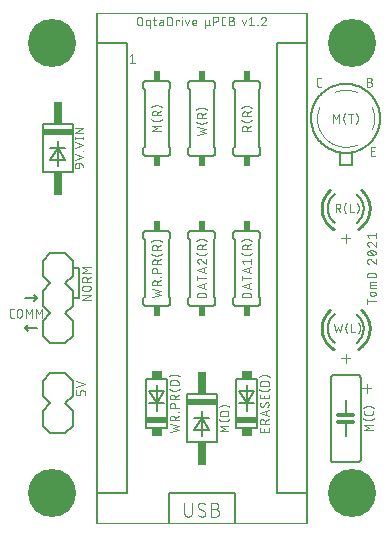
<source format=gbr>
G04 EAGLE Gerber RS-274X export*
G75*
%MOMM*%
%FSLAX34Y34*%
%LPD*%
%INSilkscreen Top*%
%IPPOS*%
%AMOC8*
5,1,8,0,0,1.08239X$1,22.5*%
G01*
%ADD10C,0.101600*%
%ADD11C,4.064000*%
%ADD12C,0.076200*%
%ADD13C,0.152400*%
%ADD14R,2.540000X0.508000*%
%ADD15R,0.762000X1.905000*%
%ADD16R,0.609600X0.863600*%
%ADD17C,0.000000*%
%ADD18C,0.254000*%
%ADD19C,0.203200*%
%ADD20C,0.304800*%
%ADD21C,0.127000*%
%ADD22C,0.050800*%
%ADD23R,1.870000X0.508000*%
%ADD24R,0.850000X0.635000*%


D10*
X721840Y17272D02*
X721840Y8834D01*
X721839Y8834D02*
X721841Y8721D01*
X721847Y8608D01*
X721857Y8495D01*
X721871Y8382D01*
X721888Y8270D01*
X721910Y8159D01*
X721935Y8049D01*
X721965Y7939D01*
X721998Y7831D01*
X722035Y7724D01*
X722075Y7618D01*
X722120Y7514D01*
X722168Y7411D01*
X722219Y7310D01*
X722274Y7211D01*
X722332Y7114D01*
X722394Y7019D01*
X722459Y6926D01*
X722527Y6836D01*
X722598Y6748D01*
X722673Y6662D01*
X722750Y6579D01*
X722830Y6499D01*
X722913Y6422D01*
X722999Y6347D01*
X723087Y6276D01*
X723177Y6208D01*
X723270Y6143D01*
X723365Y6081D01*
X723462Y6023D01*
X723561Y5968D01*
X723662Y5917D01*
X723765Y5869D01*
X723869Y5824D01*
X723975Y5784D01*
X724082Y5747D01*
X724190Y5714D01*
X724300Y5684D01*
X724410Y5659D01*
X724521Y5637D01*
X724633Y5620D01*
X724746Y5606D01*
X724859Y5596D01*
X724972Y5590D01*
X725085Y5588D01*
X725198Y5590D01*
X725311Y5596D01*
X725424Y5606D01*
X725537Y5620D01*
X725649Y5637D01*
X725760Y5659D01*
X725870Y5684D01*
X725980Y5714D01*
X726088Y5747D01*
X726195Y5784D01*
X726301Y5824D01*
X726405Y5869D01*
X726508Y5917D01*
X726609Y5968D01*
X726708Y6023D01*
X726805Y6081D01*
X726900Y6143D01*
X726993Y6208D01*
X727083Y6276D01*
X727171Y6347D01*
X727257Y6422D01*
X727340Y6499D01*
X727420Y6579D01*
X727497Y6662D01*
X727572Y6748D01*
X727643Y6836D01*
X727711Y6926D01*
X727776Y7019D01*
X727838Y7114D01*
X727896Y7211D01*
X727951Y7310D01*
X728002Y7411D01*
X728050Y7514D01*
X728095Y7618D01*
X728135Y7724D01*
X728172Y7831D01*
X728205Y7939D01*
X728235Y8049D01*
X728260Y8159D01*
X728282Y8270D01*
X728299Y8382D01*
X728313Y8495D01*
X728323Y8608D01*
X728329Y8721D01*
X728331Y8834D01*
X728331Y17272D01*
X739760Y8184D02*
X739758Y8085D01*
X739752Y7985D01*
X739743Y7886D01*
X739730Y7788D01*
X739713Y7690D01*
X739692Y7592D01*
X739667Y7496D01*
X739639Y7401D01*
X739607Y7307D01*
X739572Y7214D01*
X739533Y7122D01*
X739490Y7032D01*
X739445Y6944D01*
X739395Y6857D01*
X739343Y6773D01*
X739287Y6690D01*
X739229Y6610D01*
X739167Y6532D01*
X739102Y6457D01*
X739034Y6384D01*
X738964Y6314D01*
X738891Y6246D01*
X738816Y6181D01*
X738738Y6119D01*
X738658Y6061D01*
X738575Y6005D01*
X738491Y5953D01*
X738404Y5903D01*
X738316Y5858D01*
X738226Y5815D01*
X738134Y5776D01*
X738041Y5741D01*
X737947Y5709D01*
X737852Y5681D01*
X737756Y5656D01*
X737658Y5635D01*
X737560Y5618D01*
X737462Y5605D01*
X737363Y5596D01*
X737263Y5590D01*
X737164Y5588D01*
X737020Y5590D01*
X736875Y5596D01*
X736731Y5605D01*
X736588Y5618D01*
X736444Y5635D01*
X736301Y5656D01*
X736159Y5681D01*
X736018Y5709D01*
X735877Y5741D01*
X735737Y5777D01*
X735598Y5816D01*
X735460Y5859D01*
X735324Y5906D01*
X735188Y5956D01*
X735054Y6010D01*
X734922Y6067D01*
X734791Y6128D01*
X734662Y6192D01*
X734534Y6260D01*
X734408Y6330D01*
X734284Y6405D01*
X734163Y6482D01*
X734043Y6563D01*
X733925Y6646D01*
X733810Y6733D01*
X733697Y6823D01*
X733586Y6916D01*
X733478Y7011D01*
X733372Y7110D01*
X733269Y7211D01*
X733595Y14676D02*
X733597Y14775D01*
X733603Y14875D01*
X733612Y14974D01*
X733625Y15072D01*
X733642Y15170D01*
X733663Y15268D01*
X733688Y15364D01*
X733716Y15459D01*
X733748Y15553D01*
X733783Y15646D01*
X733822Y15738D01*
X733865Y15828D01*
X733910Y15916D01*
X733960Y16003D01*
X734012Y16087D01*
X734068Y16170D01*
X734126Y16250D01*
X734188Y16328D01*
X734253Y16403D01*
X734321Y16476D01*
X734391Y16546D01*
X734464Y16614D01*
X734539Y16679D01*
X734617Y16741D01*
X734697Y16799D01*
X734780Y16855D01*
X734864Y16907D01*
X734951Y16957D01*
X735039Y17002D01*
X735129Y17045D01*
X735221Y17084D01*
X735314Y17119D01*
X735408Y17151D01*
X735503Y17179D01*
X735600Y17204D01*
X735697Y17225D01*
X735795Y17242D01*
X735893Y17255D01*
X735992Y17264D01*
X736092Y17270D01*
X736191Y17272D01*
X736327Y17270D01*
X736463Y17264D01*
X736599Y17255D01*
X736735Y17242D01*
X736870Y17224D01*
X737004Y17204D01*
X737138Y17179D01*
X737272Y17151D01*
X737404Y17118D01*
X737535Y17083D01*
X737666Y17043D01*
X737795Y17000D01*
X737923Y16954D01*
X738049Y16903D01*
X738175Y16850D01*
X738298Y16792D01*
X738420Y16732D01*
X738540Y16668D01*
X738659Y16600D01*
X738775Y16530D01*
X738889Y16456D01*
X739002Y16379D01*
X739112Y16298D01*
X734892Y12404D02*
X734806Y12457D01*
X734722Y12514D01*
X734640Y12573D01*
X734560Y12636D01*
X734483Y12702D01*
X734408Y12770D01*
X734336Y12842D01*
X734267Y12916D01*
X734201Y12993D01*
X734138Y13072D01*
X734078Y13154D01*
X734021Y13238D01*
X733967Y13324D01*
X733917Y13412D01*
X733870Y13502D01*
X733826Y13593D01*
X733787Y13687D01*
X733750Y13781D01*
X733718Y13877D01*
X733689Y13975D01*
X733664Y14073D01*
X733643Y14172D01*
X733625Y14272D01*
X733612Y14372D01*
X733602Y14473D01*
X733596Y14575D01*
X733594Y14676D01*
X738463Y10456D02*
X738549Y10403D01*
X738633Y10346D01*
X738715Y10287D01*
X738795Y10224D01*
X738872Y10158D01*
X738947Y10090D01*
X739019Y10018D01*
X739088Y9944D01*
X739154Y9867D01*
X739217Y9788D01*
X739277Y9706D01*
X739334Y9622D01*
X739388Y9536D01*
X739438Y9448D01*
X739485Y9358D01*
X739529Y9267D01*
X739568Y9173D01*
X739605Y9079D01*
X739637Y8983D01*
X739666Y8885D01*
X739691Y8787D01*
X739712Y8688D01*
X739730Y8588D01*
X739743Y8488D01*
X739753Y8387D01*
X739759Y8285D01*
X739761Y8184D01*
X738463Y10456D02*
X734893Y12404D01*
X744869Y12079D02*
X748115Y12079D01*
X748115Y12080D02*
X748228Y12078D01*
X748341Y12072D01*
X748454Y12062D01*
X748567Y12048D01*
X748679Y12031D01*
X748790Y12009D01*
X748900Y11984D01*
X749010Y11954D01*
X749118Y11921D01*
X749225Y11884D01*
X749331Y11844D01*
X749435Y11799D01*
X749538Y11751D01*
X749639Y11700D01*
X749738Y11645D01*
X749835Y11587D01*
X749930Y11525D01*
X750023Y11460D01*
X750113Y11392D01*
X750201Y11321D01*
X750287Y11246D01*
X750370Y11169D01*
X750450Y11089D01*
X750527Y11006D01*
X750602Y10920D01*
X750673Y10832D01*
X750741Y10742D01*
X750806Y10649D01*
X750868Y10554D01*
X750926Y10457D01*
X750981Y10358D01*
X751032Y10257D01*
X751080Y10154D01*
X751125Y10050D01*
X751165Y9944D01*
X751202Y9837D01*
X751235Y9729D01*
X751265Y9619D01*
X751290Y9509D01*
X751312Y9398D01*
X751329Y9286D01*
X751343Y9173D01*
X751353Y9060D01*
X751359Y8947D01*
X751361Y8834D01*
X751359Y8721D01*
X751353Y8608D01*
X751343Y8495D01*
X751329Y8382D01*
X751312Y8270D01*
X751290Y8159D01*
X751265Y8049D01*
X751235Y7939D01*
X751202Y7831D01*
X751165Y7724D01*
X751125Y7618D01*
X751080Y7514D01*
X751032Y7411D01*
X750981Y7310D01*
X750926Y7211D01*
X750868Y7114D01*
X750806Y7019D01*
X750741Y6926D01*
X750673Y6836D01*
X750602Y6748D01*
X750527Y6662D01*
X750450Y6579D01*
X750370Y6499D01*
X750287Y6422D01*
X750201Y6347D01*
X750113Y6276D01*
X750023Y6208D01*
X749930Y6143D01*
X749835Y6081D01*
X749738Y6023D01*
X749639Y5968D01*
X749538Y5917D01*
X749435Y5869D01*
X749331Y5824D01*
X749225Y5784D01*
X749118Y5747D01*
X749010Y5714D01*
X748900Y5684D01*
X748790Y5659D01*
X748679Y5637D01*
X748567Y5620D01*
X748454Y5606D01*
X748341Y5596D01*
X748228Y5590D01*
X748115Y5588D01*
X744869Y5588D01*
X744869Y17272D01*
X748115Y17272D01*
X748216Y17270D01*
X748316Y17264D01*
X748416Y17254D01*
X748516Y17241D01*
X748615Y17223D01*
X748714Y17202D01*
X748811Y17177D01*
X748908Y17148D01*
X749003Y17115D01*
X749097Y17079D01*
X749189Y17039D01*
X749280Y16996D01*
X749369Y16949D01*
X749456Y16899D01*
X749542Y16845D01*
X749625Y16788D01*
X749705Y16728D01*
X749784Y16665D01*
X749860Y16598D01*
X749933Y16529D01*
X750003Y16457D01*
X750071Y16383D01*
X750136Y16306D01*
X750197Y16226D01*
X750256Y16144D01*
X750311Y16060D01*
X750363Y15974D01*
X750412Y15886D01*
X750457Y15796D01*
X750499Y15704D01*
X750537Y15611D01*
X750571Y15516D01*
X750602Y15421D01*
X750629Y15324D01*
X750652Y15226D01*
X750672Y15127D01*
X750687Y15027D01*
X750699Y14927D01*
X750707Y14827D01*
X750711Y14726D01*
X750711Y14626D01*
X750707Y14525D01*
X750699Y14425D01*
X750687Y14325D01*
X750672Y14225D01*
X750652Y14126D01*
X750629Y14028D01*
X750602Y13931D01*
X750571Y13836D01*
X750537Y13741D01*
X750499Y13648D01*
X750457Y13556D01*
X750412Y13466D01*
X750363Y13378D01*
X750311Y13292D01*
X750256Y13208D01*
X750197Y13126D01*
X750136Y13046D01*
X750071Y12969D01*
X750003Y12895D01*
X749933Y12823D01*
X749860Y12754D01*
X749784Y12687D01*
X749705Y12624D01*
X749625Y12564D01*
X749542Y12507D01*
X749456Y12453D01*
X749369Y12403D01*
X749280Y12356D01*
X749189Y12313D01*
X749097Y12273D01*
X749003Y12237D01*
X748908Y12204D01*
X748811Y12175D01*
X748714Y12150D01*
X748615Y12129D01*
X748516Y12111D01*
X748416Y12098D01*
X748316Y12088D01*
X748216Y12082D01*
X748115Y12080D01*
X854625Y139672D02*
X862415Y139672D01*
X858520Y143566D02*
X858520Y135777D01*
X854625Y241272D02*
X862415Y241272D01*
X858520Y245166D02*
X858520Y237377D01*
D11*
X609600Y25400D03*
X863600Y25400D03*
X863600Y406400D03*
X609600Y406400D03*
D12*
X682129Y423559D02*
X682129Y426833D01*
X682131Y426922D01*
X682137Y427011D01*
X682147Y427100D01*
X682160Y427188D01*
X682177Y427276D01*
X682199Y427363D01*
X682224Y427448D01*
X682252Y427533D01*
X682285Y427616D01*
X682321Y427698D01*
X682360Y427778D01*
X682403Y427856D01*
X682449Y427932D01*
X682499Y428007D01*
X682552Y428079D01*
X682608Y428148D01*
X682667Y428215D01*
X682728Y428280D01*
X682793Y428341D01*
X682860Y428400D01*
X682929Y428456D01*
X683001Y428509D01*
X683076Y428559D01*
X683152Y428605D01*
X683230Y428648D01*
X683310Y428687D01*
X683392Y428723D01*
X683475Y428756D01*
X683560Y428784D01*
X683645Y428809D01*
X683732Y428831D01*
X683820Y428848D01*
X683908Y428861D01*
X683997Y428871D01*
X684086Y428877D01*
X684175Y428879D01*
X684264Y428877D01*
X684353Y428871D01*
X684442Y428861D01*
X684530Y428848D01*
X684618Y428831D01*
X684705Y428809D01*
X684790Y428784D01*
X684875Y428756D01*
X684958Y428723D01*
X685040Y428687D01*
X685120Y428648D01*
X685198Y428605D01*
X685274Y428559D01*
X685349Y428509D01*
X685421Y428456D01*
X685490Y428400D01*
X685557Y428341D01*
X685622Y428280D01*
X685683Y428215D01*
X685742Y428148D01*
X685798Y428079D01*
X685851Y428007D01*
X685901Y427932D01*
X685947Y427856D01*
X685990Y427778D01*
X686029Y427698D01*
X686065Y427616D01*
X686098Y427533D01*
X686126Y427448D01*
X686151Y427363D01*
X686173Y427276D01*
X686190Y427188D01*
X686203Y427100D01*
X686213Y427011D01*
X686219Y426922D01*
X686221Y426833D01*
X686221Y423559D01*
X686219Y423470D01*
X686213Y423381D01*
X686203Y423292D01*
X686190Y423204D01*
X686173Y423116D01*
X686151Y423029D01*
X686126Y422944D01*
X686098Y422859D01*
X686065Y422776D01*
X686029Y422694D01*
X685990Y422614D01*
X685947Y422536D01*
X685901Y422460D01*
X685851Y422385D01*
X685798Y422313D01*
X685742Y422244D01*
X685683Y422177D01*
X685622Y422112D01*
X685557Y422051D01*
X685490Y421992D01*
X685421Y421936D01*
X685349Y421883D01*
X685274Y421833D01*
X685198Y421787D01*
X685120Y421744D01*
X685040Y421705D01*
X684958Y421669D01*
X684875Y421636D01*
X684790Y421608D01*
X684705Y421583D01*
X684618Y421561D01*
X684530Y421544D01*
X684442Y421531D01*
X684353Y421521D01*
X684264Y421515D01*
X684175Y421513D01*
X684086Y421515D01*
X683997Y421521D01*
X683908Y421531D01*
X683820Y421544D01*
X683732Y421561D01*
X683645Y421583D01*
X683560Y421608D01*
X683475Y421636D01*
X683392Y421669D01*
X683310Y421705D01*
X683230Y421744D01*
X683152Y421787D01*
X683076Y421833D01*
X683001Y421883D01*
X682929Y421936D01*
X682860Y421992D01*
X682793Y422051D01*
X682728Y422112D01*
X682667Y422177D01*
X682608Y422244D01*
X682552Y422313D01*
X682499Y422385D01*
X682449Y422460D01*
X682403Y422536D01*
X682360Y422614D01*
X682321Y422694D01*
X682285Y422776D01*
X682252Y422859D01*
X682224Y422944D01*
X682199Y423029D01*
X682177Y423116D01*
X682160Y423204D01*
X682147Y423292D01*
X682137Y423381D01*
X682131Y423470D01*
X682129Y423559D01*
X692598Y426424D02*
X692598Y419058D01*
X692598Y426424D02*
X690552Y426424D01*
X690483Y426422D01*
X690415Y426416D01*
X690346Y426407D01*
X690279Y426393D01*
X690212Y426376D01*
X690146Y426355D01*
X690082Y426331D01*
X690019Y426302D01*
X689958Y426271D01*
X689899Y426236D01*
X689841Y426198D01*
X689786Y426156D01*
X689734Y426112D01*
X689684Y426064D01*
X689636Y426014D01*
X689592Y425962D01*
X689551Y425907D01*
X689512Y425849D01*
X689477Y425790D01*
X689446Y425729D01*
X689417Y425666D01*
X689393Y425602D01*
X689372Y425536D01*
X689355Y425469D01*
X689341Y425402D01*
X689332Y425334D01*
X689326Y425265D01*
X689324Y425196D01*
X689324Y422741D01*
X689326Y422672D01*
X689332Y422604D01*
X689341Y422535D01*
X689355Y422468D01*
X689372Y422401D01*
X689393Y422335D01*
X689417Y422271D01*
X689446Y422208D01*
X689477Y422147D01*
X689512Y422088D01*
X689550Y422030D01*
X689592Y421975D01*
X689636Y421923D01*
X689684Y421873D01*
X689734Y421825D01*
X689786Y421781D01*
X689841Y421739D01*
X689899Y421701D01*
X689958Y421666D01*
X690019Y421635D01*
X690082Y421606D01*
X690146Y421582D01*
X690212Y421561D01*
X690279Y421544D01*
X690346Y421530D01*
X690415Y421521D01*
X690483Y421515D01*
X690552Y421513D01*
X692598Y421513D01*
X695319Y426424D02*
X697774Y426424D01*
X696137Y428879D02*
X696137Y422741D01*
X696139Y422672D01*
X696145Y422604D01*
X696154Y422535D01*
X696168Y422468D01*
X696185Y422401D01*
X696206Y422335D01*
X696230Y422271D01*
X696259Y422208D01*
X696290Y422147D01*
X696325Y422088D01*
X696363Y422030D01*
X696405Y421975D01*
X696449Y421923D01*
X696497Y421873D01*
X696547Y421825D01*
X696599Y421781D01*
X696654Y421739D01*
X696712Y421701D01*
X696771Y421666D01*
X696832Y421635D01*
X696895Y421606D01*
X696959Y421582D01*
X697025Y421561D01*
X697092Y421544D01*
X697159Y421530D01*
X697228Y421521D01*
X697296Y421515D01*
X697365Y421513D01*
X697774Y421513D01*
X701973Y424378D02*
X703815Y424378D01*
X701973Y424377D02*
X701898Y424375D01*
X701823Y424369D01*
X701749Y424359D01*
X701675Y424346D01*
X701602Y424328D01*
X701530Y424307D01*
X701460Y424282D01*
X701391Y424253D01*
X701323Y424221D01*
X701257Y424185D01*
X701193Y424146D01*
X701131Y424104D01*
X701072Y424058D01*
X701015Y424009D01*
X700960Y423958D01*
X700909Y423903D01*
X700860Y423846D01*
X700814Y423787D01*
X700772Y423725D01*
X700733Y423661D01*
X700697Y423595D01*
X700665Y423527D01*
X700636Y423458D01*
X700611Y423388D01*
X700590Y423316D01*
X700572Y423243D01*
X700559Y423169D01*
X700549Y423095D01*
X700543Y423020D01*
X700541Y422945D01*
X700543Y422870D01*
X700549Y422795D01*
X700559Y422721D01*
X700572Y422647D01*
X700590Y422574D01*
X700611Y422502D01*
X700636Y422432D01*
X700665Y422363D01*
X700697Y422295D01*
X700733Y422229D01*
X700772Y422165D01*
X700814Y422103D01*
X700860Y422044D01*
X700909Y421987D01*
X700960Y421932D01*
X701015Y421881D01*
X701072Y421832D01*
X701131Y421786D01*
X701193Y421744D01*
X701257Y421705D01*
X701323Y421669D01*
X701391Y421637D01*
X701460Y421608D01*
X701530Y421583D01*
X701602Y421562D01*
X701675Y421544D01*
X701749Y421531D01*
X701823Y421521D01*
X701898Y421515D01*
X701973Y421513D01*
X703815Y421513D01*
X703815Y425196D01*
X703813Y425265D01*
X703807Y425333D01*
X703798Y425402D01*
X703784Y425469D01*
X703767Y425536D01*
X703746Y425602D01*
X703722Y425666D01*
X703693Y425729D01*
X703662Y425790D01*
X703627Y425849D01*
X703589Y425907D01*
X703547Y425962D01*
X703503Y426014D01*
X703455Y426064D01*
X703405Y426112D01*
X703353Y426156D01*
X703298Y426198D01*
X703240Y426236D01*
X703181Y426271D01*
X703120Y426302D01*
X703057Y426331D01*
X702993Y426355D01*
X702927Y426376D01*
X702860Y426393D01*
X702793Y426407D01*
X702724Y426416D01*
X702656Y426422D01*
X702587Y426424D01*
X700950Y426424D01*
X707488Y428879D02*
X707488Y421513D01*
X707488Y428879D02*
X709534Y428879D01*
X709623Y428877D01*
X709712Y428871D01*
X709801Y428861D01*
X709889Y428848D01*
X709977Y428831D01*
X710064Y428809D01*
X710149Y428784D01*
X710234Y428756D01*
X710317Y428723D01*
X710399Y428687D01*
X710479Y428648D01*
X710557Y428605D01*
X710633Y428559D01*
X710708Y428509D01*
X710780Y428456D01*
X710849Y428400D01*
X710916Y428341D01*
X710981Y428280D01*
X711042Y428215D01*
X711101Y428148D01*
X711157Y428079D01*
X711210Y428007D01*
X711260Y427932D01*
X711306Y427856D01*
X711349Y427778D01*
X711388Y427698D01*
X711424Y427616D01*
X711457Y427533D01*
X711485Y427448D01*
X711510Y427363D01*
X711532Y427276D01*
X711549Y427188D01*
X711562Y427100D01*
X711572Y427011D01*
X711578Y426922D01*
X711580Y426833D01*
X711580Y423559D01*
X711578Y423470D01*
X711572Y423381D01*
X711562Y423292D01*
X711549Y423204D01*
X711532Y423116D01*
X711510Y423029D01*
X711485Y422944D01*
X711457Y422859D01*
X711424Y422776D01*
X711388Y422694D01*
X711349Y422614D01*
X711306Y422536D01*
X711260Y422460D01*
X711210Y422385D01*
X711157Y422313D01*
X711101Y422244D01*
X711042Y422177D01*
X710981Y422112D01*
X710916Y422051D01*
X710849Y421992D01*
X710780Y421936D01*
X710708Y421883D01*
X710633Y421833D01*
X710557Y421787D01*
X710479Y421744D01*
X710399Y421705D01*
X710317Y421669D01*
X710234Y421636D01*
X710149Y421608D01*
X710064Y421583D01*
X709977Y421561D01*
X709889Y421544D01*
X709801Y421531D01*
X709712Y421521D01*
X709623Y421515D01*
X709534Y421513D01*
X707488Y421513D01*
X715258Y421513D02*
X715258Y426424D01*
X717714Y426424D01*
X717714Y425605D01*
X720019Y426424D02*
X720019Y421513D01*
X719814Y428470D02*
X719814Y428879D01*
X720224Y428879D01*
X720224Y428470D01*
X719814Y428470D01*
X722771Y426424D02*
X724408Y421513D01*
X726045Y426424D01*
X730095Y421513D02*
X732141Y421513D01*
X730095Y421513D02*
X730026Y421515D01*
X729958Y421521D01*
X729889Y421530D01*
X729822Y421544D01*
X729755Y421561D01*
X729689Y421582D01*
X729625Y421606D01*
X729562Y421635D01*
X729501Y421666D01*
X729442Y421701D01*
X729384Y421739D01*
X729329Y421781D01*
X729277Y421825D01*
X729227Y421873D01*
X729179Y421923D01*
X729135Y421975D01*
X729093Y422030D01*
X729055Y422088D01*
X729020Y422147D01*
X728989Y422208D01*
X728960Y422271D01*
X728936Y422335D01*
X728915Y422401D01*
X728898Y422468D01*
X728884Y422535D01*
X728875Y422604D01*
X728869Y422672D01*
X728867Y422741D01*
X728867Y424787D01*
X728869Y424866D01*
X728875Y424945D01*
X728884Y425024D01*
X728897Y425102D01*
X728915Y425179D01*
X728935Y425255D01*
X728960Y425330D01*
X728988Y425404D01*
X729019Y425477D01*
X729055Y425548D01*
X729093Y425617D01*
X729135Y425684D01*
X729180Y425749D01*
X729228Y425812D01*
X729279Y425873D01*
X729333Y425930D01*
X729389Y425986D01*
X729448Y426038D01*
X729510Y426088D01*
X729574Y426134D01*
X729640Y426178D01*
X729708Y426218D01*
X729778Y426254D01*
X729850Y426288D01*
X729924Y426318D01*
X729998Y426344D01*
X730074Y426367D01*
X730151Y426385D01*
X730228Y426401D01*
X730307Y426412D01*
X730385Y426420D01*
X730464Y426424D01*
X730544Y426424D01*
X730623Y426420D01*
X730701Y426412D01*
X730780Y426401D01*
X730857Y426385D01*
X730934Y426367D01*
X731010Y426344D01*
X731084Y426318D01*
X731158Y426288D01*
X731230Y426254D01*
X731300Y426218D01*
X731368Y426178D01*
X731434Y426134D01*
X731498Y426088D01*
X731560Y426038D01*
X731619Y425986D01*
X731675Y425930D01*
X731729Y425873D01*
X731780Y425812D01*
X731828Y425749D01*
X731873Y425684D01*
X731915Y425617D01*
X731953Y425548D01*
X731989Y425477D01*
X732020Y425404D01*
X732048Y425330D01*
X732073Y425255D01*
X732093Y425179D01*
X732111Y425102D01*
X732124Y425024D01*
X732133Y424945D01*
X732139Y424866D01*
X732141Y424787D01*
X732141Y423968D01*
X728867Y423968D01*
X739638Y426424D02*
X739638Y419058D01*
X742912Y423150D02*
X742912Y426424D01*
X742912Y423150D02*
X742910Y423071D01*
X742904Y422992D01*
X742895Y422913D01*
X742882Y422835D01*
X742864Y422758D01*
X742844Y422682D01*
X742819Y422607D01*
X742791Y422533D01*
X742760Y422460D01*
X742724Y422389D01*
X742686Y422320D01*
X742644Y422253D01*
X742599Y422188D01*
X742551Y422125D01*
X742500Y422064D01*
X742446Y422007D01*
X742390Y421951D01*
X742331Y421899D01*
X742269Y421849D01*
X742205Y421803D01*
X742139Y421759D01*
X742071Y421719D01*
X742001Y421683D01*
X741929Y421649D01*
X741855Y421619D01*
X741781Y421593D01*
X741705Y421570D01*
X741628Y421552D01*
X741551Y421536D01*
X741472Y421525D01*
X741394Y421517D01*
X741315Y421513D01*
X741235Y421513D01*
X741156Y421517D01*
X741078Y421525D01*
X740999Y421536D01*
X740922Y421552D01*
X740845Y421570D01*
X740769Y421593D01*
X740695Y421619D01*
X740621Y421649D01*
X740549Y421683D01*
X740479Y421719D01*
X740411Y421759D01*
X740345Y421803D01*
X740281Y421849D01*
X740219Y421899D01*
X740160Y421951D01*
X740104Y422007D01*
X740050Y422064D01*
X739999Y422125D01*
X739951Y422188D01*
X739906Y422253D01*
X739864Y422320D01*
X739826Y422389D01*
X739790Y422460D01*
X739759Y422533D01*
X739731Y422607D01*
X739706Y422682D01*
X739686Y422758D01*
X739668Y422835D01*
X739655Y422913D01*
X739646Y422992D01*
X739640Y423071D01*
X739638Y423150D01*
X742912Y423150D02*
X742912Y422331D01*
X742914Y422275D01*
X742920Y422220D01*
X742929Y422165D01*
X742942Y422110D01*
X742959Y422057D01*
X742980Y422005D01*
X743004Y421955D01*
X743031Y421906D01*
X743062Y421859D01*
X743095Y421815D01*
X743132Y421773D01*
X743172Y421733D01*
X743214Y421696D01*
X743258Y421663D01*
X743305Y421632D01*
X743354Y421605D01*
X743404Y421581D01*
X743456Y421560D01*
X743509Y421543D01*
X743564Y421530D01*
X743619Y421521D01*
X743674Y421515D01*
X743730Y421513D01*
X746620Y421513D02*
X746620Y428879D01*
X748666Y428879D01*
X748755Y428877D01*
X748844Y428871D01*
X748933Y428861D01*
X749021Y428848D01*
X749109Y428831D01*
X749196Y428809D01*
X749281Y428784D01*
X749366Y428756D01*
X749449Y428723D01*
X749531Y428687D01*
X749611Y428648D01*
X749689Y428605D01*
X749765Y428559D01*
X749840Y428509D01*
X749912Y428456D01*
X749981Y428400D01*
X750048Y428341D01*
X750113Y428280D01*
X750174Y428215D01*
X750233Y428148D01*
X750289Y428079D01*
X750342Y428007D01*
X750392Y427932D01*
X750438Y427856D01*
X750481Y427778D01*
X750520Y427698D01*
X750556Y427616D01*
X750589Y427533D01*
X750617Y427448D01*
X750642Y427363D01*
X750664Y427276D01*
X750681Y427188D01*
X750694Y427100D01*
X750704Y427011D01*
X750710Y426922D01*
X750712Y426833D01*
X750710Y426744D01*
X750704Y426655D01*
X750694Y426566D01*
X750681Y426478D01*
X750664Y426390D01*
X750642Y426303D01*
X750617Y426218D01*
X750589Y426133D01*
X750556Y426050D01*
X750520Y425968D01*
X750481Y425888D01*
X750438Y425810D01*
X750392Y425734D01*
X750342Y425659D01*
X750289Y425587D01*
X750233Y425518D01*
X750174Y425451D01*
X750113Y425386D01*
X750048Y425325D01*
X749981Y425266D01*
X749912Y425210D01*
X749840Y425157D01*
X749765Y425107D01*
X749689Y425061D01*
X749611Y425018D01*
X749531Y424979D01*
X749449Y424943D01*
X749366Y424910D01*
X749281Y424882D01*
X749196Y424857D01*
X749109Y424835D01*
X749021Y424818D01*
X748933Y424805D01*
X748844Y424795D01*
X748755Y424789D01*
X748666Y424787D01*
X746620Y424787D01*
X755187Y421513D02*
X756824Y421513D01*
X755187Y421513D02*
X755109Y421515D01*
X755031Y421520D01*
X754954Y421530D01*
X754877Y421543D01*
X754801Y421559D01*
X754726Y421579D01*
X754652Y421603D01*
X754579Y421630D01*
X754507Y421661D01*
X754437Y421695D01*
X754369Y421732D01*
X754302Y421773D01*
X754237Y421817D01*
X754175Y421863D01*
X754115Y421913D01*
X754057Y421965D01*
X754002Y422020D01*
X753950Y422078D01*
X753900Y422138D01*
X753854Y422200D01*
X753810Y422265D01*
X753769Y422332D01*
X753732Y422400D01*
X753698Y422470D01*
X753667Y422542D01*
X753640Y422615D01*
X753616Y422689D01*
X753596Y422764D01*
X753580Y422840D01*
X753567Y422917D01*
X753557Y422994D01*
X753552Y423072D01*
X753550Y423150D01*
X753550Y427242D01*
X753552Y427322D01*
X753558Y427402D01*
X753568Y427482D01*
X753581Y427561D01*
X753599Y427640D01*
X753620Y427717D01*
X753646Y427793D01*
X753675Y427868D01*
X753707Y427942D01*
X753743Y428014D01*
X753783Y428084D01*
X753826Y428151D01*
X753872Y428217D01*
X753922Y428280D01*
X753974Y428341D01*
X754029Y428400D01*
X754088Y428455D01*
X754148Y428507D01*
X754212Y428557D01*
X754278Y428603D01*
X754345Y428646D01*
X754415Y428686D01*
X754487Y428722D01*
X754561Y428754D01*
X754635Y428783D01*
X754712Y428809D01*
X754789Y428830D01*
X754868Y428848D01*
X754947Y428861D01*
X755027Y428871D01*
X755107Y428877D01*
X755187Y428879D01*
X756824Y428879D01*
X760031Y425605D02*
X762077Y425605D01*
X762166Y425603D01*
X762255Y425597D01*
X762344Y425587D01*
X762432Y425574D01*
X762520Y425557D01*
X762607Y425535D01*
X762692Y425510D01*
X762777Y425482D01*
X762860Y425449D01*
X762942Y425413D01*
X763022Y425374D01*
X763100Y425331D01*
X763176Y425285D01*
X763251Y425235D01*
X763323Y425182D01*
X763392Y425126D01*
X763459Y425067D01*
X763524Y425006D01*
X763585Y424941D01*
X763644Y424874D01*
X763700Y424805D01*
X763753Y424733D01*
X763803Y424658D01*
X763849Y424582D01*
X763892Y424504D01*
X763931Y424424D01*
X763967Y424342D01*
X764000Y424259D01*
X764028Y424174D01*
X764053Y424089D01*
X764075Y424002D01*
X764092Y423914D01*
X764105Y423826D01*
X764115Y423737D01*
X764121Y423648D01*
X764123Y423559D01*
X764121Y423470D01*
X764115Y423381D01*
X764105Y423292D01*
X764092Y423204D01*
X764075Y423116D01*
X764053Y423029D01*
X764028Y422944D01*
X764000Y422859D01*
X763967Y422776D01*
X763931Y422694D01*
X763892Y422614D01*
X763849Y422536D01*
X763803Y422460D01*
X763753Y422385D01*
X763700Y422313D01*
X763644Y422244D01*
X763585Y422177D01*
X763524Y422112D01*
X763459Y422051D01*
X763392Y421992D01*
X763323Y421936D01*
X763251Y421883D01*
X763176Y421833D01*
X763100Y421787D01*
X763022Y421744D01*
X762942Y421705D01*
X762860Y421669D01*
X762777Y421636D01*
X762692Y421608D01*
X762607Y421583D01*
X762520Y421561D01*
X762432Y421544D01*
X762344Y421531D01*
X762255Y421521D01*
X762166Y421515D01*
X762077Y421513D01*
X760031Y421513D01*
X760031Y428879D01*
X762077Y428879D01*
X762156Y428877D01*
X762235Y428871D01*
X762314Y428862D01*
X762392Y428849D01*
X762469Y428831D01*
X762545Y428811D01*
X762620Y428786D01*
X762694Y428758D01*
X762767Y428727D01*
X762838Y428691D01*
X762907Y428653D01*
X762974Y428611D01*
X763039Y428566D01*
X763102Y428518D01*
X763163Y428467D01*
X763220Y428413D01*
X763276Y428357D01*
X763328Y428298D01*
X763378Y428236D01*
X763424Y428172D01*
X763468Y428106D01*
X763508Y428038D01*
X763544Y427968D01*
X763578Y427896D01*
X763608Y427822D01*
X763634Y427748D01*
X763657Y427672D01*
X763675Y427595D01*
X763691Y427518D01*
X763702Y427439D01*
X763710Y427361D01*
X763714Y427282D01*
X763714Y427202D01*
X763710Y427123D01*
X763702Y427045D01*
X763691Y426966D01*
X763675Y426889D01*
X763657Y426812D01*
X763634Y426736D01*
X763608Y426662D01*
X763578Y426588D01*
X763544Y426516D01*
X763508Y426446D01*
X763468Y426378D01*
X763424Y426312D01*
X763378Y426248D01*
X763328Y426186D01*
X763276Y426127D01*
X763220Y426071D01*
X763163Y426017D01*
X763102Y425966D01*
X763039Y425918D01*
X762974Y425873D01*
X762907Y425831D01*
X762838Y425793D01*
X762767Y425757D01*
X762694Y425726D01*
X762620Y425698D01*
X762545Y425673D01*
X762469Y425653D01*
X762392Y425635D01*
X762314Y425622D01*
X762235Y425613D01*
X762156Y425607D01*
X762077Y425605D01*
X770564Y426424D02*
X772200Y421513D01*
X773837Y426424D01*
X776738Y427242D02*
X778784Y428879D01*
X778784Y421513D01*
X776738Y421513D02*
X780830Y421513D01*
X783700Y421513D02*
X783700Y421922D01*
X784109Y421922D01*
X784109Y421513D01*
X783700Y421513D01*
X789230Y428880D02*
X789315Y428878D01*
X789400Y428872D01*
X789484Y428862D01*
X789568Y428849D01*
X789652Y428831D01*
X789734Y428810D01*
X789815Y428785D01*
X789895Y428756D01*
X789974Y428723D01*
X790051Y428687D01*
X790126Y428647D01*
X790200Y428604D01*
X790271Y428558D01*
X790340Y428508D01*
X790407Y428455D01*
X790471Y428399D01*
X790532Y428340D01*
X790591Y428279D01*
X790647Y428215D01*
X790700Y428148D01*
X790750Y428079D01*
X790796Y428008D01*
X790839Y427934D01*
X790879Y427859D01*
X790915Y427782D01*
X790948Y427703D01*
X790977Y427623D01*
X791002Y427542D01*
X791023Y427460D01*
X791041Y427376D01*
X791054Y427292D01*
X791064Y427208D01*
X791070Y427123D01*
X791072Y427038D01*
X789230Y428879D02*
X789134Y428877D01*
X789038Y428871D01*
X788943Y428861D01*
X788848Y428848D01*
X788753Y428830D01*
X788660Y428809D01*
X788567Y428784D01*
X788476Y428755D01*
X788385Y428723D01*
X788296Y428687D01*
X788209Y428647D01*
X788123Y428604D01*
X788039Y428558D01*
X787957Y428508D01*
X787877Y428454D01*
X787800Y428398D01*
X787725Y428338D01*
X787652Y428276D01*
X787582Y428210D01*
X787514Y428142D01*
X787449Y428071D01*
X787388Y427998D01*
X787329Y427922D01*
X787273Y427843D01*
X787221Y427763D01*
X787172Y427680D01*
X787126Y427596D01*
X787084Y427510D01*
X787046Y427422D01*
X787011Y427333D01*
X786979Y427242D01*
X790458Y425606D02*
X790518Y425665D01*
X790575Y425727D01*
X790630Y425791D01*
X790681Y425858D01*
X790730Y425927D01*
X790776Y425997D01*
X790819Y426070D01*
X790859Y426144D01*
X790895Y426220D01*
X790928Y426298D01*
X790958Y426377D01*
X790985Y426457D01*
X791008Y426538D01*
X791027Y426620D01*
X791043Y426702D01*
X791056Y426786D01*
X791065Y426870D01*
X791070Y426954D01*
X791072Y427038D01*
X790458Y425605D02*
X786979Y421513D01*
X791072Y421513D01*
X876681Y188102D02*
X884047Y188102D01*
X876681Y186056D02*
X876681Y190148D01*
X880773Y192805D02*
X882410Y192805D01*
X880773Y192805D02*
X880694Y192807D01*
X880615Y192813D01*
X880536Y192822D01*
X880458Y192835D01*
X880381Y192853D01*
X880305Y192873D01*
X880230Y192898D01*
X880156Y192926D01*
X880083Y192957D01*
X880012Y192993D01*
X879943Y193031D01*
X879876Y193073D01*
X879811Y193118D01*
X879748Y193166D01*
X879687Y193217D01*
X879630Y193271D01*
X879574Y193327D01*
X879522Y193386D01*
X879472Y193448D01*
X879426Y193512D01*
X879382Y193578D01*
X879342Y193646D01*
X879306Y193716D01*
X879272Y193788D01*
X879242Y193862D01*
X879216Y193936D01*
X879193Y194012D01*
X879175Y194089D01*
X879159Y194166D01*
X879148Y194245D01*
X879140Y194323D01*
X879136Y194402D01*
X879136Y194482D01*
X879140Y194561D01*
X879148Y194639D01*
X879159Y194718D01*
X879175Y194795D01*
X879193Y194872D01*
X879216Y194948D01*
X879242Y195022D01*
X879272Y195096D01*
X879306Y195168D01*
X879342Y195238D01*
X879382Y195306D01*
X879426Y195372D01*
X879472Y195436D01*
X879522Y195498D01*
X879574Y195557D01*
X879630Y195613D01*
X879687Y195667D01*
X879748Y195718D01*
X879811Y195766D01*
X879876Y195811D01*
X879943Y195853D01*
X880012Y195891D01*
X880083Y195927D01*
X880156Y195958D01*
X880230Y195986D01*
X880305Y196011D01*
X880381Y196031D01*
X880458Y196049D01*
X880536Y196062D01*
X880615Y196071D01*
X880694Y196077D01*
X880773Y196079D01*
X882410Y196079D01*
X882489Y196077D01*
X882568Y196071D01*
X882647Y196062D01*
X882725Y196049D01*
X882802Y196031D01*
X882878Y196011D01*
X882953Y195986D01*
X883027Y195958D01*
X883100Y195927D01*
X883171Y195891D01*
X883240Y195853D01*
X883307Y195811D01*
X883372Y195766D01*
X883435Y195718D01*
X883496Y195667D01*
X883553Y195613D01*
X883609Y195557D01*
X883661Y195498D01*
X883711Y195436D01*
X883757Y195372D01*
X883801Y195306D01*
X883841Y195238D01*
X883877Y195168D01*
X883911Y195096D01*
X883941Y195022D01*
X883967Y194948D01*
X883990Y194872D01*
X884008Y194795D01*
X884024Y194718D01*
X884035Y194639D01*
X884043Y194561D01*
X884047Y194482D01*
X884047Y194402D01*
X884043Y194323D01*
X884035Y194245D01*
X884024Y194166D01*
X884008Y194089D01*
X883990Y194012D01*
X883967Y193936D01*
X883941Y193862D01*
X883911Y193788D01*
X883877Y193716D01*
X883841Y193646D01*
X883801Y193578D01*
X883757Y193512D01*
X883711Y193448D01*
X883661Y193386D01*
X883609Y193327D01*
X883553Y193271D01*
X883496Y193217D01*
X883435Y193166D01*
X883372Y193118D01*
X883307Y193073D01*
X883240Y193031D01*
X883171Y192993D01*
X883100Y192957D01*
X883027Y192926D01*
X882953Y192898D01*
X882878Y192873D01*
X882802Y192853D01*
X882725Y192835D01*
X882647Y192822D01*
X882568Y192813D01*
X882489Y192807D01*
X882410Y192805D01*
X884047Y199546D02*
X879136Y199546D01*
X879136Y203229D01*
X879138Y203298D01*
X879144Y203366D01*
X879153Y203435D01*
X879167Y203502D01*
X879184Y203569D01*
X879205Y203635D01*
X879229Y203699D01*
X879258Y203762D01*
X879289Y203823D01*
X879324Y203882D01*
X879362Y203940D01*
X879404Y203995D01*
X879448Y204047D01*
X879496Y204097D01*
X879546Y204145D01*
X879598Y204189D01*
X879653Y204231D01*
X879711Y204269D01*
X879770Y204304D01*
X879831Y204335D01*
X879894Y204364D01*
X879958Y204388D01*
X880024Y204409D01*
X880091Y204426D01*
X880158Y204440D01*
X880227Y204449D01*
X880295Y204455D01*
X880364Y204457D01*
X880364Y204456D02*
X884047Y204456D01*
X884047Y202001D02*
X879136Y202001D01*
X876681Y208246D02*
X884047Y208246D01*
X876681Y208246D02*
X876681Y210292D01*
X876683Y210381D01*
X876689Y210470D01*
X876699Y210559D01*
X876712Y210647D01*
X876729Y210735D01*
X876751Y210822D01*
X876776Y210907D01*
X876804Y210992D01*
X876837Y211075D01*
X876873Y211157D01*
X876912Y211237D01*
X876955Y211315D01*
X877001Y211391D01*
X877051Y211466D01*
X877104Y211538D01*
X877160Y211607D01*
X877219Y211674D01*
X877280Y211739D01*
X877345Y211800D01*
X877412Y211859D01*
X877481Y211915D01*
X877553Y211968D01*
X877628Y212018D01*
X877704Y212064D01*
X877782Y212107D01*
X877862Y212146D01*
X877944Y212182D01*
X878027Y212215D01*
X878112Y212243D01*
X878197Y212268D01*
X878284Y212290D01*
X878372Y212307D01*
X878460Y212320D01*
X878549Y212330D01*
X878638Y212336D01*
X878727Y212338D01*
X882001Y212338D01*
X882090Y212336D01*
X882179Y212330D01*
X882268Y212320D01*
X882356Y212307D01*
X882444Y212290D01*
X882531Y212268D01*
X882616Y212243D01*
X882701Y212215D01*
X882784Y212182D01*
X882866Y212146D01*
X882946Y212107D01*
X883024Y212064D01*
X883100Y212018D01*
X883175Y211968D01*
X883247Y211915D01*
X883316Y211859D01*
X883383Y211800D01*
X883448Y211739D01*
X883509Y211674D01*
X883568Y211607D01*
X883624Y211538D01*
X883677Y211466D01*
X883727Y211391D01*
X883773Y211315D01*
X883816Y211237D01*
X883855Y211157D01*
X883891Y211075D01*
X883924Y210992D01*
X883952Y210907D01*
X883977Y210822D01*
X883999Y210735D01*
X884016Y210647D01*
X884029Y210559D01*
X884039Y210470D01*
X884045Y210381D01*
X884047Y210292D01*
X884047Y208246D01*
X876681Y221957D02*
X876683Y222042D01*
X876689Y222127D01*
X876699Y222211D01*
X876712Y222295D01*
X876730Y222379D01*
X876751Y222461D01*
X876776Y222542D01*
X876805Y222622D01*
X876838Y222701D01*
X876874Y222778D01*
X876914Y222853D01*
X876957Y222927D01*
X877003Y222998D01*
X877053Y223067D01*
X877106Y223134D01*
X877162Y223198D01*
X877221Y223259D01*
X877282Y223318D01*
X877346Y223374D01*
X877413Y223427D01*
X877482Y223477D01*
X877553Y223523D01*
X877627Y223566D01*
X877702Y223606D01*
X877779Y223642D01*
X877858Y223675D01*
X877938Y223704D01*
X878019Y223729D01*
X878101Y223750D01*
X878185Y223768D01*
X878269Y223781D01*
X878353Y223791D01*
X878438Y223797D01*
X878523Y223799D01*
X876681Y221957D02*
X876683Y221861D01*
X876689Y221765D01*
X876699Y221670D01*
X876712Y221575D01*
X876730Y221480D01*
X876751Y221387D01*
X876776Y221294D01*
X876805Y221203D01*
X876837Y221112D01*
X876873Y221023D01*
X876913Y220936D01*
X876956Y220850D01*
X877002Y220766D01*
X877052Y220684D01*
X877106Y220604D01*
X877162Y220527D01*
X877222Y220452D01*
X877284Y220379D01*
X877350Y220309D01*
X877418Y220241D01*
X877489Y220176D01*
X877562Y220115D01*
X877638Y220056D01*
X877717Y220000D01*
X877797Y219948D01*
X877880Y219899D01*
X877964Y219853D01*
X878050Y219811D01*
X878138Y219773D01*
X878227Y219738D01*
X878318Y219706D01*
X879955Y223184D02*
X879896Y223244D01*
X879834Y223301D01*
X879770Y223356D01*
X879703Y223407D01*
X879634Y223456D01*
X879564Y223502D01*
X879491Y223545D01*
X879417Y223585D01*
X879341Y223621D01*
X879263Y223654D01*
X879184Y223684D01*
X879104Y223711D01*
X879023Y223734D01*
X878941Y223753D01*
X878859Y223769D01*
X878775Y223782D01*
X878691Y223791D01*
X878607Y223796D01*
X878523Y223798D01*
X879955Y223184D02*
X884047Y219706D01*
X884047Y223798D01*
X880364Y227021D02*
X880211Y227023D01*
X880058Y227029D01*
X879906Y227038D01*
X879753Y227052D01*
X879601Y227069D01*
X879450Y227090D01*
X879299Y227115D01*
X879149Y227144D01*
X878999Y227176D01*
X878851Y227213D01*
X878703Y227253D01*
X878556Y227296D01*
X878411Y227344D01*
X878267Y227395D01*
X878124Y227449D01*
X877982Y227508D01*
X877843Y227569D01*
X877704Y227635D01*
X877634Y227661D01*
X877564Y227691D01*
X877497Y227724D01*
X877431Y227760D01*
X877367Y227799D01*
X877305Y227842D01*
X877246Y227888D01*
X877188Y227936D01*
X877134Y227987D01*
X877081Y228041D01*
X877032Y228098D01*
X876985Y228157D01*
X876942Y228218D01*
X876901Y228281D01*
X876864Y228346D01*
X876829Y228413D01*
X876799Y228482D01*
X876771Y228552D01*
X876748Y228623D01*
X876727Y228695D01*
X876711Y228768D01*
X876698Y228842D01*
X876688Y228917D01*
X876683Y228992D01*
X876681Y229067D01*
X876683Y229142D01*
X876688Y229217D01*
X876698Y229292D01*
X876711Y229366D01*
X876727Y229439D01*
X876748Y229511D01*
X876771Y229582D01*
X876799Y229652D01*
X876829Y229721D01*
X876864Y229788D01*
X876901Y229853D01*
X876942Y229916D01*
X876985Y229977D01*
X877032Y230036D01*
X877081Y230093D01*
X877134Y230147D01*
X877188Y230198D01*
X877246Y230247D01*
X877305Y230292D01*
X877367Y230335D01*
X877431Y230374D01*
X877497Y230411D01*
X877565Y230443D01*
X877634Y230473D01*
X877704Y230499D01*
X877842Y230564D01*
X877982Y230626D01*
X878124Y230684D01*
X878267Y230739D01*
X878411Y230790D01*
X878556Y230838D01*
X878703Y230881D01*
X878850Y230921D01*
X878999Y230958D01*
X879149Y230990D01*
X879299Y231019D01*
X879450Y231044D01*
X879601Y231065D01*
X879753Y231082D01*
X879906Y231096D01*
X880058Y231105D01*
X880211Y231111D01*
X880364Y231113D01*
X880364Y227022D02*
X880517Y227024D01*
X880670Y227030D01*
X880822Y227039D01*
X880975Y227053D01*
X881127Y227070D01*
X881278Y227091D01*
X881429Y227116D01*
X881579Y227145D01*
X881729Y227177D01*
X881877Y227214D01*
X882025Y227254D01*
X882172Y227297D01*
X882317Y227345D01*
X882461Y227396D01*
X882604Y227450D01*
X882746Y227509D01*
X882885Y227570D01*
X883024Y227636D01*
X883024Y227635D02*
X883095Y227661D01*
X883164Y227691D01*
X883231Y227724D01*
X883297Y227760D01*
X883361Y227799D01*
X883423Y227842D01*
X883482Y227888D01*
X883540Y227936D01*
X883594Y227987D01*
X883647Y228041D01*
X883696Y228098D01*
X883743Y228157D01*
X883786Y228218D01*
X883827Y228281D01*
X883864Y228346D01*
X883899Y228413D01*
X883929Y228482D01*
X883957Y228552D01*
X883980Y228623D01*
X884001Y228695D01*
X884017Y228768D01*
X884030Y228842D01*
X884040Y228917D01*
X884045Y228992D01*
X884047Y229067D01*
X883024Y230499D02*
X882886Y230564D01*
X882746Y230626D01*
X882604Y230684D01*
X882461Y230739D01*
X882317Y230790D01*
X882172Y230838D01*
X882025Y230881D01*
X881878Y230921D01*
X881729Y230958D01*
X881579Y230990D01*
X881429Y231019D01*
X881278Y231044D01*
X881127Y231065D01*
X880975Y231082D01*
X880822Y231096D01*
X880670Y231105D01*
X880517Y231111D01*
X880364Y231113D01*
X883024Y230499D02*
X883094Y230473D01*
X883164Y230443D01*
X883231Y230410D01*
X883297Y230374D01*
X883361Y230335D01*
X883423Y230292D01*
X883482Y230246D01*
X883540Y230198D01*
X883594Y230147D01*
X883647Y230093D01*
X883696Y230036D01*
X883743Y229977D01*
X883786Y229916D01*
X883827Y229853D01*
X883864Y229788D01*
X883899Y229721D01*
X883929Y229652D01*
X883957Y229582D01*
X883980Y229511D01*
X884001Y229439D01*
X884017Y229366D01*
X884030Y229292D01*
X884040Y229217D01*
X884045Y229142D01*
X884047Y229067D01*
X882410Y227430D02*
X878318Y230704D01*
X876681Y236587D02*
X876683Y236672D01*
X876689Y236757D01*
X876699Y236841D01*
X876712Y236925D01*
X876730Y237009D01*
X876751Y237091D01*
X876776Y237172D01*
X876805Y237252D01*
X876838Y237331D01*
X876874Y237408D01*
X876914Y237483D01*
X876957Y237557D01*
X877003Y237628D01*
X877053Y237697D01*
X877106Y237764D01*
X877162Y237828D01*
X877221Y237889D01*
X877282Y237948D01*
X877346Y238004D01*
X877413Y238057D01*
X877482Y238107D01*
X877553Y238153D01*
X877627Y238196D01*
X877702Y238236D01*
X877779Y238272D01*
X877858Y238305D01*
X877938Y238334D01*
X878019Y238359D01*
X878101Y238380D01*
X878185Y238398D01*
X878269Y238411D01*
X878353Y238421D01*
X878438Y238427D01*
X878523Y238429D01*
X876681Y236587D02*
X876683Y236491D01*
X876689Y236395D01*
X876699Y236300D01*
X876712Y236205D01*
X876730Y236110D01*
X876751Y236017D01*
X876776Y235924D01*
X876805Y235833D01*
X876837Y235742D01*
X876873Y235653D01*
X876913Y235566D01*
X876956Y235480D01*
X877002Y235396D01*
X877052Y235314D01*
X877106Y235234D01*
X877162Y235157D01*
X877222Y235082D01*
X877284Y235009D01*
X877350Y234939D01*
X877418Y234871D01*
X877489Y234806D01*
X877562Y234745D01*
X877638Y234686D01*
X877717Y234630D01*
X877797Y234578D01*
X877880Y234529D01*
X877964Y234483D01*
X878050Y234441D01*
X878138Y234403D01*
X878227Y234368D01*
X878318Y234336D01*
X879955Y237815D02*
X879896Y237875D01*
X879834Y237932D01*
X879770Y237987D01*
X879703Y238038D01*
X879634Y238087D01*
X879564Y238133D01*
X879491Y238176D01*
X879417Y238216D01*
X879341Y238252D01*
X879263Y238285D01*
X879184Y238315D01*
X879104Y238342D01*
X879023Y238365D01*
X878941Y238384D01*
X878859Y238400D01*
X878775Y238413D01*
X878691Y238422D01*
X878607Y238427D01*
X878523Y238429D01*
X879955Y237815D02*
X884047Y234336D01*
X884047Y238429D01*
X878318Y241652D02*
X876681Y243698D01*
X884047Y243698D01*
X884047Y241652D02*
X884047Y245744D01*
X678067Y397383D02*
X676021Y395746D01*
X678067Y397383D02*
X678067Y390017D01*
X676021Y390017D02*
X680113Y390017D01*
D13*
X632460Y215900D02*
X627380Y215900D01*
X632460Y215900D02*
X632460Y190500D01*
X627380Y190500D01*
X596900Y190500D02*
X586740Y190500D01*
X594360Y193040D02*
X596900Y190500D01*
X594360Y187960D01*
X596900Y165100D02*
X586740Y165100D01*
X589280Y167640D01*
X586740Y165100D02*
X589280Y162560D01*
D12*
X577427Y174117D02*
X575790Y174117D01*
X575712Y174119D01*
X575634Y174124D01*
X575557Y174134D01*
X575480Y174147D01*
X575404Y174163D01*
X575329Y174183D01*
X575255Y174207D01*
X575182Y174234D01*
X575110Y174265D01*
X575040Y174299D01*
X574972Y174336D01*
X574905Y174377D01*
X574840Y174421D01*
X574778Y174467D01*
X574718Y174517D01*
X574660Y174569D01*
X574605Y174624D01*
X574553Y174682D01*
X574503Y174742D01*
X574457Y174804D01*
X574413Y174869D01*
X574372Y174936D01*
X574335Y175004D01*
X574301Y175074D01*
X574270Y175146D01*
X574243Y175219D01*
X574219Y175293D01*
X574199Y175368D01*
X574183Y175444D01*
X574170Y175521D01*
X574160Y175598D01*
X574155Y175676D01*
X574153Y175754D01*
X574154Y175754D02*
X574154Y179846D01*
X574153Y179846D02*
X574155Y179926D01*
X574161Y180006D01*
X574171Y180086D01*
X574184Y180165D01*
X574202Y180244D01*
X574223Y180321D01*
X574249Y180397D01*
X574278Y180472D01*
X574310Y180546D01*
X574346Y180618D01*
X574386Y180688D01*
X574429Y180755D01*
X574475Y180821D01*
X574525Y180884D01*
X574577Y180945D01*
X574632Y181004D01*
X574691Y181059D01*
X574751Y181111D01*
X574815Y181161D01*
X574881Y181207D01*
X574948Y181250D01*
X575018Y181290D01*
X575090Y181326D01*
X575164Y181358D01*
X575238Y181387D01*
X575315Y181413D01*
X575392Y181434D01*
X575471Y181452D01*
X575550Y181465D01*
X575630Y181475D01*
X575710Y181481D01*
X575790Y181483D01*
X577427Y181483D01*
X580273Y179437D02*
X580273Y176163D01*
X580273Y179437D02*
X580275Y179526D01*
X580281Y179615D01*
X580291Y179704D01*
X580304Y179792D01*
X580321Y179880D01*
X580343Y179967D01*
X580368Y180052D01*
X580396Y180137D01*
X580429Y180220D01*
X580465Y180302D01*
X580504Y180382D01*
X580547Y180460D01*
X580593Y180536D01*
X580643Y180611D01*
X580696Y180683D01*
X580752Y180752D01*
X580811Y180819D01*
X580872Y180884D01*
X580937Y180945D01*
X581004Y181004D01*
X581073Y181060D01*
X581145Y181113D01*
X581220Y181163D01*
X581296Y181209D01*
X581374Y181252D01*
X581454Y181291D01*
X581536Y181327D01*
X581619Y181360D01*
X581704Y181388D01*
X581789Y181413D01*
X581876Y181435D01*
X581964Y181452D01*
X582052Y181465D01*
X582141Y181475D01*
X582230Y181481D01*
X582319Y181483D01*
X582408Y181481D01*
X582497Y181475D01*
X582586Y181465D01*
X582674Y181452D01*
X582762Y181435D01*
X582849Y181413D01*
X582934Y181388D01*
X583019Y181360D01*
X583102Y181327D01*
X583184Y181291D01*
X583264Y181252D01*
X583342Y181209D01*
X583418Y181163D01*
X583493Y181113D01*
X583565Y181060D01*
X583634Y181004D01*
X583701Y180945D01*
X583766Y180884D01*
X583827Y180819D01*
X583886Y180752D01*
X583942Y180683D01*
X583995Y180611D01*
X584045Y180536D01*
X584091Y180460D01*
X584134Y180382D01*
X584173Y180302D01*
X584209Y180220D01*
X584242Y180137D01*
X584270Y180052D01*
X584295Y179967D01*
X584317Y179880D01*
X584334Y179792D01*
X584347Y179704D01*
X584357Y179615D01*
X584363Y179526D01*
X584365Y179437D01*
X584365Y176163D01*
X584363Y176074D01*
X584357Y175985D01*
X584347Y175896D01*
X584334Y175808D01*
X584317Y175720D01*
X584295Y175633D01*
X584270Y175548D01*
X584242Y175463D01*
X584209Y175380D01*
X584173Y175298D01*
X584134Y175218D01*
X584091Y175140D01*
X584045Y175064D01*
X583995Y174989D01*
X583942Y174917D01*
X583886Y174848D01*
X583827Y174781D01*
X583766Y174716D01*
X583701Y174655D01*
X583634Y174596D01*
X583565Y174540D01*
X583493Y174487D01*
X583418Y174437D01*
X583342Y174391D01*
X583264Y174348D01*
X583184Y174309D01*
X583102Y174273D01*
X583019Y174240D01*
X582934Y174212D01*
X582849Y174187D01*
X582762Y174165D01*
X582674Y174148D01*
X582586Y174135D01*
X582497Y174125D01*
X582408Y174119D01*
X582319Y174117D01*
X582230Y174119D01*
X582141Y174125D01*
X582052Y174135D01*
X581964Y174148D01*
X581876Y174165D01*
X581789Y174187D01*
X581704Y174212D01*
X581619Y174240D01*
X581536Y174273D01*
X581454Y174309D01*
X581374Y174348D01*
X581296Y174391D01*
X581220Y174437D01*
X581145Y174487D01*
X581073Y174540D01*
X581004Y174596D01*
X580937Y174655D01*
X580872Y174716D01*
X580811Y174781D01*
X580752Y174848D01*
X580696Y174917D01*
X580643Y174989D01*
X580593Y175064D01*
X580547Y175140D01*
X580504Y175218D01*
X580465Y175298D01*
X580429Y175380D01*
X580396Y175463D01*
X580368Y175548D01*
X580343Y175633D01*
X580321Y175720D01*
X580304Y175808D01*
X580291Y175896D01*
X580281Y175985D01*
X580275Y176074D01*
X580273Y176163D01*
X587910Y174117D02*
X587910Y181483D01*
X590365Y177391D01*
X592821Y181483D01*
X592821Y174117D01*
X596688Y174117D02*
X596688Y181483D01*
X599144Y177391D01*
X601599Y181483D01*
X601599Y174117D01*
X635381Y189367D02*
X642747Y189367D01*
X642747Y193459D02*
X635381Y189367D01*
X635381Y193459D02*
X642747Y193459D01*
X640701Y196926D02*
X637427Y196926D01*
X637338Y196928D01*
X637249Y196934D01*
X637160Y196944D01*
X637072Y196957D01*
X636984Y196974D01*
X636897Y196996D01*
X636812Y197021D01*
X636727Y197049D01*
X636644Y197082D01*
X636562Y197118D01*
X636482Y197157D01*
X636404Y197200D01*
X636328Y197246D01*
X636253Y197296D01*
X636181Y197349D01*
X636112Y197405D01*
X636045Y197464D01*
X635980Y197525D01*
X635919Y197590D01*
X635860Y197657D01*
X635804Y197726D01*
X635751Y197798D01*
X635701Y197873D01*
X635655Y197949D01*
X635612Y198027D01*
X635573Y198107D01*
X635537Y198189D01*
X635504Y198272D01*
X635476Y198357D01*
X635451Y198442D01*
X635429Y198529D01*
X635412Y198617D01*
X635399Y198705D01*
X635389Y198794D01*
X635383Y198883D01*
X635381Y198972D01*
X635383Y199061D01*
X635389Y199150D01*
X635399Y199239D01*
X635412Y199327D01*
X635429Y199415D01*
X635451Y199502D01*
X635476Y199587D01*
X635504Y199672D01*
X635537Y199755D01*
X635573Y199837D01*
X635612Y199917D01*
X635655Y199995D01*
X635701Y200071D01*
X635751Y200146D01*
X635804Y200218D01*
X635860Y200287D01*
X635919Y200354D01*
X635980Y200419D01*
X636045Y200480D01*
X636112Y200539D01*
X636181Y200595D01*
X636253Y200648D01*
X636328Y200698D01*
X636404Y200744D01*
X636482Y200787D01*
X636562Y200826D01*
X636644Y200862D01*
X636727Y200895D01*
X636812Y200923D01*
X636897Y200948D01*
X636984Y200970D01*
X637072Y200987D01*
X637160Y201000D01*
X637249Y201010D01*
X637338Y201016D01*
X637427Y201018D01*
X640701Y201018D01*
X640790Y201016D01*
X640879Y201010D01*
X640968Y201000D01*
X641056Y200987D01*
X641144Y200970D01*
X641231Y200948D01*
X641316Y200923D01*
X641401Y200895D01*
X641484Y200862D01*
X641566Y200826D01*
X641646Y200787D01*
X641724Y200744D01*
X641800Y200698D01*
X641875Y200648D01*
X641947Y200595D01*
X642016Y200539D01*
X642083Y200480D01*
X642148Y200419D01*
X642209Y200354D01*
X642268Y200287D01*
X642324Y200218D01*
X642377Y200146D01*
X642427Y200071D01*
X642473Y199995D01*
X642516Y199917D01*
X642555Y199837D01*
X642591Y199755D01*
X642624Y199672D01*
X642652Y199587D01*
X642677Y199502D01*
X642699Y199415D01*
X642716Y199327D01*
X642729Y199239D01*
X642739Y199150D01*
X642745Y199061D01*
X642747Y198972D01*
X642745Y198883D01*
X642739Y198794D01*
X642729Y198705D01*
X642716Y198617D01*
X642699Y198529D01*
X642677Y198442D01*
X642652Y198357D01*
X642624Y198272D01*
X642591Y198189D01*
X642555Y198107D01*
X642516Y198027D01*
X642473Y197949D01*
X642427Y197873D01*
X642377Y197798D01*
X642324Y197726D01*
X642268Y197657D01*
X642209Y197590D01*
X642148Y197525D01*
X642083Y197464D01*
X642016Y197405D01*
X641947Y197349D01*
X641875Y197296D01*
X641800Y197246D01*
X641724Y197200D01*
X641646Y197157D01*
X641566Y197118D01*
X641484Y197082D01*
X641401Y197049D01*
X641316Y197021D01*
X641231Y196996D01*
X641144Y196974D01*
X641056Y196957D01*
X640968Y196944D01*
X640879Y196934D01*
X640790Y196928D01*
X640701Y196926D01*
X642747Y204536D02*
X635381Y204536D01*
X635381Y206582D01*
X635383Y206671D01*
X635389Y206760D01*
X635399Y206849D01*
X635412Y206937D01*
X635429Y207025D01*
X635451Y207112D01*
X635476Y207197D01*
X635504Y207282D01*
X635537Y207365D01*
X635573Y207447D01*
X635612Y207527D01*
X635655Y207605D01*
X635701Y207681D01*
X635751Y207756D01*
X635804Y207828D01*
X635860Y207897D01*
X635919Y207964D01*
X635980Y208029D01*
X636045Y208090D01*
X636112Y208149D01*
X636181Y208205D01*
X636253Y208258D01*
X636328Y208308D01*
X636404Y208354D01*
X636482Y208397D01*
X636562Y208436D01*
X636644Y208472D01*
X636727Y208505D01*
X636812Y208533D01*
X636897Y208558D01*
X636984Y208580D01*
X637072Y208597D01*
X637160Y208610D01*
X637249Y208620D01*
X637338Y208626D01*
X637427Y208628D01*
X637516Y208626D01*
X637605Y208620D01*
X637694Y208610D01*
X637782Y208597D01*
X637870Y208580D01*
X637957Y208558D01*
X638042Y208533D01*
X638127Y208505D01*
X638210Y208472D01*
X638292Y208436D01*
X638372Y208397D01*
X638450Y208354D01*
X638526Y208308D01*
X638601Y208258D01*
X638673Y208205D01*
X638742Y208149D01*
X638809Y208090D01*
X638874Y208029D01*
X638935Y207964D01*
X638994Y207897D01*
X639050Y207828D01*
X639103Y207756D01*
X639153Y207681D01*
X639199Y207605D01*
X639242Y207527D01*
X639281Y207447D01*
X639317Y207365D01*
X639350Y207282D01*
X639378Y207197D01*
X639403Y207112D01*
X639425Y207025D01*
X639442Y206937D01*
X639455Y206849D01*
X639465Y206760D01*
X639471Y206671D01*
X639473Y206582D01*
X639473Y204536D01*
X639473Y206991D02*
X642747Y208628D01*
X642747Y212122D02*
X635381Y212122D01*
X639473Y214578D01*
X635381Y217033D01*
X642747Y217033D01*
D13*
X708660Y25400D02*
X708660Y0D01*
X708660Y25400D02*
X764540Y25400D01*
X764540Y0D01*
X647700Y0D02*
X647700Y25400D01*
X647700Y406400D01*
X647700Y431800D01*
X825500Y431800D02*
X825500Y406400D01*
X825500Y25400D01*
X825500Y0D01*
X825500Y406400D02*
X800100Y406400D01*
X673100Y406400D02*
X647700Y406400D01*
X673100Y406400D02*
X673100Y25400D01*
X647700Y25400D01*
D12*
X637667Y108392D02*
X637667Y110847D01*
X637665Y110925D01*
X637660Y111003D01*
X637650Y111080D01*
X637637Y111157D01*
X637621Y111233D01*
X637601Y111308D01*
X637577Y111382D01*
X637550Y111455D01*
X637519Y111527D01*
X637485Y111597D01*
X637448Y111666D01*
X637407Y111732D01*
X637363Y111797D01*
X637317Y111859D01*
X637267Y111919D01*
X637215Y111977D01*
X637160Y112032D01*
X637102Y112084D01*
X637042Y112134D01*
X636980Y112180D01*
X636915Y112224D01*
X636849Y112265D01*
X636780Y112302D01*
X636710Y112336D01*
X636638Y112367D01*
X636565Y112394D01*
X636491Y112418D01*
X636416Y112438D01*
X636340Y112454D01*
X636263Y112467D01*
X636186Y112477D01*
X636108Y112482D01*
X636030Y112484D01*
X635212Y112484D01*
X635132Y112482D01*
X635052Y112476D01*
X634972Y112466D01*
X634893Y112453D01*
X634814Y112435D01*
X634737Y112414D01*
X634661Y112388D01*
X634586Y112359D01*
X634512Y112327D01*
X634440Y112291D01*
X634370Y112251D01*
X634303Y112208D01*
X634237Y112162D01*
X634174Y112112D01*
X634113Y112060D01*
X634054Y112005D01*
X633999Y111946D01*
X633947Y111886D01*
X633897Y111822D01*
X633851Y111756D01*
X633808Y111689D01*
X633768Y111619D01*
X633732Y111547D01*
X633700Y111473D01*
X633671Y111399D01*
X633645Y111322D01*
X633624Y111245D01*
X633606Y111166D01*
X633593Y111087D01*
X633583Y111007D01*
X633577Y110927D01*
X633575Y110847D01*
X633575Y108392D01*
X630301Y108392D01*
X630301Y112484D01*
X630301Y115298D02*
X637667Y117753D01*
X630301Y120208D01*
X879743Y311277D02*
X883017Y311277D01*
X879743Y311277D02*
X879743Y318643D01*
X883017Y318643D01*
X882198Y315369D02*
X879743Y315369D01*
X878840Y373789D02*
X876794Y373789D01*
X878840Y373789D02*
X878929Y373787D01*
X879018Y373781D01*
X879107Y373771D01*
X879195Y373758D01*
X879283Y373741D01*
X879370Y373719D01*
X879455Y373694D01*
X879540Y373666D01*
X879623Y373633D01*
X879705Y373597D01*
X879785Y373558D01*
X879863Y373515D01*
X879939Y373469D01*
X880014Y373419D01*
X880086Y373366D01*
X880155Y373310D01*
X880222Y373251D01*
X880287Y373190D01*
X880348Y373125D01*
X880407Y373058D01*
X880463Y372989D01*
X880516Y372917D01*
X880566Y372842D01*
X880612Y372766D01*
X880655Y372688D01*
X880694Y372608D01*
X880730Y372526D01*
X880763Y372443D01*
X880791Y372358D01*
X880816Y372273D01*
X880838Y372186D01*
X880855Y372098D01*
X880868Y372010D01*
X880878Y371921D01*
X880884Y371832D01*
X880886Y371743D01*
X880884Y371654D01*
X880878Y371565D01*
X880868Y371476D01*
X880855Y371388D01*
X880838Y371300D01*
X880816Y371213D01*
X880791Y371128D01*
X880763Y371043D01*
X880730Y370960D01*
X880694Y370878D01*
X880655Y370798D01*
X880612Y370720D01*
X880566Y370644D01*
X880516Y370569D01*
X880463Y370497D01*
X880407Y370428D01*
X880348Y370361D01*
X880287Y370296D01*
X880222Y370235D01*
X880155Y370176D01*
X880086Y370120D01*
X880014Y370067D01*
X879939Y370017D01*
X879863Y369971D01*
X879785Y369928D01*
X879705Y369889D01*
X879623Y369853D01*
X879540Y369820D01*
X879455Y369792D01*
X879370Y369767D01*
X879283Y369745D01*
X879195Y369728D01*
X879107Y369715D01*
X879018Y369705D01*
X878929Y369699D01*
X878840Y369697D01*
X876794Y369697D01*
X876794Y377063D01*
X878840Y377063D01*
X878919Y377061D01*
X878998Y377055D01*
X879077Y377046D01*
X879155Y377033D01*
X879232Y377015D01*
X879308Y376995D01*
X879383Y376970D01*
X879457Y376942D01*
X879530Y376911D01*
X879601Y376875D01*
X879670Y376837D01*
X879737Y376795D01*
X879802Y376750D01*
X879865Y376702D01*
X879926Y376651D01*
X879983Y376597D01*
X880039Y376541D01*
X880091Y376482D01*
X880141Y376420D01*
X880187Y376356D01*
X880231Y376290D01*
X880271Y376222D01*
X880307Y376152D01*
X880341Y376080D01*
X880371Y376006D01*
X880397Y375932D01*
X880420Y375856D01*
X880438Y375779D01*
X880454Y375702D01*
X880465Y375623D01*
X880473Y375545D01*
X880477Y375466D01*
X880477Y375386D01*
X880473Y375307D01*
X880465Y375229D01*
X880454Y375150D01*
X880438Y375073D01*
X880420Y374996D01*
X880397Y374920D01*
X880371Y374846D01*
X880341Y374772D01*
X880307Y374700D01*
X880271Y374630D01*
X880231Y374562D01*
X880187Y374496D01*
X880141Y374432D01*
X880091Y374370D01*
X880039Y374311D01*
X879983Y374255D01*
X879926Y374201D01*
X879865Y374150D01*
X879802Y374102D01*
X879737Y374057D01*
X879670Y374015D01*
X879601Y373977D01*
X879530Y373941D01*
X879457Y373910D01*
X879383Y373882D01*
X879308Y373857D01*
X879232Y373837D01*
X879155Y373819D01*
X879077Y373806D01*
X878998Y373797D01*
X878919Y373791D01*
X878840Y373789D01*
X837297Y369697D02*
X835660Y369697D01*
X835582Y369699D01*
X835504Y369704D01*
X835427Y369714D01*
X835350Y369727D01*
X835274Y369743D01*
X835199Y369763D01*
X835125Y369787D01*
X835052Y369814D01*
X834980Y369845D01*
X834910Y369879D01*
X834842Y369916D01*
X834775Y369957D01*
X834710Y370001D01*
X834648Y370047D01*
X834588Y370097D01*
X834530Y370149D01*
X834475Y370204D01*
X834423Y370262D01*
X834373Y370322D01*
X834327Y370384D01*
X834283Y370449D01*
X834242Y370516D01*
X834205Y370584D01*
X834171Y370654D01*
X834140Y370726D01*
X834113Y370799D01*
X834089Y370873D01*
X834069Y370948D01*
X834053Y371024D01*
X834040Y371101D01*
X834030Y371178D01*
X834025Y371256D01*
X834023Y371334D01*
X834023Y375426D01*
X834025Y375506D01*
X834031Y375586D01*
X834041Y375666D01*
X834054Y375745D01*
X834072Y375824D01*
X834093Y375901D01*
X834119Y375977D01*
X834148Y376052D01*
X834180Y376126D01*
X834216Y376198D01*
X834256Y376268D01*
X834299Y376335D01*
X834345Y376401D01*
X834395Y376464D01*
X834447Y376525D01*
X834502Y376584D01*
X834561Y376639D01*
X834621Y376691D01*
X834685Y376741D01*
X834751Y376787D01*
X834818Y376830D01*
X834888Y376870D01*
X834960Y376906D01*
X835034Y376938D01*
X835108Y376967D01*
X835185Y376993D01*
X835262Y377014D01*
X835341Y377032D01*
X835420Y377045D01*
X835500Y377055D01*
X835580Y377061D01*
X835660Y377063D01*
X837297Y377063D01*
D10*
X872405Y114272D02*
X880195Y114272D01*
X876300Y118166D02*
X876300Y110377D01*
D13*
X800100Y25400D02*
X800100Y406400D01*
X800100Y25400D02*
X825500Y25400D01*
X601980Y297180D02*
X601980Y337820D01*
X601980Y297180D02*
X627380Y297180D01*
X627380Y337820D01*
X601980Y337820D01*
X614680Y323850D02*
X614680Y317500D01*
X621030Y307340D02*
X608330Y307340D01*
X614680Y317500D01*
X614680Y302260D01*
X621030Y307340D02*
X614680Y317500D01*
X621030Y317500D01*
X614680Y317500D02*
X608330Y317500D01*
D14*
X614680Y331470D03*
D15*
X614680Y287655D03*
X614680Y347345D03*
D12*
X633123Y304794D02*
X633123Y302339D01*
X633121Y302261D01*
X633116Y302183D01*
X633106Y302106D01*
X633093Y302029D01*
X633077Y301953D01*
X633057Y301878D01*
X633033Y301804D01*
X633006Y301731D01*
X632975Y301659D01*
X632941Y301589D01*
X632904Y301521D01*
X632863Y301454D01*
X632819Y301389D01*
X632773Y301327D01*
X632723Y301267D01*
X632671Y301209D01*
X632616Y301154D01*
X632558Y301102D01*
X632498Y301052D01*
X632436Y301006D01*
X632371Y300962D01*
X632305Y300921D01*
X632236Y300884D01*
X632166Y300850D01*
X632094Y300819D01*
X632021Y300792D01*
X631947Y300768D01*
X631872Y300748D01*
X631796Y300732D01*
X631719Y300719D01*
X631642Y300709D01*
X631564Y300704D01*
X631486Y300702D01*
X631077Y300702D01*
X630988Y300704D01*
X630899Y300710D01*
X630810Y300720D01*
X630722Y300733D01*
X630634Y300750D01*
X630547Y300772D01*
X630462Y300797D01*
X630377Y300825D01*
X630294Y300858D01*
X630212Y300894D01*
X630132Y300933D01*
X630054Y300976D01*
X629978Y301022D01*
X629903Y301072D01*
X629831Y301125D01*
X629762Y301181D01*
X629695Y301240D01*
X629630Y301301D01*
X629569Y301366D01*
X629510Y301433D01*
X629454Y301502D01*
X629401Y301574D01*
X629351Y301649D01*
X629305Y301725D01*
X629262Y301803D01*
X629223Y301883D01*
X629187Y301965D01*
X629154Y302048D01*
X629126Y302133D01*
X629101Y302218D01*
X629079Y302305D01*
X629062Y302393D01*
X629049Y302481D01*
X629039Y302570D01*
X629033Y302659D01*
X629031Y302748D01*
X629033Y302837D01*
X629039Y302926D01*
X629049Y303015D01*
X629062Y303103D01*
X629079Y303191D01*
X629101Y303278D01*
X629126Y303363D01*
X629154Y303448D01*
X629187Y303531D01*
X629223Y303613D01*
X629262Y303693D01*
X629305Y303771D01*
X629351Y303847D01*
X629401Y303922D01*
X629454Y303994D01*
X629510Y304063D01*
X629569Y304130D01*
X629630Y304195D01*
X629695Y304256D01*
X629762Y304315D01*
X629831Y304371D01*
X629903Y304424D01*
X629978Y304474D01*
X630054Y304520D01*
X630132Y304563D01*
X630212Y304602D01*
X630294Y304638D01*
X630377Y304671D01*
X630462Y304699D01*
X630547Y304724D01*
X630634Y304746D01*
X630722Y304763D01*
X630810Y304776D01*
X630899Y304786D01*
X630988Y304792D01*
X631077Y304794D01*
X633123Y304794D01*
X633235Y304792D01*
X633346Y304786D01*
X633458Y304777D01*
X633569Y304764D01*
X633679Y304746D01*
X633789Y304726D01*
X633898Y304701D01*
X634006Y304673D01*
X634113Y304641D01*
X634219Y304605D01*
X634324Y304566D01*
X634427Y304523D01*
X634529Y304477D01*
X634629Y304427D01*
X634728Y304374D01*
X634824Y304317D01*
X634919Y304258D01*
X635011Y304195D01*
X635101Y304129D01*
X635189Y304060D01*
X635275Y303988D01*
X635358Y303913D01*
X635438Y303835D01*
X635516Y303755D01*
X635591Y303672D01*
X635663Y303586D01*
X635732Y303498D01*
X635798Y303408D01*
X635861Y303316D01*
X635920Y303221D01*
X635977Y303125D01*
X636030Y303026D01*
X636080Y302926D01*
X636126Y302824D01*
X636169Y302721D01*
X636208Y302616D01*
X636244Y302510D01*
X636276Y302403D01*
X636304Y302295D01*
X636329Y302186D01*
X636349Y302076D01*
X636367Y301966D01*
X636380Y301855D01*
X636389Y301743D01*
X636395Y301632D01*
X636397Y301520D01*
X636397Y310063D02*
X629031Y307608D01*
X629031Y312518D02*
X636397Y310063D01*
X636397Y314979D02*
X635988Y314979D01*
X635988Y315388D01*
X636397Y315388D01*
X636397Y314979D01*
X636397Y320304D02*
X629031Y317849D01*
X629031Y322759D02*
X636397Y320304D01*
X636397Y326156D02*
X629031Y326156D01*
X636397Y325338D02*
X636397Y326975D01*
X629031Y326975D02*
X629031Y325338D01*
X629031Y330206D02*
X636397Y330206D01*
X636397Y334298D02*
X629031Y330206D01*
X629031Y334298D02*
X636397Y334298D01*
D13*
X783590Y247650D02*
X783690Y247648D01*
X783789Y247642D01*
X783889Y247632D01*
X783987Y247619D01*
X784086Y247601D01*
X784183Y247580D01*
X784279Y247555D01*
X784375Y247526D01*
X784469Y247493D01*
X784562Y247457D01*
X784653Y247417D01*
X784743Y247373D01*
X784831Y247326D01*
X784917Y247276D01*
X785001Y247222D01*
X785083Y247165D01*
X785162Y247105D01*
X785240Y247041D01*
X785314Y246975D01*
X785386Y246906D01*
X785455Y246834D01*
X785521Y246760D01*
X785585Y246682D01*
X785645Y246603D01*
X785702Y246521D01*
X785756Y246437D01*
X785806Y246351D01*
X785853Y246263D01*
X785897Y246173D01*
X785937Y246082D01*
X785973Y245989D01*
X786006Y245895D01*
X786035Y245799D01*
X786060Y245703D01*
X786081Y245606D01*
X786099Y245507D01*
X786112Y245409D01*
X786122Y245309D01*
X786128Y245210D01*
X786130Y245110D01*
X765810Y247650D02*
X765710Y247648D01*
X765611Y247642D01*
X765511Y247632D01*
X765413Y247619D01*
X765314Y247601D01*
X765217Y247580D01*
X765121Y247555D01*
X765025Y247526D01*
X764931Y247493D01*
X764838Y247457D01*
X764747Y247417D01*
X764657Y247373D01*
X764569Y247326D01*
X764483Y247276D01*
X764399Y247222D01*
X764317Y247165D01*
X764238Y247105D01*
X764160Y247041D01*
X764086Y246975D01*
X764014Y246906D01*
X763945Y246834D01*
X763879Y246760D01*
X763815Y246682D01*
X763755Y246603D01*
X763698Y246521D01*
X763644Y246437D01*
X763594Y246351D01*
X763547Y246263D01*
X763503Y246173D01*
X763463Y246082D01*
X763427Y245989D01*
X763394Y245895D01*
X763365Y245799D01*
X763340Y245703D01*
X763319Y245606D01*
X763301Y245507D01*
X763288Y245409D01*
X763278Y245309D01*
X763272Y245210D01*
X763270Y245110D01*
X763270Y186690D02*
X763272Y186590D01*
X763278Y186491D01*
X763288Y186391D01*
X763301Y186293D01*
X763319Y186194D01*
X763340Y186097D01*
X763365Y186001D01*
X763394Y185905D01*
X763427Y185811D01*
X763463Y185718D01*
X763503Y185627D01*
X763547Y185537D01*
X763594Y185449D01*
X763644Y185363D01*
X763698Y185279D01*
X763755Y185197D01*
X763815Y185118D01*
X763879Y185040D01*
X763945Y184966D01*
X764014Y184894D01*
X764086Y184825D01*
X764160Y184759D01*
X764238Y184695D01*
X764317Y184635D01*
X764399Y184578D01*
X764483Y184524D01*
X764569Y184474D01*
X764657Y184427D01*
X764747Y184383D01*
X764838Y184343D01*
X764931Y184307D01*
X765025Y184274D01*
X765121Y184245D01*
X765217Y184220D01*
X765314Y184199D01*
X765413Y184181D01*
X765511Y184168D01*
X765611Y184158D01*
X765710Y184152D01*
X765810Y184150D01*
X783590Y184150D02*
X783690Y184152D01*
X783789Y184158D01*
X783889Y184168D01*
X783987Y184181D01*
X784086Y184199D01*
X784183Y184220D01*
X784279Y184245D01*
X784375Y184274D01*
X784469Y184307D01*
X784562Y184343D01*
X784653Y184383D01*
X784743Y184427D01*
X784831Y184474D01*
X784917Y184524D01*
X785001Y184578D01*
X785083Y184635D01*
X785162Y184695D01*
X785240Y184759D01*
X785314Y184825D01*
X785386Y184894D01*
X785455Y184966D01*
X785521Y185040D01*
X785585Y185118D01*
X785645Y185197D01*
X785702Y185279D01*
X785756Y185363D01*
X785806Y185449D01*
X785853Y185537D01*
X785897Y185627D01*
X785937Y185718D01*
X785973Y185811D01*
X786006Y185905D01*
X786035Y186001D01*
X786060Y186097D01*
X786081Y186194D01*
X786099Y186293D01*
X786112Y186391D01*
X786122Y186491D01*
X786128Y186590D01*
X786130Y186690D01*
X783590Y247650D02*
X765810Y247650D01*
X786130Y245110D02*
X786130Y241300D01*
X784860Y240030D01*
X763270Y241300D02*
X763270Y245110D01*
X763270Y241300D02*
X764540Y240030D01*
X784860Y191770D02*
X786130Y190500D01*
X784860Y191770D02*
X784860Y240030D01*
X764540Y191770D02*
X763270Y190500D01*
X764540Y191770D02*
X764540Y240030D01*
X786130Y190500D02*
X786130Y186690D01*
X763270Y186690D02*
X763270Y190500D01*
X765810Y184150D02*
X783590Y184150D01*
D16*
X774700Y179832D03*
X774700Y251968D03*
D12*
X778383Y191191D02*
X771017Y191191D01*
X771017Y193237D01*
X771019Y193326D01*
X771025Y193415D01*
X771035Y193504D01*
X771048Y193592D01*
X771065Y193680D01*
X771087Y193767D01*
X771112Y193852D01*
X771140Y193937D01*
X771173Y194020D01*
X771209Y194102D01*
X771248Y194182D01*
X771291Y194260D01*
X771337Y194336D01*
X771387Y194411D01*
X771440Y194483D01*
X771496Y194552D01*
X771555Y194619D01*
X771616Y194684D01*
X771681Y194745D01*
X771748Y194804D01*
X771817Y194860D01*
X771889Y194913D01*
X771964Y194963D01*
X772040Y195009D01*
X772118Y195052D01*
X772198Y195091D01*
X772280Y195127D01*
X772363Y195160D01*
X772448Y195188D01*
X772533Y195213D01*
X772620Y195235D01*
X772708Y195252D01*
X772796Y195265D01*
X772885Y195275D01*
X772974Y195281D01*
X773063Y195283D01*
X773063Y195284D02*
X776337Y195284D01*
X776337Y195283D02*
X776426Y195281D01*
X776515Y195275D01*
X776604Y195265D01*
X776692Y195252D01*
X776780Y195235D01*
X776867Y195213D01*
X776952Y195188D01*
X777037Y195160D01*
X777120Y195127D01*
X777202Y195091D01*
X777282Y195052D01*
X777360Y195009D01*
X777436Y194963D01*
X777511Y194913D01*
X777583Y194860D01*
X777652Y194804D01*
X777719Y194745D01*
X777784Y194684D01*
X777845Y194619D01*
X777904Y194552D01*
X777960Y194483D01*
X778013Y194411D01*
X778063Y194336D01*
X778109Y194260D01*
X778152Y194182D01*
X778191Y194102D01*
X778227Y194020D01*
X778260Y193937D01*
X778288Y193852D01*
X778313Y193767D01*
X778335Y193680D01*
X778352Y193592D01*
X778365Y193504D01*
X778375Y193415D01*
X778381Y193326D01*
X778383Y193237D01*
X778383Y191191D01*
X778383Y198341D02*
X771017Y200796D01*
X778383Y203252D01*
X776542Y202638D02*
X776542Y198955D01*
X778383Y207624D02*
X771017Y207624D01*
X771017Y205578D02*
X771017Y209670D01*
X771017Y214451D02*
X778383Y211996D01*
X778383Y216907D02*
X771017Y214451D01*
X776542Y216293D02*
X776542Y212610D01*
X772654Y219720D02*
X771017Y221767D01*
X778383Y221767D01*
X778383Y223813D02*
X778383Y219720D01*
X774700Y227065D02*
X774531Y227067D01*
X774363Y227073D01*
X774195Y227083D01*
X774027Y227097D01*
X773859Y227116D01*
X773692Y227138D01*
X773526Y227164D01*
X773360Y227194D01*
X773195Y227229D01*
X773031Y227267D01*
X772867Y227309D01*
X772705Y227355D01*
X772544Y227405D01*
X772384Y227459D01*
X772226Y227516D01*
X772069Y227578D01*
X771914Y227643D01*
X771760Y227712D01*
X771608Y227784D01*
X771457Y227860D01*
X771309Y227940D01*
X771162Y228023D01*
X771018Y228110D01*
X770875Y228201D01*
X770735Y228294D01*
X770597Y228391D01*
X770462Y228492D01*
X770329Y228595D01*
X770199Y228702D01*
X774700Y227065D02*
X774869Y227067D01*
X775037Y227073D01*
X775205Y227083D01*
X775373Y227097D01*
X775541Y227116D01*
X775708Y227138D01*
X775874Y227164D01*
X776040Y227194D01*
X776205Y227229D01*
X776369Y227267D01*
X776533Y227309D01*
X776695Y227355D01*
X776856Y227405D01*
X777016Y227459D01*
X777174Y227516D01*
X777331Y227578D01*
X777486Y227643D01*
X777640Y227712D01*
X777792Y227784D01*
X777943Y227860D01*
X778091Y227940D01*
X778238Y228023D01*
X778382Y228110D01*
X778525Y228201D01*
X778665Y228294D01*
X778803Y228391D01*
X778938Y228492D01*
X779071Y228595D01*
X779201Y228702D01*
X778383Y231964D02*
X771017Y231964D01*
X771017Y234010D01*
X771019Y234099D01*
X771025Y234188D01*
X771035Y234277D01*
X771048Y234365D01*
X771065Y234453D01*
X771087Y234540D01*
X771112Y234625D01*
X771140Y234710D01*
X771173Y234793D01*
X771209Y234875D01*
X771248Y234955D01*
X771291Y235033D01*
X771337Y235109D01*
X771387Y235184D01*
X771440Y235256D01*
X771496Y235325D01*
X771555Y235392D01*
X771616Y235457D01*
X771681Y235518D01*
X771748Y235577D01*
X771817Y235633D01*
X771889Y235686D01*
X771964Y235736D01*
X772040Y235782D01*
X772118Y235825D01*
X772198Y235864D01*
X772280Y235900D01*
X772363Y235933D01*
X772448Y235961D01*
X772533Y235986D01*
X772620Y236008D01*
X772708Y236025D01*
X772796Y236038D01*
X772885Y236048D01*
X772974Y236054D01*
X773063Y236056D01*
X773152Y236054D01*
X773241Y236048D01*
X773330Y236038D01*
X773418Y236025D01*
X773506Y236008D01*
X773593Y235986D01*
X773678Y235961D01*
X773763Y235933D01*
X773846Y235900D01*
X773928Y235864D01*
X774008Y235825D01*
X774086Y235782D01*
X774162Y235736D01*
X774237Y235686D01*
X774309Y235633D01*
X774378Y235577D01*
X774445Y235518D01*
X774510Y235457D01*
X774571Y235392D01*
X774630Y235325D01*
X774686Y235256D01*
X774739Y235184D01*
X774789Y235109D01*
X774835Y235033D01*
X774878Y234955D01*
X774917Y234875D01*
X774953Y234793D01*
X774986Y234710D01*
X775014Y234625D01*
X775039Y234540D01*
X775061Y234453D01*
X775078Y234365D01*
X775091Y234277D01*
X775101Y234188D01*
X775107Y234099D01*
X775109Y234010D01*
X775109Y231964D01*
X775109Y234419D02*
X778383Y236056D01*
X779201Y238972D02*
X779071Y239079D01*
X778938Y239182D01*
X778803Y239283D01*
X778665Y239380D01*
X778525Y239473D01*
X778382Y239564D01*
X778238Y239651D01*
X778091Y239734D01*
X777943Y239814D01*
X777792Y239890D01*
X777640Y239962D01*
X777486Y240031D01*
X777331Y240096D01*
X777174Y240158D01*
X777016Y240215D01*
X776856Y240269D01*
X776695Y240319D01*
X776533Y240365D01*
X776369Y240407D01*
X776205Y240445D01*
X776040Y240480D01*
X775874Y240510D01*
X775708Y240536D01*
X775541Y240558D01*
X775373Y240577D01*
X775205Y240591D01*
X775037Y240601D01*
X774869Y240607D01*
X774700Y240609D01*
X774531Y240607D01*
X774363Y240601D01*
X774195Y240591D01*
X774027Y240577D01*
X773859Y240558D01*
X773692Y240536D01*
X773526Y240510D01*
X773360Y240480D01*
X773195Y240445D01*
X773031Y240407D01*
X772867Y240365D01*
X772705Y240319D01*
X772544Y240269D01*
X772384Y240215D01*
X772226Y240158D01*
X772069Y240096D01*
X771914Y240031D01*
X771760Y239962D01*
X771608Y239890D01*
X771457Y239814D01*
X771309Y239734D01*
X771162Y239651D01*
X771018Y239564D01*
X770875Y239473D01*
X770735Y239380D01*
X770597Y239283D01*
X770462Y239182D01*
X770329Y239079D01*
X770199Y238972D01*
D13*
X748030Y245110D02*
X748028Y245210D01*
X748022Y245309D01*
X748012Y245409D01*
X747999Y245507D01*
X747981Y245606D01*
X747960Y245703D01*
X747935Y245799D01*
X747906Y245895D01*
X747873Y245989D01*
X747837Y246082D01*
X747797Y246173D01*
X747753Y246263D01*
X747706Y246351D01*
X747656Y246437D01*
X747602Y246521D01*
X747545Y246603D01*
X747485Y246682D01*
X747421Y246760D01*
X747355Y246834D01*
X747286Y246906D01*
X747214Y246975D01*
X747140Y247041D01*
X747062Y247105D01*
X746983Y247165D01*
X746901Y247222D01*
X746817Y247276D01*
X746731Y247326D01*
X746643Y247373D01*
X746553Y247417D01*
X746462Y247457D01*
X746369Y247493D01*
X746275Y247526D01*
X746179Y247555D01*
X746083Y247580D01*
X745986Y247601D01*
X745887Y247619D01*
X745789Y247632D01*
X745689Y247642D01*
X745590Y247648D01*
X745490Y247650D01*
X727710Y247650D02*
X727610Y247648D01*
X727511Y247642D01*
X727411Y247632D01*
X727313Y247619D01*
X727214Y247601D01*
X727117Y247580D01*
X727021Y247555D01*
X726925Y247526D01*
X726831Y247493D01*
X726738Y247457D01*
X726647Y247417D01*
X726557Y247373D01*
X726469Y247326D01*
X726383Y247276D01*
X726299Y247222D01*
X726217Y247165D01*
X726138Y247105D01*
X726060Y247041D01*
X725986Y246975D01*
X725914Y246906D01*
X725845Y246834D01*
X725779Y246760D01*
X725715Y246682D01*
X725655Y246603D01*
X725598Y246521D01*
X725544Y246437D01*
X725494Y246351D01*
X725447Y246263D01*
X725403Y246173D01*
X725363Y246082D01*
X725327Y245989D01*
X725294Y245895D01*
X725265Y245799D01*
X725240Y245703D01*
X725219Y245606D01*
X725201Y245507D01*
X725188Y245409D01*
X725178Y245309D01*
X725172Y245210D01*
X725170Y245110D01*
X725170Y186690D02*
X725172Y186590D01*
X725178Y186491D01*
X725188Y186391D01*
X725201Y186293D01*
X725219Y186194D01*
X725240Y186097D01*
X725265Y186001D01*
X725294Y185905D01*
X725327Y185811D01*
X725363Y185718D01*
X725403Y185627D01*
X725447Y185537D01*
X725494Y185449D01*
X725544Y185363D01*
X725598Y185279D01*
X725655Y185197D01*
X725715Y185118D01*
X725779Y185040D01*
X725845Y184966D01*
X725914Y184894D01*
X725986Y184825D01*
X726060Y184759D01*
X726138Y184695D01*
X726217Y184635D01*
X726299Y184578D01*
X726383Y184524D01*
X726469Y184474D01*
X726557Y184427D01*
X726647Y184383D01*
X726738Y184343D01*
X726831Y184307D01*
X726925Y184274D01*
X727021Y184245D01*
X727117Y184220D01*
X727214Y184199D01*
X727313Y184181D01*
X727411Y184168D01*
X727511Y184158D01*
X727610Y184152D01*
X727710Y184150D01*
X745490Y184150D02*
X745590Y184152D01*
X745689Y184158D01*
X745789Y184168D01*
X745887Y184181D01*
X745986Y184199D01*
X746083Y184220D01*
X746179Y184245D01*
X746275Y184274D01*
X746369Y184307D01*
X746462Y184343D01*
X746553Y184383D01*
X746643Y184427D01*
X746731Y184474D01*
X746817Y184524D01*
X746901Y184578D01*
X746983Y184635D01*
X747062Y184695D01*
X747140Y184759D01*
X747214Y184825D01*
X747286Y184894D01*
X747355Y184966D01*
X747421Y185040D01*
X747485Y185118D01*
X747545Y185197D01*
X747602Y185279D01*
X747656Y185363D01*
X747706Y185449D01*
X747753Y185537D01*
X747797Y185627D01*
X747837Y185718D01*
X747873Y185811D01*
X747906Y185905D01*
X747935Y186001D01*
X747960Y186097D01*
X747981Y186194D01*
X747999Y186293D01*
X748012Y186391D01*
X748022Y186491D01*
X748028Y186590D01*
X748030Y186690D01*
X745490Y247650D02*
X727710Y247650D01*
X748030Y245110D02*
X748030Y241300D01*
X746760Y240030D01*
X725170Y241300D02*
X725170Y245110D01*
X725170Y241300D02*
X726440Y240030D01*
X746760Y191770D02*
X748030Y190500D01*
X746760Y191770D02*
X746760Y240030D01*
X726440Y191770D02*
X725170Y190500D01*
X726440Y191770D02*
X726440Y240030D01*
X748030Y190500D02*
X748030Y186690D01*
X725170Y186690D02*
X725170Y190500D01*
X727710Y184150D02*
X745490Y184150D01*
D16*
X736600Y179832D03*
X736600Y251968D03*
D12*
X740283Y191191D02*
X732917Y191191D01*
X732917Y193237D01*
X732919Y193326D01*
X732925Y193415D01*
X732935Y193504D01*
X732948Y193592D01*
X732965Y193680D01*
X732987Y193767D01*
X733012Y193852D01*
X733040Y193937D01*
X733073Y194020D01*
X733109Y194102D01*
X733148Y194182D01*
X733191Y194260D01*
X733237Y194336D01*
X733287Y194411D01*
X733340Y194483D01*
X733396Y194552D01*
X733455Y194619D01*
X733516Y194684D01*
X733581Y194745D01*
X733648Y194804D01*
X733717Y194860D01*
X733789Y194913D01*
X733864Y194963D01*
X733940Y195009D01*
X734018Y195052D01*
X734098Y195091D01*
X734180Y195127D01*
X734263Y195160D01*
X734348Y195188D01*
X734433Y195213D01*
X734520Y195235D01*
X734608Y195252D01*
X734696Y195265D01*
X734785Y195275D01*
X734874Y195281D01*
X734963Y195283D01*
X734963Y195284D02*
X738237Y195284D01*
X738237Y195283D02*
X738326Y195281D01*
X738415Y195275D01*
X738504Y195265D01*
X738592Y195252D01*
X738680Y195235D01*
X738767Y195213D01*
X738852Y195188D01*
X738937Y195160D01*
X739020Y195127D01*
X739102Y195091D01*
X739182Y195052D01*
X739260Y195009D01*
X739336Y194963D01*
X739411Y194913D01*
X739483Y194860D01*
X739552Y194804D01*
X739619Y194745D01*
X739684Y194684D01*
X739745Y194619D01*
X739804Y194552D01*
X739860Y194483D01*
X739913Y194411D01*
X739963Y194336D01*
X740009Y194260D01*
X740052Y194182D01*
X740091Y194102D01*
X740127Y194020D01*
X740160Y193937D01*
X740188Y193852D01*
X740213Y193767D01*
X740235Y193680D01*
X740252Y193592D01*
X740265Y193504D01*
X740275Y193415D01*
X740281Y193326D01*
X740283Y193237D01*
X740283Y191191D01*
X740283Y198341D02*
X732917Y200796D01*
X740283Y203252D01*
X738442Y202638D02*
X738442Y198955D01*
X740283Y207624D02*
X732917Y207624D01*
X732917Y205578D02*
X732917Y209670D01*
X732917Y214451D02*
X740283Y211996D01*
X740283Y216907D02*
X732917Y214451D01*
X738442Y216293D02*
X738442Y212610D01*
X732917Y221971D02*
X732919Y222056D01*
X732925Y222141D01*
X732935Y222225D01*
X732948Y222309D01*
X732966Y222393D01*
X732987Y222475D01*
X733012Y222556D01*
X733041Y222636D01*
X733074Y222715D01*
X733110Y222792D01*
X733150Y222867D01*
X733193Y222941D01*
X733239Y223012D01*
X733289Y223081D01*
X733342Y223148D01*
X733398Y223212D01*
X733457Y223273D01*
X733518Y223332D01*
X733582Y223388D01*
X733649Y223441D01*
X733718Y223491D01*
X733789Y223537D01*
X733863Y223580D01*
X733938Y223620D01*
X734015Y223656D01*
X734094Y223689D01*
X734174Y223718D01*
X734255Y223743D01*
X734337Y223764D01*
X734421Y223782D01*
X734505Y223795D01*
X734589Y223805D01*
X734674Y223811D01*
X734759Y223813D01*
X732917Y221971D02*
X732919Y221875D01*
X732925Y221779D01*
X732935Y221684D01*
X732948Y221589D01*
X732966Y221494D01*
X732987Y221401D01*
X733012Y221308D01*
X733041Y221217D01*
X733073Y221126D01*
X733109Y221037D01*
X733149Y220950D01*
X733192Y220864D01*
X733238Y220780D01*
X733288Y220698D01*
X733342Y220618D01*
X733398Y220541D01*
X733458Y220466D01*
X733520Y220393D01*
X733586Y220323D01*
X733654Y220255D01*
X733725Y220190D01*
X733798Y220129D01*
X733874Y220070D01*
X733953Y220014D01*
X734033Y219962D01*
X734116Y219913D01*
X734200Y219867D01*
X734286Y219825D01*
X734374Y219787D01*
X734463Y219752D01*
X734554Y219720D01*
X736191Y223199D02*
X736132Y223259D01*
X736070Y223316D01*
X736006Y223371D01*
X735939Y223422D01*
X735870Y223471D01*
X735800Y223517D01*
X735727Y223560D01*
X735653Y223600D01*
X735577Y223636D01*
X735499Y223669D01*
X735420Y223699D01*
X735340Y223726D01*
X735259Y223749D01*
X735177Y223768D01*
X735095Y223784D01*
X735011Y223797D01*
X734927Y223806D01*
X734843Y223811D01*
X734759Y223813D01*
X736191Y223199D02*
X740283Y219720D01*
X740283Y223813D01*
X736600Y227065D02*
X736431Y227067D01*
X736263Y227073D01*
X736095Y227083D01*
X735927Y227097D01*
X735759Y227116D01*
X735592Y227138D01*
X735426Y227164D01*
X735260Y227194D01*
X735095Y227229D01*
X734931Y227267D01*
X734767Y227309D01*
X734605Y227355D01*
X734444Y227405D01*
X734284Y227459D01*
X734126Y227516D01*
X733969Y227578D01*
X733814Y227643D01*
X733660Y227712D01*
X733508Y227784D01*
X733357Y227860D01*
X733209Y227940D01*
X733062Y228023D01*
X732918Y228110D01*
X732775Y228201D01*
X732635Y228294D01*
X732497Y228391D01*
X732362Y228492D01*
X732229Y228595D01*
X732099Y228702D01*
X736600Y227065D02*
X736769Y227067D01*
X736937Y227073D01*
X737105Y227083D01*
X737273Y227097D01*
X737441Y227116D01*
X737608Y227138D01*
X737774Y227164D01*
X737940Y227194D01*
X738105Y227229D01*
X738269Y227267D01*
X738433Y227309D01*
X738595Y227355D01*
X738756Y227405D01*
X738916Y227459D01*
X739074Y227516D01*
X739231Y227578D01*
X739386Y227643D01*
X739540Y227712D01*
X739692Y227784D01*
X739843Y227860D01*
X739991Y227940D01*
X740138Y228023D01*
X740282Y228110D01*
X740425Y228201D01*
X740565Y228294D01*
X740703Y228391D01*
X740838Y228492D01*
X740971Y228595D01*
X741101Y228702D01*
X740283Y231964D02*
X732917Y231964D01*
X732917Y234010D01*
X732919Y234099D01*
X732925Y234188D01*
X732935Y234277D01*
X732948Y234365D01*
X732965Y234453D01*
X732987Y234540D01*
X733012Y234625D01*
X733040Y234710D01*
X733073Y234793D01*
X733109Y234875D01*
X733148Y234955D01*
X733191Y235033D01*
X733237Y235109D01*
X733287Y235184D01*
X733340Y235256D01*
X733396Y235325D01*
X733455Y235392D01*
X733516Y235457D01*
X733581Y235518D01*
X733648Y235577D01*
X733717Y235633D01*
X733789Y235686D01*
X733864Y235736D01*
X733940Y235782D01*
X734018Y235825D01*
X734098Y235864D01*
X734180Y235900D01*
X734263Y235933D01*
X734348Y235961D01*
X734433Y235986D01*
X734520Y236008D01*
X734608Y236025D01*
X734696Y236038D01*
X734785Y236048D01*
X734874Y236054D01*
X734963Y236056D01*
X735052Y236054D01*
X735141Y236048D01*
X735230Y236038D01*
X735318Y236025D01*
X735406Y236008D01*
X735493Y235986D01*
X735578Y235961D01*
X735663Y235933D01*
X735746Y235900D01*
X735828Y235864D01*
X735908Y235825D01*
X735986Y235782D01*
X736062Y235736D01*
X736137Y235686D01*
X736209Y235633D01*
X736278Y235577D01*
X736345Y235518D01*
X736410Y235457D01*
X736471Y235392D01*
X736530Y235325D01*
X736586Y235256D01*
X736639Y235184D01*
X736689Y235109D01*
X736735Y235033D01*
X736778Y234955D01*
X736817Y234875D01*
X736853Y234793D01*
X736886Y234710D01*
X736914Y234625D01*
X736939Y234540D01*
X736961Y234453D01*
X736978Y234365D01*
X736991Y234277D01*
X737001Y234188D01*
X737007Y234099D01*
X737009Y234010D01*
X737009Y231964D01*
X737009Y234419D02*
X740283Y236056D01*
X741101Y238972D02*
X740971Y239079D01*
X740838Y239182D01*
X740703Y239283D01*
X740565Y239380D01*
X740425Y239473D01*
X740282Y239564D01*
X740138Y239651D01*
X739991Y239734D01*
X739843Y239814D01*
X739692Y239890D01*
X739540Y239962D01*
X739386Y240031D01*
X739231Y240096D01*
X739074Y240158D01*
X738916Y240215D01*
X738756Y240269D01*
X738595Y240319D01*
X738433Y240365D01*
X738269Y240407D01*
X738105Y240445D01*
X737940Y240480D01*
X737774Y240510D01*
X737608Y240536D01*
X737441Y240558D01*
X737273Y240577D01*
X737105Y240591D01*
X736937Y240601D01*
X736769Y240607D01*
X736600Y240609D01*
X736431Y240607D01*
X736263Y240601D01*
X736095Y240591D01*
X735927Y240577D01*
X735759Y240558D01*
X735592Y240536D01*
X735426Y240510D01*
X735260Y240480D01*
X735095Y240445D01*
X734931Y240407D01*
X734767Y240365D01*
X734605Y240319D01*
X734444Y240269D01*
X734284Y240215D01*
X734126Y240158D01*
X733969Y240096D01*
X733814Y240031D01*
X733660Y239962D01*
X733508Y239890D01*
X733357Y239814D01*
X733209Y239734D01*
X733062Y239651D01*
X732918Y239564D01*
X732775Y239473D01*
X732635Y239380D01*
X732497Y239283D01*
X732362Y239182D01*
X732229Y239079D01*
X732099Y238972D01*
D17*
X647700Y0D02*
X825500Y0D01*
X825500Y431800D01*
X647700Y431800D01*
X647700Y0D01*
D13*
X843280Y266700D02*
X843285Y267072D01*
X843298Y267443D01*
X843321Y267814D01*
X843352Y268184D01*
X843393Y268553D01*
X843443Y268921D01*
X843501Y269288D01*
X843569Y269653D01*
X843645Y270017D01*
X843730Y270378D01*
X843825Y270737D01*
X843927Y271094D01*
X844039Y271449D01*
X844159Y271800D01*
X844287Y272149D01*
X844424Y272494D01*
X844570Y272836D01*
X844723Y273174D01*
X844885Y273508D01*
X845055Y273838D01*
X845233Y274164D01*
X845419Y274486D01*
X845613Y274803D01*
X845814Y275115D01*
X846023Y275422D01*
X846239Y275724D01*
X846463Y276021D01*
X846693Y276312D01*
X846931Y276597D01*
X847176Y276877D01*
X847427Y277150D01*
X847685Y277417D01*
X847949Y277678D01*
X848220Y277933D01*
X848497Y278180D01*
X848780Y278421D01*
X849068Y278655D01*
X849362Y278882D01*
X849662Y279101D01*
X843280Y266700D02*
X843285Y266328D01*
X843298Y265957D01*
X843321Y265585D01*
X843353Y265215D01*
X843393Y264845D01*
X843443Y264477D01*
X843502Y264109D01*
X843569Y263744D01*
X843646Y263380D01*
X843732Y263018D01*
X843826Y262658D01*
X843929Y262301D01*
X844040Y261946D01*
X844161Y261594D01*
X844290Y261245D01*
X844427Y260900D01*
X844573Y260558D01*
X844727Y260219D01*
X844889Y259884D01*
X845059Y259554D01*
X845238Y259228D01*
X845424Y258906D01*
X845618Y258588D01*
X845820Y258276D01*
X846029Y257969D01*
X846246Y257667D01*
X846470Y257370D01*
X846701Y257078D01*
X846939Y256793D01*
X847185Y256513D01*
X847437Y256240D01*
X847695Y255972D01*
X847960Y255712D01*
X848231Y255457D01*
X848509Y255209D01*
X848792Y254969D01*
X849081Y254735D01*
X849376Y254508D01*
X873760Y266700D02*
X873756Y267065D01*
X873743Y267430D01*
X873721Y267794D01*
X873690Y268157D01*
X873651Y268520D01*
X873603Y268882D01*
X873546Y269242D01*
X873481Y269601D01*
X873408Y269959D01*
X873325Y270314D01*
X873235Y270667D01*
X873135Y271019D01*
X873028Y271367D01*
X872912Y271713D01*
X872788Y272056D01*
X872655Y272396D01*
X872515Y272733D01*
X872367Y273066D01*
X872210Y273396D01*
X872046Y273722D01*
X871874Y274044D01*
X871694Y274361D01*
X871507Y274674D01*
X871313Y274983D01*
X871111Y275287D01*
X870901Y275586D01*
X870685Y275880D01*
X870462Y276168D01*
X870232Y276451D01*
X869995Y276729D01*
X869752Y277001D01*
X869502Y277267D01*
X869246Y277527D01*
X868983Y277780D01*
X868715Y278028D01*
X868441Y278268D01*
X868161Y278503D01*
X867876Y278730D01*
X873760Y266700D02*
X873756Y266335D01*
X873743Y265970D01*
X873721Y265606D01*
X873690Y265243D01*
X873651Y264880D01*
X873603Y264518D01*
X873546Y264158D01*
X873481Y263799D01*
X873408Y263441D01*
X873325Y263086D01*
X873235Y262733D01*
X873135Y262381D01*
X873028Y262033D01*
X872912Y261687D01*
X872788Y261344D01*
X872655Y261004D01*
X872515Y260667D01*
X872367Y260334D01*
X872210Y260004D01*
X872046Y259678D01*
X871874Y259356D01*
X871694Y259039D01*
X871507Y258726D01*
X871313Y258417D01*
X871111Y258113D01*
X870901Y257814D01*
X870685Y257520D01*
X870462Y257232D01*
X870232Y256949D01*
X869995Y256671D01*
X869752Y256399D01*
X869502Y256133D01*
X869246Y255873D01*
X868983Y255620D01*
X868715Y255372D01*
X868441Y255132D01*
X868161Y254897D01*
X867876Y254670D01*
D18*
X838200Y266700D02*
X838206Y267194D01*
X838224Y267688D01*
X838254Y268182D01*
X838296Y268675D01*
X838350Y269166D01*
X838416Y269656D01*
X838494Y270144D01*
X838584Y270631D01*
X838685Y271115D01*
X838799Y271596D01*
X838924Y272074D01*
X839060Y272550D01*
X839208Y273021D01*
X839368Y273489D01*
X839539Y273953D01*
X839721Y274413D01*
X839914Y274868D01*
X840118Y275319D01*
X840333Y275764D01*
X840559Y276204D01*
X840796Y276638D01*
X841043Y277066D01*
X841300Y277488D01*
X841568Y277904D01*
X841846Y278313D01*
X842133Y278715D01*
X842430Y279111D01*
X842737Y279498D01*
X843053Y279879D01*
X843378Y280251D01*
X843713Y280616D01*
X844056Y280972D01*
X844407Y281319D01*
X844767Y281659D01*
X845135Y281989D01*
X845511Y282310D01*
X838200Y266700D02*
X838206Y266212D01*
X838223Y265725D01*
X838253Y265238D01*
X838294Y264751D01*
X838346Y264266D01*
X838411Y263782D01*
X838487Y263300D01*
X838574Y262820D01*
X838673Y262342D01*
X838783Y261867D01*
X838905Y261394D01*
X839038Y260925D01*
X839183Y260458D01*
X839338Y259996D01*
X839505Y259537D01*
X839682Y259082D01*
X839871Y258632D01*
X840070Y258187D01*
X840280Y257746D01*
X840500Y257310D01*
X840731Y256880D01*
X840972Y256456D01*
X841223Y256038D01*
X841484Y255625D01*
X841755Y255219D01*
X842035Y254820D01*
X842325Y254427D01*
X842625Y254042D01*
X842934Y253664D01*
X843251Y253293D01*
X843578Y252931D01*
X843913Y252576D01*
X844256Y252229D01*
X844608Y251891D01*
X844967Y251561D01*
X845335Y251240D01*
X845710Y250927D01*
X846093Y250624D01*
X846482Y250330D01*
X846879Y250046D01*
X847282Y249771D01*
X847692Y249506D01*
X848108Y249251D01*
X848530Y249006D01*
X848958Y248771D01*
X878840Y266700D02*
X878834Y267190D01*
X878816Y267680D01*
X878787Y268169D01*
X878745Y268658D01*
X878692Y269145D01*
X878628Y269631D01*
X878551Y270115D01*
X878463Y270597D01*
X878363Y271077D01*
X878252Y271555D01*
X878129Y272029D01*
X877994Y272501D01*
X877849Y272969D01*
X877692Y273433D01*
X877524Y273894D01*
X877345Y274350D01*
X877155Y274802D01*
X876954Y275249D01*
X876742Y275691D01*
X876520Y276128D01*
X876288Y276560D01*
X876045Y276986D01*
X875791Y277405D01*
X875528Y277819D01*
X875255Y278226D01*
X874972Y278626D01*
X874679Y279020D01*
X874378Y279406D01*
X874066Y279785D01*
X873746Y280156D01*
X873417Y280519D01*
X873080Y280875D01*
X872733Y281222D01*
X872379Y281560D01*
X872016Y281890D01*
X871646Y282212D01*
X878840Y266700D02*
X878834Y266203D01*
X878816Y265706D01*
X878785Y265210D01*
X878743Y264715D01*
X878688Y264221D01*
X878622Y263728D01*
X878543Y263238D01*
X878452Y262749D01*
X878350Y262263D01*
X878235Y261779D01*
X878109Y261299D01*
X877971Y260821D01*
X877822Y260347D01*
X877661Y259877D01*
X877488Y259411D01*
X877304Y258949D01*
X877109Y258492D01*
X876903Y258040D01*
X876686Y257593D01*
X876457Y257152D01*
X876219Y256716D01*
X875969Y256286D01*
X875709Y255863D01*
X875439Y255445D01*
X875159Y255035D01*
X874869Y254632D01*
X874569Y254235D01*
X874259Y253847D01*
X873940Y253466D01*
X873612Y253093D01*
X873275Y252728D01*
X872929Y252371D01*
X872574Y252023D01*
X872211Y251684D01*
X871840Y251353D01*
X871460Y251032D01*
X871073Y250720D01*
X870679Y250418D01*
X870277Y250126D01*
X869868Y249843D01*
X869453Y249571D01*
X869030Y249308D01*
X868602Y249057D01*
D12*
X849981Y263271D02*
X849981Y270637D01*
X852027Y270637D01*
X852116Y270635D01*
X852205Y270629D01*
X852294Y270619D01*
X852382Y270606D01*
X852470Y270589D01*
X852557Y270567D01*
X852642Y270542D01*
X852727Y270514D01*
X852810Y270481D01*
X852892Y270445D01*
X852972Y270406D01*
X853050Y270363D01*
X853126Y270317D01*
X853201Y270267D01*
X853273Y270214D01*
X853342Y270158D01*
X853409Y270099D01*
X853474Y270038D01*
X853535Y269973D01*
X853594Y269906D01*
X853650Y269837D01*
X853703Y269765D01*
X853753Y269690D01*
X853799Y269614D01*
X853842Y269536D01*
X853881Y269456D01*
X853917Y269374D01*
X853950Y269291D01*
X853978Y269206D01*
X854003Y269121D01*
X854025Y269034D01*
X854042Y268946D01*
X854055Y268858D01*
X854065Y268769D01*
X854071Y268680D01*
X854073Y268591D01*
X854071Y268502D01*
X854065Y268413D01*
X854055Y268324D01*
X854042Y268236D01*
X854025Y268148D01*
X854003Y268061D01*
X853978Y267976D01*
X853950Y267891D01*
X853917Y267808D01*
X853881Y267726D01*
X853842Y267646D01*
X853799Y267568D01*
X853753Y267492D01*
X853703Y267417D01*
X853650Y267345D01*
X853594Y267276D01*
X853535Y267209D01*
X853474Y267144D01*
X853409Y267083D01*
X853342Y267024D01*
X853273Y266968D01*
X853201Y266915D01*
X853126Y266865D01*
X853050Y266819D01*
X852972Y266776D01*
X852892Y266737D01*
X852810Y266701D01*
X852727Y266668D01*
X852642Y266640D01*
X852557Y266615D01*
X852470Y266593D01*
X852382Y266576D01*
X852294Y266563D01*
X852205Y266553D01*
X852116Y266547D01*
X852027Y266545D01*
X849981Y266545D01*
X852436Y266545D02*
X854073Y263271D01*
X857274Y266954D02*
X857276Y267123D01*
X857282Y267291D01*
X857292Y267459D01*
X857306Y267627D01*
X857325Y267795D01*
X857347Y267962D01*
X857373Y268128D01*
X857403Y268294D01*
X857438Y268459D01*
X857476Y268623D01*
X857518Y268787D01*
X857564Y268949D01*
X857614Y269110D01*
X857668Y269270D01*
X857725Y269428D01*
X857787Y269585D01*
X857852Y269740D01*
X857921Y269894D01*
X857993Y270046D01*
X858069Y270197D01*
X858149Y270345D01*
X858232Y270492D01*
X858319Y270636D01*
X858410Y270779D01*
X858503Y270919D01*
X858600Y271057D01*
X858701Y271192D01*
X858804Y271325D01*
X858911Y271455D01*
X857274Y266954D02*
X857276Y266785D01*
X857282Y266617D01*
X857292Y266449D01*
X857306Y266281D01*
X857325Y266113D01*
X857347Y265946D01*
X857373Y265780D01*
X857403Y265614D01*
X857438Y265449D01*
X857476Y265285D01*
X857518Y265121D01*
X857564Y264959D01*
X857614Y264798D01*
X857668Y264638D01*
X857725Y264480D01*
X857787Y264323D01*
X857852Y264168D01*
X857921Y264014D01*
X857993Y263862D01*
X858069Y263711D01*
X858149Y263563D01*
X858232Y263416D01*
X858319Y263272D01*
X858410Y263129D01*
X858503Y262989D01*
X858600Y262851D01*
X858701Y262716D01*
X858804Y262583D01*
X858911Y262453D01*
X862138Y263271D02*
X862138Y270637D01*
X862138Y263271D02*
X865411Y263271D01*
X867962Y262453D02*
X868069Y262583D01*
X868172Y262716D01*
X868273Y262851D01*
X868370Y262989D01*
X868463Y263129D01*
X868554Y263272D01*
X868641Y263416D01*
X868724Y263563D01*
X868804Y263711D01*
X868880Y263862D01*
X868952Y264014D01*
X869021Y264168D01*
X869086Y264323D01*
X869148Y264480D01*
X869205Y264638D01*
X869259Y264798D01*
X869309Y264959D01*
X869355Y265121D01*
X869397Y265285D01*
X869435Y265449D01*
X869470Y265614D01*
X869500Y265780D01*
X869526Y265946D01*
X869548Y266113D01*
X869567Y266281D01*
X869581Y266449D01*
X869591Y266617D01*
X869597Y266785D01*
X869599Y266954D01*
X869597Y267123D01*
X869591Y267291D01*
X869581Y267459D01*
X869567Y267627D01*
X869548Y267795D01*
X869526Y267962D01*
X869500Y268128D01*
X869470Y268294D01*
X869435Y268459D01*
X869397Y268623D01*
X869355Y268787D01*
X869309Y268949D01*
X869259Y269110D01*
X869205Y269270D01*
X869148Y269428D01*
X869086Y269585D01*
X869021Y269740D01*
X868952Y269894D01*
X868880Y270046D01*
X868804Y270197D01*
X868724Y270345D01*
X868641Y270492D01*
X868554Y270636D01*
X868463Y270779D01*
X868370Y270919D01*
X868273Y271057D01*
X868172Y271192D01*
X868069Y271325D01*
X867962Y271455D01*
D13*
X765810Y311150D02*
X765710Y311152D01*
X765611Y311158D01*
X765511Y311168D01*
X765413Y311181D01*
X765314Y311199D01*
X765217Y311220D01*
X765121Y311245D01*
X765025Y311274D01*
X764931Y311307D01*
X764838Y311343D01*
X764747Y311383D01*
X764657Y311427D01*
X764569Y311474D01*
X764483Y311524D01*
X764399Y311578D01*
X764317Y311635D01*
X764238Y311695D01*
X764160Y311759D01*
X764086Y311825D01*
X764014Y311894D01*
X763945Y311966D01*
X763879Y312040D01*
X763815Y312118D01*
X763755Y312197D01*
X763698Y312279D01*
X763644Y312363D01*
X763594Y312449D01*
X763547Y312537D01*
X763503Y312627D01*
X763463Y312718D01*
X763427Y312811D01*
X763394Y312905D01*
X763365Y313001D01*
X763340Y313097D01*
X763319Y313194D01*
X763301Y313293D01*
X763288Y313391D01*
X763278Y313491D01*
X763272Y313590D01*
X763270Y313690D01*
X783590Y311150D02*
X783690Y311152D01*
X783789Y311158D01*
X783889Y311168D01*
X783987Y311181D01*
X784086Y311199D01*
X784183Y311220D01*
X784279Y311245D01*
X784375Y311274D01*
X784469Y311307D01*
X784562Y311343D01*
X784653Y311383D01*
X784743Y311427D01*
X784831Y311474D01*
X784917Y311524D01*
X785001Y311578D01*
X785083Y311635D01*
X785162Y311695D01*
X785240Y311759D01*
X785314Y311825D01*
X785386Y311894D01*
X785455Y311966D01*
X785521Y312040D01*
X785585Y312118D01*
X785645Y312197D01*
X785702Y312279D01*
X785756Y312363D01*
X785806Y312449D01*
X785853Y312537D01*
X785897Y312627D01*
X785937Y312718D01*
X785973Y312811D01*
X786006Y312905D01*
X786035Y313001D01*
X786060Y313097D01*
X786081Y313194D01*
X786099Y313293D01*
X786112Y313391D01*
X786122Y313491D01*
X786128Y313590D01*
X786130Y313690D01*
X786130Y372110D02*
X786128Y372210D01*
X786122Y372309D01*
X786112Y372409D01*
X786099Y372507D01*
X786081Y372606D01*
X786060Y372703D01*
X786035Y372799D01*
X786006Y372895D01*
X785973Y372989D01*
X785937Y373082D01*
X785897Y373173D01*
X785853Y373263D01*
X785806Y373351D01*
X785756Y373437D01*
X785702Y373521D01*
X785645Y373603D01*
X785585Y373682D01*
X785521Y373760D01*
X785455Y373834D01*
X785386Y373906D01*
X785314Y373975D01*
X785240Y374041D01*
X785162Y374105D01*
X785083Y374165D01*
X785001Y374222D01*
X784917Y374276D01*
X784831Y374326D01*
X784743Y374373D01*
X784653Y374417D01*
X784562Y374457D01*
X784469Y374493D01*
X784375Y374526D01*
X784279Y374555D01*
X784183Y374580D01*
X784086Y374601D01*
X783987Y374619D01*
X783889Y374632D01*
X783789Y374642D01*
X783690Y374648D01*
X783590Y374650D01*
X765810Y374650D02*
X765710Y374648D01*
X765611Y374642D01*
X765511Y374632D01*
X765413Y374619D01*
X765314Y374601D01*
X765217Y374580D01*
X765121Y374555D01*
X765025Y374526D01*
X764931Y374493D01*
X764838Y374457D01*
X764747Y374417D01*
X764657Y374373D01*
X764569Y374326D01*
X764483Y374276D01*
X764399Y374222D01*
X764317Y374165D01*
X764238Y374105D01*
X764160Y374041D01*
X764086Y373975D01*
X764014Y373906D01*
X763945Y373834D01*
X763879Y373760D01*
X763815Y373682D01*
X763755Y373603D01*
X763698Y373521D01*
X763644Y373437D01*
X763594Y373351D01*
X763547Y373263D01*
X763503Y373173D01*
X763463Y373082D01*
X763427Y372989D01*
X763394Y372895D01*
X763365Y372799D01*
X763340Y372703D01*
X763319Y372606D01*
X763301Y372507D01*
X763288Y372409D01*
X763278Y372309D01*
X763272Y372210D01*
X763270Y372110D01*
X765810Y311150D02*
X783590Y311150D01*
X763270Y313690D02*
X763270Y317500D01*
X764540Y318770D01*
X786130Y317500D02*
X786130Y313690D01*
X786130Y317500D02*
X784860Y318770D01*
X764540Y367030D02*
X763270Y368300D01*
X764540Y367030D02*
X764540Y318770D01*
X784860Y367030D02*
X786130Y368300D01*
X784860Y367030D02*
X784860Y318770D01*
X763270Y368300D02*
X763270Y372110D01*
X786130Y372110D02*
X786130Y368300D01*
X783590Y374650D02*
X765810Y374650D01*
D16*
X774700Y378968D03*
X774700Y306832D03*
D12*
X778383Y332482D02*
X771017Y332482D01*
X771017Y334528D01*
X771019Y334617D01*
X771025Y334706D01*
X771035Y334795D01*
X771048Y334883D01*
X771065Y334971D01*
X771087Y335058D01*
X771112Y335143D01*
X771140Y335228D01*
X771173Y335311D01*
X771209Y335393D01*
X771248Y335473D01*
X771291Y335551D01*
X771337Y335627D01*
X771387Y335702D01*
X771440Y335774D01*
X771496Y335843D01*
X771555Y335910D01*
X771616Y335975D01*
X771681Y336036D01*
X771748Y336095D01*
X771817Y336151D01*
X771889Y336204D01*
X771964Y336254D01*
X772040Y336300D01*
X772118Y336343D01*
X772198Y336382D01*
X772280Y336418D01*
X772363Y336451D01*
X772448Y336479D01*
X772533Y336504D01*
X772620Y336526D01*
X772708Y336543D01*
X772796Y336556D01*
X772885Y336566D01*
X772974Y336572D01*
X773063Y336574D01*
X773152Y336572D01*
X773241Y336566D01*
X773330Y336556D01*
X773418Y336543D01*
X773506Y336526D01*
X773593Y336504D01*
X773678Y336479D01*
X773763Y336451D01*
X773846Y336418D01*
X773928Y336382D01*
X774008Y336343D01*
X774086Y336300D01*
X774162Y336254D01*
X774237Y336204D01*
X774309Y336151D01*
X774378Y336095D01*
X774445Y336036D01*
X774510Y335975D01*
X774571Y335910D01*
X774630Y335843D01*
X774686Y335774D01*
X774739Y335702D01*
X774789Y335627D01*
X774835Y335551D01*
X774878Y335473D01*
X774917Y335393D01*
X774953Y335311D01*
X774986Y335228D01*
X775014Y335143D01*
X775039Y335058D01*
X775061Y334971D01*
X775078Y334883D01*
X775091Y334795D01*
X775101Y334706D01*
X775107Y334617D01*
X775109Y334528D01*
X775109Y332482D01*
X775109Y334937D02*
X778383Y336574D01*
X774700Y339774D02*
X774531Y339776D01*
X774363Y339782D01*
X774195Y339792D01*
X774027Y339806D01*
X773859Y339825D01*
X773692Y339847D01*
X773526Y339873D01*
X773360Y339903D01*
X773195Y339938D01*
X773031Y339976D01*
X772867Y340018D01*
X772705Y340064D01*
X772544Y340114D01*
X772384Y340168D01*
X772226Y340225D01*
X772069Y340287D01*
X771914Y340352D01*
X771760Y340421D01*
X771608Y340493D01*
X771457Y340569D01*
X771309Y340649D01*
X771162Y340732D01*
X771018Y340819D01*
X770875Y340910D01*
X770735Y341003D01*
X770597Y341100D01*
X770462Y341201D01*
X770329Y341304D01*
X770199Y341411D01*
X774700Y339774D02*
X774869Y339776D01*
X775037Y339782D01*
X775205Y339792D01*
X775373Y339806D01*
X775541Y339825D01*
X775708Y339847D01*
X775874Y339873D01*
X776040Y339903D01*
X776205Y339938D01*
X776369Y339976D01*
X776533Y340018D01*
X776695Y340064D01*
X776856Y340114D01*
X777016Y340168D01*
X777174Y340225D01*
X777331Y340287D01*
X777486Y340352D01*
X777640Y340421D01*
X777792Y340493D01*
X777943Y340569D01*
X778091Y340649D01*
X778238Y340732D01*
X778382Y340819D01*
X778525Y340910D01*
X778665Y341003D01*
X778803Y341100D01*
X778938Y341201D01*
X779071Y341304D01*
X779201Y341411D01*
X778383Y344673D02*
X771017Y344673D01*
X771017Y346720D01*
X771019Y346809D01*
X771025Y346898D01*
X771035Y346987D01*
X771048Y347075D01*
X771065Y347163D01*
X771087Y347250D01*
X771112Y347335D01*
X771140Y347420D01*
X771173Y347503D01*
X771209Y347585D01*
X771248Y347665D01*
X771291Y347743D01*
X771337Y347819D01*
X771387Y347894D01*
X771440Y347966D01*
X771496Y348035D01*
X771555Y348102D01*
X771616Y348167D01*
X771681Y348228D01*
X771748Y348287D01*
X771817Y348343D01*
X771889Y348396D01*
X771964Y348446D01*
X772040Y348492D01*
X772118Y348535D01*
X772198Y348574D01*
X772280Y348610D01*
X772363Y348643D01*
X772448Y348671D01*
X772533Y348696D01*
X772620Y348718D01*
X772708Y348735D01*
X772796Y348748D01*
X772885Y348758D01*
X772974Y348764D01*
X773063Y348766D01*
X773152Y348764D01*
X773241Y348758D01*
X773330Y348748D01*
X773418Y348735D01*
X773506Y348718D01*
X773593Y348696D01*
X773678Y348671D01*
X773763Y348643D01*
X773846Y348610D01*
X773928Y348574D01*
X774008Y348535D01*
X774086Y348492D01*
X774162Y348446D01*
X774237Y348396D01*
X774309Y348343D01*
X774378Y348287D01*
X774445Y348228D01*
X774510Y348167D01*
X774571Y348102D01*
X774630Y348035D01*
X774686Y347966D01*
X774739Y347894D01*
X774789Y347819D01*
X774835Y347743D01*
X774878Y347665D01*
X774917Y347585D01*
X774953Y347503D01*
X774986Y347420D01*
X775014Y347335D01*
X775039Y347250D01*
X775061Y347163D01*
X775078Y347075D01*
X775091Y346987D01*
X775101Y346898D01*
X775107Y346809D01*
X775109Y346720D01*
X775109Y344673D01*
X775109Y347129D02*
X778383Y348766D01*
X779201Y351682D02*
X779071Y351789D01*
X778938Y351892D01*
X778803Y351993D01*
X778665Y352090D01*
X778525Y352183D01*
X778382Y352274D01*
X778238Y352361D01*
X778091Y352444D01*
X777943Y352524D01*
X777792Y352600D01*
X777640Y352672D01*
X777486Y352741D01*
X777331Y352806D01*
X777174Y352868D01*
X777016Y352925D01*
X776856Y352979D01*
X776695Y353029D01*
X776533Y353075D01*
X776369Y353117D01*
X776205Y353155D01*
X776040Y353190D01*
X775874Y353220D01*
X775708Y353246D01*
X775541Y353268D01*
X775373Y353287D01*
X775205Y353301D01*
X775037Y353311D01*
X774869Y353317D01*
X774700Y353319D01*
X774531Y353317D01*
X774363Y353311D01*
X774195Y353301D01*
X774027Y353287D01*
X773859Y353268D01*
X773692Y353246D01*
X773526Y353220D01*
X773360Y353190D01*
X773195Y353155D01*
X773031Y353117D01*
X772867Y353075D01*
X772705Y353029D01*
X772544Y352979D01*
X772384Y352925D01*
X772226Y352868D01*
X772069Y352806D01*
X771914Y352741D01*
X771760Y352672D01*
X771608Y352600D01*
X771457Y352524D01*
X771309Y352444D01*
X771162Y352361D01*
X771018Y352274D01*
X770875Y352183D01*
X770735Y352090D01*
X770597Y351993D01*
X770462Y351892D01*
X770329Y351789D01*
X770199Y351682D01*
D13*
X849662Y177501D02*
X849362Y177282D01*
X849068Y177055D01*
X848780Y176821D01*
X848497Y176580D01*
X848220Y176333D01*
X847949Y176078D01*
X847685Y175817D01*
X847427Y175550D01*
X847176Y175277D01*
X846931Y174997D01*
X846693Y174712D01*
X846463Y174421D01*
X846239Y174124D01*
X846023Y173822D01*
X845814Y173515D01*
X845613Y173203D01*
X845419Y172886D01*
X845233Y172564D01*
X845055Y172238D01*
X844885Y171908D01*
X844723Y171574D01*
X844570Y171236D01*
X844424Y170894D01*
X844287Y170549D01*
X844159Y170200D01*
X844039Y169849D01*
X843927Y169494D01*
X843825Y169137D01*
X843730Y168778D01*
X843645Y168417D01*
X843569Y168053D01*
X843501Y167688D01*
X843443Y167321D01*
X843393Y166953D01*
X843352Y166584D01*
X843321Y166214D01*
X843298Y165843D01*
X843285Y165472D01*
X843280Y165100D01*
X843285Y164728D01*
X843298Y164357D01*
X843321Y163985D01*
X843353Y163615D01*
X843393Y163245D01*
X843443Y162877D01*
X843502Y162509D01*
X843569Y162144D01*
X843646Y161780D01*
X843732Y161418D01*
X843826Y161058D01*
X843929Y160701D01*
X844040Y160346D01*
X844161Y159994D01*
X844290Y159645D01*
X844427Y159300D01*
X844573Y158958D01*
X844727Y158619D01*
X844889Y158284D01*
X845059Y157954D01*
X845238Y157628D01*
X845424Y157306D01*
X845618Y156988D01*
X845820Y156676D01*
X846029Y156369D01*
X846246Y156067D01*
X846470Y155770D01*
X846701Y155478D01*
X846939Y155193D01*
X847185Y154913D01*
X847437Y154640D01*
X847695Y154372D01*
X847960Y154112D01*
X848231Y153857D01*
X848509Y153609D01*
X848792Y153369D01*
X849081Y153135D01*
X849376Y152908D01*
X873760Y165100D02*
X873756Y165465D01*
X873743Y165830D01*
X873721Y166194D01*
X873690Y166557D01*
X873651Y166920D01*
X873603Y167282D01*
X873546Y167642D01*
X873481Y168001D01*
X873408Y168359D01*
X873325Y168714D01*
X873235Y169067D01*
X873135Y169419D01*
X873028Y169767D01*
X872912Y170113D01*
X872788Y170456D01*
X872655Y170796D01*
X872515Y171133D01*
X872367Y171466D01*
X872210Y171796D01*
X872046Y172122D01*
X871874Y172444D01*
X871694Y172761D01*
X871507Y173074D01*
X871313Y173383D01*
X871111Y173687D01*
X870901Y173986D01*
X870685Y174280D01*
X870462Y174568D01*
X870232Y174851D01*
X869995Y175129D01*
X869752Y175401D01*
X869502Y175667D01*
X869246Y175927D01*
X868983Y176180D01*
X868715Y176428D01*
X868441Y176668D01*
X868161Y176903D01*
X867876Y177130D01*
X873760Y165100D02*
X873756Y164735D01*
X873743Y164370D01*
X873721Y164006D01*
X873690Y163643D01*
X873651Y163280D01*
X873603Y162918D01*
X873546Y162558D01*
X873481Y162199D01*
X873408Y161841D01*
X873325Y161486D01*
X873235Y161133D01*
X873135Y160781D01*
X873028Y160433D01*
X872912Y160087D01*
X872788Y159744D01*
X872655Y159404D01*
X872515Y159067D01*
X872367Y158734D01*
X872210Y158404D01*
X872046Y158078D01*
X871874Y157756D01*
X871694Y157439D01*
X871507Y157126D01*
X871313Y156817D01*
X871111Y156513D01*
X870901Y156214D01*
X870685Y155920D01*
X870462Y155632D01*
X870232Y155349D01*
X869995Y155071D01*
X869752Y154799D01*
X869502Y154533D01*
X869246Y154273D01*
X868983Y154020D01*
X868715Y153772D01*
X868441Y153532D01*
X868161Y153297D01*
X867876Y153070D01*
D18*
X838200Y165100D02*
X838206Y165594D01*
X838224Y166088D01*
X838254Y166582D01*
X838296Y167075D01*
X838350Y167566D01*
X838416Y168056D01*
X838494Y168544D01*
X838584Y169031D01*
X838685Y169515D01*
X838799Y169996D01*
X838924Y170474D01*
X839060Y170950D01*
X839208Y171421D01*
X839368Y171889D01*
X839539Y172353D01*
X839721Y172813D01*
X839914Y173268D01*
X840118Y173719D01*
X840333Y174164D01*
X840559Y174604D01*
X840796Y175038D01*
X841043Y175466D01*
X841300Y175888D01*
X841568Y176304D01*
X841846Y176713D01*
X842133Y177115D01*
X842430Y177511D01*
X842737Y177898D01*
X843053Y178279D01*
X843378Y178651D01*
X843713Y179016D01*
X844056Y179372D01*
X844407Y179719D01*
X844767Y180059D01*
X845135Y180389D01*
X845511Y180710D01*
X838200Y165100D02*
X838206Y164612D01*
X838223Y164125D01*
X838253Y163638D01*
X838294Y163151D01*
X838346Y162666D01*
X838411Y162182D01*
X838487Y161700D01*
X838574Y161220D01*
X838673Y160742D01*
X838783Y160267D01*
X838905Y159794D01*
X839038Y159325D01*
X839183Y158858D01*
X839338Y158396D01*
X839505Y157937D01*
X839682Y157482D01*
X839871Y157032D01*
X840070Y156587D01*
X840280Y156146D01*
X840500Y155710D01*
X840731Y155280D01*
X840972Y154856D01*
X841223Y154438D01*
X841484Y154025D01*
X841755Y153619D01*
X842035Y153220D01*
X842325Y152827D01*
X842625Y152442D01*
X842934Y152064D01*
X843251Y151693D01*
X843578Y151331D01*
X843913Y150976D01*
X844256Y150629D01*
X844608Y150291D01*
X844967Y149961D01*
X845335Y149640D01*
X845710Y149327D01*
X846093Y149024D01*
X846482Y148730D01*
X846879Y148446D01*
X847282Y148171D01*
X847692Y147906D01*
X848108Y147651D01*
X848530Y147406D01*
X848958Y147171D01*
X878840Y165100D02*
X878834Y165590D01*
X878816Y166080D01*
X878787Y166569D01*
X878745Y167058D01*
X878692Y167545D01*
X878628Y168031D01*
X878551Y168515D01*
X878463Y168997D01*
X878363Y169477D01*
X878252Y169955D01*
X878129Y170429D01*
X877994Y170901D01*
X877849Y171369D01*
X877692Y171833D01*
X877524Y172294D01*
X877345Y172750D01*
X877155Y173202D01*
X876954Y173649D01*
X876742Y174091D01*
X876520Y174528D01*
X876288Y174960D01*
X876045Y175386D01*
X875791Y175805D01*
X875528Y176219D01*
X875255Y176626D01*
X874972Y177026D01*
X874679Y177420D01*
X874378Y177806D01*
X874066Y178185D01*
X873746Y178556D01*
X873417Y178919D01*
X873080Y179275D01*
X872733Y179622D01*
X872379Y179960D01*
X872016Y180290D01*
X871646Y180612D01*
X878840Y165100D02*
X878834Y164603D01*
X878816Y164106D01*
X878785Y163610D01*
X878743Y163115D01*
X878688Y162621D01*
X878622Y162128D01*
X878543Y161638D01*
X878452Y161149D01*
X878350Y160663D01*
X878235Y160179D01*
X878109Y159699D01*
X877971Y159221D01*
X877822Y158747D01*
X877661Y158277D01*
X877488Y157811D01*
X877304Y157349D01*
X877109Y156892D01*
X876903Y156440D01*
X876686Y155993D01*
X876457Y155552D01*
X876219Y155116D01*
X875969Y154686D01*
X875709Y154263D01*
X875439Y153845D01*
X875159Y153435D01*
X874869Y153032D01*
X874569Y152635D01*
X874259Y152247D01*
X873940Y151866D01*
X873612Y151493D01*
X873275Y151128D01*
X872929Y150771D01*
X872574Y150423D01*
X872211Y150084D01*
X871840Y149753D01*
X871460Y149432D01*
X871073Y149120D01*
X870679Y148818D01*
X870277Y148526D01*
X869868Y148243D01*
X869453Y147971D01*
X869030Y147708D01*
X868602Y147457D01*
D12*
X850491Y161671D02*
X848854Y169037D01*
X852128Y166582D02*
X850491Y161671D01*
X853765Y161671D02*
X852128Y166582D01*
X855402Y169037D02*
X853765Y161671D01*
X858401Y165354D02*
X858403Y165523D01*
X858409Y165691D01*
X858419Y165859D01*
X858433Y166027D01*
X858452Y166195D01*
X858474Y166362D01*
X858500Y166528D01*
X858530Y166694D01*
X858565Y166859D01*
X858603Y167023D01*
X858645Y167187D01*
X858691Y167349D01*
X858741Y167510D01*
X858795Y167670D01*
X858852Y167828D01*
X858914Y167985D01*
X858979Y168140D01*
X859048Y168294D01*
X859120Y168446D01*
X859196Y168597D01*
X859276Y168745D01*
X859359Y168892D01*
X859446Y169036D01*
X859537Y169179D01*
X859630Y169319D01*
X859727Y169457D01*
X859828Y169592D01*
X859931Y169725D01*
X860038Y169855D01*
X858401Y165354D02*
X858403Y165185D01*
X858409Y165017D01*
X858419Y164849D01*
X858433Y164681D01*
X858452Y164513D01*
X858474Y164346D01*
X858500Y164180D01*
X858530Y164014D01*
X858565Y163849D01*
X858603Y163685D01*
X858645Y163521D01*
X858691Y163359D01*
X858741Y163198D01*
X858795Y163038D01*
X858852Y162880D01*
X858914Y162723D01*
X858979Y162568D01*
X859048Y162414D01*
X859120Y162262D01*
X859196Y162111D01*
X859276Y161963D01*
X859359Y161816D01*
X859446Y161672D01*
X859537Y161529D01*
X859630Y161389D01*
X859727Y161251D01*
X859828Y161116D01*
X859931Y160983D01*
X860038Y160853D01*
X863265Y161671D02*
X863265Y169037D01*
X863265Y161671D02*
X866538Y161671D01*
X869089Y160853D02*
X869196Y160983D01*
X869299Y161116D01*
X869400Y161251D01*
X869497Y161389D01*
X869590Y161529D01*
X869681Y161672D01*
X869768Y161816D01*
X869851Y161963D01*
X869931Y162111D01*
X870007Y162262D01*
X870079Y162414D01*
X870148Y162568D01*
X870213Y162723D01*
X870275Y162880D01*
X870332Y163038D01*
X870386Y163198D01*
X870436Y163359D01*
X870482Y163521D01*
X870524Y163685D01*
X870562Y163849D01*
X870597Y164014D01*
X870627Y164180D01*
X870653Y164346D01*
X870675Y164513D01*
X870694Y164681D01*
X870708Y164849D01*
X870718Y165017D01*
X870724Y165185D01*
X870726Y165354D01*
X870724Y165523D01*
X870718Y165691D01*
X870708Y165859D01*
X870694Y166027D01*
X870675Y166195D01*
X870653Y166362D01*
X870627Y166528D01*
X870597Y166694D01*
X870562Y166859D01*
X870524Y167023D01*
X870482Y167187D01*
X870436Y167349D01*
X870386Y167510D01*
X870332Y167670D01*
X870275Y167828D01*
X870213Y167985D01*
X870148Y168140D01*
X870079Y168294D01*
X870007Y168446D01*
X869931Y168597D01*
X869851Y168745D01*
X869768Y168892D01*
X869681Y169036D01*
X869590Y169179D01*
X869497Y169319D01*
X869400Y169457D01*
X869299Y169592D01*
X869196Y169725D01*
X869089Y169855D01*
D13*
X727710Y311150D02*
X727610Y311152D01*
X727511Y311158D01*
X727411Y311168D01*
X727313Y311181D01*
X727214Y311199D01*
X727117Y311220D01*
X727021Y311245D01*
X726925Y311274D01*
X726831Y311307D01*
X726738Y311343D01*
X726647Y311383D01*
X726557Y311427D01*
X726469Y311474D01*
X726383Y311524D01*
X726299Y311578D01*
X726217Y311635D01*
X726138Y311695D01*
X726060Y311759D01*
X725986Y311825D01*
X725914Y311894D01*
X725845Y311966D01*
X725779Y312040D01*
X725715Y312118D01*
X725655Y312197D01*
X725598Y312279D01*
X725544Y312363D01*
X725494Y312449D01*
X725447Y312537D01*
X725403Y312627D01*
X725363Y312718D01*
X725327Y312811D01*
X725294Y312905D01*
X725265Y313001D01*
X725240Y313097D01*
X725219Y313194D01*
X725201Y313293D01*
X725188Y313391D01*
X725178Y313491D01*
X725172Y313590D01*
X725170Y313690D01*
X745490Y311150D02*
X745590Y311152D01*
X745689Y311158D01*
X745789Y311168D01*
X745887Y311181D01*
X745986Y311199D01*
X746083Y311220D01*
X746179Y311245D01*
X746275Y311274D01*
X746369Y311307D01*
X746462Y311343D01*
X746553Y311383D01*
X746643Y311427D01*
X746731Y311474D01*
X746817Y311524D01*
X746901Y311578D01*
X746983Y311635D01*
X747062Y311695D01*
X747140Y311759D01*
X747214Y311825D01*
X747286Y311894D01*
X747355Y311966D01*
X747421Y312040D01*
X747485Y312118D01*
X747545Y312197D01*
X747602Y312279D01*
X747656Y312363D01*
X747706Y312449D01*
X747753Y312537D01*
X747797Y312627D01*
X747837Y312718D01*
X747873Y312811D01*
X747906Y312905D01*
X747935Y313001D01*
X747960Y313097D01*
X747981Y313194D01*
X747999Y313293D01*
X748012Y313391D01*
X748022Y313491D01*
X748028Y313590D01*
X748030Y313690D01*
X748030Y372110D02*
X748028Y372210D01*
X748022Y372309D01*
X748012Y372409D01*
X747999Y372507D01*
X747981Y372606D01*
X747960Y372703D01*
X747935Y372799D01*
X747906Y372895D01*
X747873Y372989D01*
X747837Y373082D01*
X747797Y373173D01*
X747753Y373263D01*
X747706Y373351D01*
X747656Y373437D01*
X747602Y373521D01*
X747545Y373603D01*
X747485Y373682D01*
X747421Y373760D01*
X747355Y373834D01*
X747286Y373906D01*
X747214Y373975D01*
X747140Y374041D01*
X747062Y374105D01*
X746983Y374165D01*
X746901Y374222D01*
X746817Y374276D01*
X746731Y374326D01*
X746643Y374373D01*
X746553Y374417D01*
X746462Y374457D01*
X746369Y374493D01*
X746275Y374526D01*
X746179Y374555D01*
X746083Y374580D01*
X745986Y374601D01*
X745887Y374619D01*
X745789Y374632D01*
X745689Y374642D01*
X745590Y374648D01*
X745490Y374650D01*
X727710Y374650D02*
X727610Y374648D01*
X727511Y374642D01*
X727411Y374632D01*
X727313Y374619D01*
X727214Y374601D01*
X727117Y374580D01*
X727021Y374555D01*
X726925Y374526D01*
X726831Y374493D01*
X726738Y374457D01*
X726647Y374417D01*
X726557Y374373D01*
X726469Y374326D01*
X726383Y374276D01*
X726299Y374222D01*
X726217Y374165D01*
X726138Y374105D01*
X726060Y374041D01*
X725986Y373975D01*
X725914Y373906D01*
X725845Y373834D01*
X725779Y373760D01*
X725715Y373682D01*
X725655Y373603D01*
X725598Y373521D01*
X725544Y373437D01*
X725494Y373351D01*
X725447Y373263D01*
X725403Y373173D01*
X725363Y373082D01*
X725327Y372989D01*
X725294Y372895D01*
X725265Y372799D01*
X725240Y372703D01*
X725219Y372606D01*
X725201Y372507D01*
X725188Y372409D01*
X725178Y372309D01*
X725172Y372210D01*
X725170Y372110D01*
X727710Y311150D02*
X745490Y311150D01*
X725170Y313690D02*
X725170Y317500D01*
X726440Y318770D01*
X748030Y317500D02*
X748030Y313690D01*
X748030Y317500D02*
X746760Y318770D01*
X726440Y367030D02*
X725170Y368300D01*
X726440Y367030D02*
X726440Y318770D01*
X746760Y367030D02*
X748030Y368300D01*
X746760Y367030D02*
X746760Y318770D01*
X725170Y368300D02*
X725170Y372110D01*
X748030Y372110D02*
X748030Y368300D01*
X745490Y374650D02*
X727710Y374650D01*
D16*
X736600Y378968D03*
X736600Y306832D03*
D12*
X732917Y328814D02*
X740283Y330451D01*
X735372Y332088D01*
X740283Y333725D01*
X732917Y335362D01*
X732099Y339999D02*
X732229Y339892D01*
X732362Y339789D01*
X732497Y339688D01*
X732635Y339591D01*
X732775Y339498D01*
X732918Y339407D01*
X733062Y339320D01*
X733209Y339237D01*
X733357Y339157D01*
X733508Y339081D01*
X733660Y339009D01*
X733814Y338940D01*
X733969Y338875D01*
X734126Y338813D01*
X734284Y338756D01*
X734444Y338702D01*
X734605Y338652D01*
X734767Y338606D01*
X734931Y338564D01*
X735095Y338526D01*
X735260Y338491D01*
X735426Y338461D01*
X735592Y338435D01*
X735759Y338413D01*
X735927Y338394D01*
X736095Y338380D01*
X736263Y338370D01*
X736431Y338364D01*
X736600Y338362D01*
X736769Y338364D01*
X736937Y338370D01*
X737105Y338380D01*
X737273Y338394D01*
X737441Y338413D01*
X737608Y338435D01*
X737774Y338461D01*
X737940Y338491D01*
X738105Y338526D01*
X738269Y338564D01*
X738433Y338606D01*
X738595Y338652D01*
X738756Y338702D01*
X738916Y338756D01*
X739074Y338813D01*
X739231Y338875D01*
X739386Y338940D01*
X739540Y339009D01*
X739692Y339081D01*
X739843Y339157D01*
X739991Y339237D01*
X740138Y339320D01*
X740282Y339407D01*
X740425Y339498D01*
X740565Y339591D01*
X740703Y339688D01*
X740838Y339789D01*
X740971Y339892D01*
X741101Y339999D01*
X740283Y343261D02*
X732917Y343261D01*
X732917Y345307D01*
X732919Y345396D01*
X732925Y345485D01*
X732935Y345574D01*
X732948Y345662D01*
X732965Y345750D01*
X732987Y345837D01*
X733012Y345922D01*
X733040Y346007D01*
X733073Y346090D01*
X733109Y346172D01*
X733148Y346252D01*
X733191Y346330D01*
X733237Y346406D01*
X733287Y346481D01*
X733340Y346553D01*
X733396Y346622D01*
X733455Y346689D01*
X733516Y346754D01*
X733581Y346815D01*
X733648Y346874D01*
X733717Y346930D01*
X733789Y346983D01*
X733864Y347033D01*
X733940Y347079D01*
X734018Y347122D01*
X734098Y347161D01*
X734180Y347197D01*
X734263Y347230D01*
X734348Y347258D01*
X734433Y347283D01*
X734520Y347305D01*
X734608Y347322D01*
X734696Y347335D01*
X734785Y347345D01*
X734874Y347351D01*
X734963Y347353D01*
X735052Y347351D01*
X735141Y347345D01*
X735230Y347335D01*
X735318Y347322D01*
X735406Y347305D01*
X735493Y347283D01*
X735578Y347258D01*
X735663Y347230D01*
X735746Y347197D01*
X735828Y347161D01*
X735908Y347122D01*
X735986Y347079D01*
X736062Y347033D01*
X736137Y346983D01*
X736209Y346930D01*
X736278Y346874D01*
X736345Y346815D01*
X736410Y346754D01*
X736471Y346689D01*
X736530Y346622D01*
X736586Y346553D01*
X736639Y346481D01*
X736689Y346406D01*
X736735Y346330D01*
X736778Y346252D01*
X736817Y346172D01*
X736853Y346090D01*
X736886Y346007D01*
X736914Y345922D01*
X736939Y345837D01*
X736961Y345750D01*
X736978Y345662D01*
X736991Y345574D01*
X737001Y345485D01*
X737007Y345396D01*
X737009Y345307D01*
X737009Y343261D01*
X737009Y345716D02*
X740283Y347353D01*
X741101Y350269D02*
X740971Y350376D01*
X740838Y350479D01*
X740703Y350580D01*
X740565Y350677D01*
X740425Y350770D01*
X740282Y350861D01*
X740138Y350948D01*
X739991Y351031D01*
X739843Y351111D01*
X739692Y351187D01*
X739540Y351259D01*
X739386Y351328D01*
X739231Y351393D01*
X739074Y351455D01*
X738916Y351512D01*
X738756Y351566D01*
X738595Y351616D01*
X738433Y351662D01*
X738269Y351704D01*
X738105Y351742D01*
X737940Y351777D01*
X737774Y351807D01*
X737608Y351833D01*
X737441Y351855D01*
X737273Y351874D01*
X737105Y351888D01*
X736937Y351898D01*
X736769Y351904D01*
X736600Y351906D01*
X736431Y351904D01*
X736263Y351898D01*
X736095Y351888D01*
X735927Y351874D01*
X735759Y351855D01*
X735592Y351833D01*
X735426Y351807D01*
X735260Y351777D01*
X735095Y351742D01*
X734931Y351704D01*
X734767Y351662D01*
X734605Y351616D01*
X734444Y351566D01*
X734284Y351512D01*
X734126Y351455D01*
X733969Y351393D01*
X733814Y351328D01*
X733660Y351259D01*
X733508Y351187D01*
X733357Y351111D01*
X733209Y351031D01*
X733062Y350948D01*
X732918Y350861D01*
X732775Y350770D01*
X732635Y350677D01*
X732497Y350580D01*
X732362Y350479D01*
X732229Y350376D01*
X732099Y350269D01*
D13*
X707390Y247650D02*
X707490Y247648D01*
X707589Y247642D01*
X707689Y247632D01*
X707787Y247619D01*
X707886Y247601D01*
X707983Y247580D01*
X708079Y247555D01*
X708175Y247526D01*
X708269Y247493D01*
X708362Y247457D01*
X708453Y247417D01*
X708543Y247373D01*
X708631Y247326D01*
X708717Y247276D01*
X708801Y247222D01*
X708883Y247165D01*
X708962Y247105D01*
X709040Y247041D01*
X709114Y246975D01*
X709186Y246906D01*
X709255Y246834D01*
X709321Y246760D01*
X709385Y246682D01*
X709445Y246603D01*
X709502Y246521D01*
X709556Y246437D01*
X709606Y246351D01*
X709653Y246263D01*
X709697Y246173D01*
X709737Y246082D01*
X709773Y245989D01*
X709806Y245895D01*
X709835Y245799D01*
X709860Y245703D01*
X709881Y245606D01*
X709899Y245507D01*
X709912Y245409D01*
X709922Y245309D01*
X709928Y245210D01*
X709930Y245110D01*
X689610Y247650D02*
X689510Y247648D01*
X689411Y247642D01*
X689311Y247632D01*
X689213Y247619D01*
X689114Y247601D01*
X689017Y247580D01*
X688921Y247555D01*
X688825Y247526D01*
X688731Y247493D01*
X688638Y247457D01*
X688547Y247417D01*
X688457Y247373D01*
X688369Y247326D01*
X688283Y247276D01*
X688199Y247222D01*
X688117Y247165D01*
X688038Y247105D01*
X687960Y247041D01*
X687886Y246975D01*
X687814Y246906D01*
X687745Y246834D01*
X687679Y246760D01*
X687615Y246682D01*
X687555Y246603D01*
X687498Y246521D01*
X687444Y246437D01*
X687394Y246351D01*
X687347Y246263D01*
X687303Y246173D01*
X687263Y246082D01*
X687227Y245989D01*
X687194Y245895D01*
X687165Y245799D01*
X687140Y245703D01*
X687119Y245606D01*
X687101Y245507D01*
X687088Y245409D01*
X687078Y245309D01*
X687072Y245210D01*
X687070Y245110D01*
X687070Y186690D02*
X687072Y186590D01*
X687078Y186491D01*
X687088Y186391D01*
X687101Y186293D01*
X687119Y186194D01*
X687140Y186097D01*
X687165Y186001D01*
X687194Y185905D01*
X687227Y185811D01*
X687263Y185718D01*
X687303Y185627D01*
X687347Y185537D01*
X687394Y185449D01*
X687444Y185363D01*
X687498Y185279D01*
X687555Y185197D01*
X687615Y185118D01*
X687679Y185040D01*
X687745Y184966D01*
X687814Y184894D01*
X687886Y184825D01*
X687960Y184759D01*
X688038Y184695D01*
X688117Y184635D01*
X688199Y184578D01*
X688283Y184524D01*
X688369Y184474D01*
X688457Y184427D01*
X688547Y184383D01*
X688638Y184343D01*
X688731Y184307D01*
X688825Y184274D01*
X688921Y184245D01*
X689017Y184220D01*
X689114Y184199D01*
X689213Y184181D01*
X689311Y184168D01*
X689411Y184158D01*
X689510Y184152D01*
X689610Y184150D01*
X707390Y184150D02*
X707490Y184152D01*
X707589Y184158D01*
X707689Y184168D01*
X707787Y184181D01*
X707886Y184199D01*
X707983Y184220D01*
X708079Y184245D01*
X708175Y184274D01*
X708269Y184307D01*
X708362Y184343D01*
X708453Y184383D01*
X708543Y184427D01*
X708631Y184474D01*
X708717Y184524D01*
X708801Y184578D01*
X708883Y184635D01*
X708962Y184695D01*
X709040Y184759D01*
X709114Y184825D01*
X709186Y184894D01*
X709255Y184966D01*
X709321Y185040D01*
X709385Y185118D01*
X709445Y185197D01*
X709502Y185279D01*
X709556Y185363D01*
X709606Y185449D01*
X709653Y185537D01*
X709697Y185627D01*
X709737Y185718D01*
X709773Y185811D01*
X709806Y185905D01*
X709835Y186001D01*
X709860Y186097D01*
X709881Y186194D01*
X709899Y186293D01*
X709912Y186391D01*
X709922Y186491D01*
X709928Y186590D01*
X709930Y186690D01*
X707390Y247650D02*
X689610Y247650D01*
X709930Y245110D02*
X709930Y241300D01*
X708660Y240030D01*
X687070Y241300D02*
X687070Y245110D01*
X687070Y241300D02*
X688340Y240030D01*
X708660Y191770D02*
X709930Y190500D01*
X708660Y191770D02*
X708660Y240030D01*
X688340Y191770D02*
X687070Y190500D01*
X688340Y191770D02*
X688340Y240030D01*
X709930Y190500D02*
X709930Y186690D01*
X687070Y186690D02*
X687070Y190500D01*
X689610Y184150D02*
X707390Y184150D01*
D16*
X698500Y179832D03*
X698500Y251968D03*
D12*
X702183Y193312D02*
X694817Y191675D01*
X697272Y194949D02*
X702183Y193312D01*
X702183Y196585D02*
X697272Y194949D01*
X694817Y198222D02*
X702183Y196585D01*
X702183Y201488D02*
X694817Y201488D01*
X694817Y203534D01*
X694819Y203623D01*
X694825Y203712D01*
X694835Y203801D01*
X694848Y203889D01*
X694865Y203977D01*
X694887Y204064D01*
X694912Y204149D01*
X694940Y204234D01*
X694973Y204317D01*
X695009Y204399D01*
X695048Y204479D01*
X695091Y204557D01*
X695137Y204633D01*
X695187Y204708D01*
X695240Y204780D01*
X695296Y204849D01*
X695355Y204916D01*
X695416Y204981D01*
X695481Y205042D01*
X695548Y205101D01*
X695617Y205157D01*
X695689Y205210D01*
X695764Y205260D01*
X695840Y205306D01*
X695918Y205349D01*
X695998Y205388D01*
X696080Y205424D01*
X696163Y205457D01*
X696248Y205485D01*
X696333Y205510D01*
X696420Y205532D01*
X696508Y205549D01*
X696596Y205562D01*
X696685Y205572D01*
X696774Y205578D01*
X696863Y205580D01*
X696952Y205578D01*
X697041Y205572D01*
X697130Y205562D01*
X697218Y205549D01*
X697306Y205532D01*
X697393Y205510D01*
X697478Y205485D01*
X697563Y205457D01*
X697646Y205424D01*
X697728Y205388D01*
X697808Y205349D01*
X697886Y205306D01*
X697962Y205260D01*
X698037Y205210D01*
X698109Y205157D01*
X698178Y205101D01*
X698245Y205042D01*
X698310Y204981D01*
X698371Y204916D01*
X698430Y204849D01*
X698486Y204780D01*
X698539Y204708D01*
X698589Y204633D01*
X698635Y204557D01*
X698678Y204479D01*
X698717Y204399D01*
X698753Y204317D01*
X698786Y204234D01*
X698814Y204149D01*
X698839Y204064D01*
X698861Y203977D01*
X698878Y203889D01*
X698891Y203801D01*
X698901Y203712D01*
X698907Y203623D01*
X698909Y203534D01*
X698909Y201488D01*
X698909Y203943D02*
X702183Y205580D01*
X702183Y208399D02*
X701774Y208399D01*
X701774Y208808D01*
X702183Y208808D01*
X702183Y208399D01*
X702183Y212040D02*
X694817Y212040D01*
X694817Y214086D01*
X694819Y214175D01*
X694825Y214264D01*
X694835Y214353D01*
X694848Y214441D01*
X694865Y214529D01*
X694887Y214616D01*
X694912Y214701D01*
X694940Y214786D01*
X694973Y214869D01*
X695009Y214951D01*
X695048Y215031D01*
X695091Y215109D01*
X695137Y215185D01*
X695187Y215260D01*
X695240Y215332D01*
X695296Y215401D01*
X695355Y215468D01*
X695416Y215533D01*
X695481Y215594D01*
X695548Y215653D01*
X695617Y215709D01*
X695689Y215762D01*
X695764Y215812D01*
X695840Y215858D01*
X695918Y215901D01*
X695998Y215940D01*
X696080Y215976D01*
X696163Y216009D01*
X696248Y216037D01*
X696333Y216062D01*
X696420Y216084D01*
X696508Y216101D01*
X696596Y216114D01*
X696685Y216124D01*
X696774Y216130D01*
X696863Y216132D01*
X696952Y216130D01*
X697041Y216124D01*
X697130Y216114D01*
X697218Y216101D01*
X697306Y216084D01*
X697393Y216062D01*
X697478Y216037D01*
X697563Y216009D01*
X697646Y215976D01*
X697728Y215940D01*
X697808Y215901D01*
X697886Y215858D01*
X697962Y215812D01*
X698037Y215762D01*
X698109Y215709D01*
X698178Y215653D01*
X698245Y215594D01*
X698310Y215533D01*
X698371Y215468D01*
X698430Y215401D01*
X698486Y215332D01*
X698539Y215260D01*
X698589Y215185D01*
X698635Y215109D01*
X698678Y215031D01*
X698717Y214951D01*
X698753Y214869D01*
X698786Y214786D01*
X698814Y214701D01*
X698839Y214616D01*
X698861Y214529D01*
X698878Y214441D01*
X698891Y214353D01*
X698901Y214264D01*
X698907Y214175D01*
X698909Y214086D01*
X698909Y212040D01*
X702183Y219288D02*
X694817Y219288D01*
X694817Y221334D01*
X694819Y221423D01*
X694825Y221512D01*
X694835Y221601D01*
X694848Y221689D01*
X694865Y221777D01*
X694887Y221864D01*
X694912Y221949D01*
X694940Y222034D01*
X694973Y222117D01*
X695009Y222199D01*
X695048Y222279D01*
X695091Y222357D01*
X695137Y222433D01*
X695187Y222508D01*
X695240Y222580D01*
X695296Y222649D01*
X695355Y222716D01*
X695416Y222781D01*
X695481Y222842D01*
X695548Y222901D01*
X695617Y222957D01*
X695689Y223010D01*
X695764Y223060D01*
X695840Y223106D01*
X695918Y223149D01*
X695998Y223188D01*
X696080Y223224D01*
X696163Y223257D01*
X696248Y223285D01*
X696333Y223310D01*
X696420Y223332D01*
X696508Y223349D01*
X696596Y223362D01*
X696685Y223372D01*
X696774Y223378D01*
X696863Y223380D01*
X696952Y223378D01*
X697041Y223372D01*
X697130Y223362D01*
X697218Y223349D01*
X697306Y223332D01*
X697393Y223310D01*
X697478Y223285D01*
X697563Y223257D01*
X697646Y223224D01*
X697728Y223188D01*
X697808Y223149D01*
X697886Y223106D01*
X697962Y223060D01*
X698037Y223010D01*
X698109Y222957D01*
X698178Y222901D01*
X698245Y222842D01*
X698310Y222781D01*
X698371Y222716D01*
X698430Y222649D01*
X698486Y222580D01*
X698539Y222508D01*
X698589Y222433D01*
X698635Y222357D01*
X698678Y222279D01*
X698717Y222199D01*
X698753Y222117D01*
X698786Y222034D01*
X698814Y221949D01*
X698839Y221864D01*
X698861Y221777D01*
X698878Y221689D01*
X698891Y221601D01*
X698901Y221512D01*
X698907Y221423D01*
X698909Y221334D01*
X698909Y219288D01*
X698909Y221744D02*
X702183Y223380D01*
X698500Y226581D02*
X698331Y226583D01*
X698163Y226589D01*
X697995Y226599D01*
X697827Y226613D01*
X697659Y226632D01*
X697492Y226654D01*
X697326Y226680D01*
X697160Y226710D01*
X696995Y226745D01*
X696831Y226783D01*
X696667Y226825D01*
X696505Y226871D01*
X696344Y226921D01*
X696184Y226975D01*
X696026Y227032D01*
X695869Y227094D01*
X695714Y227159D01*
X695560Y227228D01*
X695408Y227300D01*
X695257Y227376D01*
X695109Y227456D01*
X694962Y227539D01*
X694818Y227626D01*
X694675Y227717D01*
X694535Y227810D01*
X694397Y227907D01*
X694262Y228008D01*
X694129Y228111D01*
X693999Y228218D01*
X698500Y226581D02*
X698669Y226583D01*
X698837Y226589D01*
X699005Y226599D01*
X699173Y226613D01*
X699341Y226632D01*
X699508Y226654D01*
X699674Y226680D01*
X699840Y226710D01*
X700005Y226745D01*
X700169Y226783D01*
X700333Y226825D01*
X700495Y226871D01*
X700656Y226921D01*
X700816Y226975D01*
X700974Y227032D01*
X701131Y227094D01*
X701286Y227159D01*
X701440Y227228D01*
X701592Y227300D01*
X701743Y227376D01*
X701891Y227456D01*
X702038Y227539D01*
X702182Y227626D01*
X702325Y227717D01*
X702465Y227810D01*
X702603Y227907D01*
X702738Y228008D01*
X702871Y228111D01*
X703001Y228218D01*
X702183Y231480D02*
X694817Y231480D01*
X694817Y233526D01*
X694819Y233615D01*
X694825Y233704D01*
X694835Y233793D01*
X694848Y233881D01*
X694865Y233969D01*
X694887Y234056D01*
X694912Y234141D01*
X694940Y234226D01*
X694973Y234309D01*
X695009Y234391D01*
X695048Y234471D01*
X695091Y234549D01*
X695137Y234625D01*
X695187Y234700D01*
X695240Y234772D01*
X695296Y234841D01*
X695355Y234908D01*
X695416Y234973D01*
X695481Y235034D01*
X695548Y235093D01*
X695617Y235149D01*
X695689Y235202D01*
X695764Y235252D01*
X695840Y235298D01*
X695918Y235341D01*
X695998Y235380D01*
X696080Y235416D01*
X696163Y235449D01*
X696248Y235477D01*
X696333Y235502D01*
X696420Y235524D01*
X696508Y235541D01*
X696596Y235554D01*
X696685Y235564D01*
X696774Y235570D01*
X696863Y235572D01*
X696952Y235570D01*
X697041Y235564D01*
X697130Y235554D01*
X697218Y235541D01*
X697306Y235524D01*
X697393Y235502D01*
X697478Y235477D01*
X697563Y235449D01*
X697646Y235416D01*
X697728Y235380D01*
X697808Y235341D01*
X697886Y235298D01*
X697962Y235252D01*
X698037Y235202D01*
X698109Y235149D01*
X698178Y235093D01*
X698245Y235034D01*
X698310Y234973D01*
X698371Y234908D01*
X698430Y234841D01*
X698486Y234772D01*
X698539Y234700D01*
X698589Y234625D01*
X698635Y234549D01*
X698678Y234471D01*
X698717Y234391D01*
X698753Y234309D01*
X698786Y234226D01*
X698814Y234141D01*
X698839Y234056D01*
X698861Y233969D01*
X698878Y233881D01*
X698891Y233793D01*
X698901Y233704D01*
X698907Y233615D01*
X698909Y233526D01*
X698909Y231480D01*
X698909Y233936D02*
X702183Y235572D01*
X703001Y238488D02*
X702871Y238595D01*
X702738Y238698D01*
X702603Y238799D01*
X702465Y238896D01*
X702325Y238989D01*
X702182Y239080D01*
X702038Y239167D01*
X701891Y239250D01*
X701743Y239330D01*
X701592Y239406D01*
X701440Y239478D01*
X701286Y239547D01*
X701131Y239612D01*
X700974Y239674D01*
X700816Y239731D01*
X700656Y239785D01*
X700495Y239835D01*
X700333Y239881D01*
X700169Y239923D01*
X700005Y239961D01*
X699840Y239996D01*
X699674Y240026D01*
X699508Y240052D01*
X699341Y240074D01*
X699173Y240093D01*
X699005Y240107D01*
X698837Y240117D01*
X698669Y240123D01*
X698500Y240125D01*
X698331Y240123D01*
X698163Y240117D01*
X697995Y240107D01*
X697827Y240093D01*
X697659Y240074D01*
X697492Y240052D01*
X697326Y240026D01*
X697160Y239996D01*
X696995Y239961D01*
X696831Y239923D01*
X696667Y239881D01*
X696505Y239835D01*
X696344Y239785D01*
X696184Y239731D01*
X696026Y239674D01*
X695869Y239612D01*
X695714Y239547D01*
X695560Y239478D01*
X695408Y239406D01*
X695257Y239330D01*
X695109Y239250D01*
X694962Y239167D01*
X694818Y239080D01*
X694675Y238989D01*
X694535Y238896D01*
X694397Y238799D01*
X694262Y238698D01*
X694129Y238595D01*
X693999Y238488D01*
D19*
X608330Y203200D02*
X601980Y209550D01*
X601980Y222250D01*
X608330Y228600D01*
X621030Y228600D02*
X627380Y222250D01*
X627380Y209550D01*
X621030Y203200D01*
X601980Y171450D02*
X601980Y158750D01*
X601980Y171450D02*
X608330Y177800D01*
X621030Y177800D02*
X627380Y171450D01*
X608330Y177800D02*
X601980Y184150D01*
X601980Y196850D01*
X608330Y203200D01*
X621030Y203200D02*
X627380Y196850D01*
X627380Y184150D01*
X621030Y177800D01*
X621030Y152400D02*
X608330Y152400D01*
X601980Y158750D01*
X621030Y152400D02*
X627380Y158750D01*
X627380Y171450D01*
X621030Y228600D02*
X608330Y228600D01*
X601980Y95250D02*
X601980Y82550D01*
X601980Y95250D02*
X608330Y101600D01*
X621030Y101600D02*
X627380Y95250D01*
X608330Y101600D02*
X601980Y107950D01*
X601980Y120650D01*
X608330Y127000D01*
X621030Y127000D02*
X627380Y120650D01*
X627380Y107950D01*
X621030Y101600D01*
X621030Y76200D02*
X608330Y76200D01*
X601980Y82550D01*
X621030Y76200D02*
X627380Y82550D01*
X627380Y95250D01*
X621030Y127000D02*
X608330Y127000D01*
D20*
X858520Y91948D02*
X864870Y91948D01*
X858520Y91948D02*
X852170Y91948D01*
D13*
X858520Y91948D02*
X858520Y104140D01*
D20*
X858520Y85598D02*
X864870Y85598D01*
X858520Y85598D02*
X852170Y85598D01*
D13*
X858520Y85598D02*
X858520Y73660D01*
X868680Y125730D02*
X848360Y125730D01*
X845820Y123190D02*
X845820Y54610D01*
X848360Y52070D02*
X868680Y52070D01*
X871220Y54610D02*
X871220Y123190D01*
X871220Y54610D02*
X871218Y54510D01*
X871212Y54411D01*
X871202Y54311D01*
X871189Y54213D01*
X871171Y54114D01*
X871150Y54017D01*
X871125Y53921D01*
X871096Y53825D01*
X871063Y53731D01*
X871027Y53638D01*
X870987Y53547D01*
X870943Y53457D01*
X870896Y53369D01*
X870846Y53283D01*
X870792Y53199D01*
X870735Y53117D01*
X870675Y53038D01*
X870611Y52960D01*
X870545Y52886D01*
X870476Y52814D01*
X870404Y52745D01*
X870330Y52679D01*
X870252Y52615D01*
X870173Y52555D01*
X870091Y52498D01*
X870007Y52444D01*
X869921Y52394D01*
X869833Y52347D01*
X869743Y52303D01*
X869652Y52263D01*
X869559Y52227D01*
X869465Y52194D01*
X869369Y52165D01*
X869273Y52140D01*
X869176Y52119D01*
X869077Y52101D01*
X868979Y52088D01*
X868879Y52078D01*
X868780Y52072D01*
X868680Y52070D01*
X848360Y52070D02*
X848260Y52072D01*
X848161Y52078D01*
X848061Y52088D01*
X847963Y52101D01*
X847864Y52119D01*
X847767Y52140D01*
X847671Y52165D01*
X847575Y52194D01*
X847481Y52227D01*
X847388Y52263D01*
X847297Y52303D01*
X847207Y52347D01*
X847119Y52394D01*
X847033Y52444D01*
X846949Y52498D01*
X846867Y52555D01*
X846788Y52615D01*
X846710Y52679D01*
X846636Y52745D01*
X846564Y52814D01*
X846495Y52886D01*
X846429Y52960D01*
X846365Y53038D01*
X846305Y53117D01*
X846248Y53199D01*
X846194Y53283D01*
X846144Y53369D01*
X846097Y53457D01*
X846053Y53547D01*
X846013Y53638D01*
X845977Y53731D01*
X845944Y53825D01*
X845915Y53921D01*
X845890Y54017D01*
X845869Y54114D01*
X845851Y54213D01*
X845838Y54311D01*
X845828Y54411D01*
X845822Y54510D01*
X845820Y54610D01*
X845820Y123190D02*
X845822Y123290D01*
X845828Y123389D01*
X845838Y123489D01*
X845851Y123587D01*
X845869Y123686D01*
X845890Y123783D01*
X845915Y123879D01*
X845944Y123975D01*
X845977Y124069D01*
X846013Y124162D01*
X846053Y124253D01*
X846097Y124343D01*
X846144Y124431D01*
X846194Y124517D01*
X846248Y124601D01*
X846305Y124683D01*
X846365Y124762D01*
X846429Y124840D01*
X846495Y124914D01*
X846564Y124986D01*
X846636Y125055D01*
X846710Y125121D01*
X846788Y125185D01*
X846867Y125245D01*
X846949Y125302D01*
X847033Y125356D01*
X847119Y125406D01*
X847207Y125453D01*
X847297Y125497D01*
X847388Y125537D01*
X847481Y125573D01*
X847575Y125606D01*
X847671Y125635D01*
X847767Y125660D01*
X847864Y125681D01*
X847963Y125699D01*
X848061Y125712D01*
X848161Y125722D01*
X848260Y125728D01*
X848360Y125730D01*
X868680Y125730D02*
X868780Y125728D01*
X868879Y125722D01*
X868979Y125712D01*
X869077Y125699D01*
X869176Y125681D01*
X869273Y125660D01*
X869369Y125635D01*
X869465Y125606D01*
X869559Y125573D01*
X869652Y125537D01*
X869743Y125497D01*
X869833Y125453D01*
X869921Y125406D01*
X870007Y125356D01*
X870091Y125302D01*
X870173Y125245D01*
X870252Y125185D01*
X870330Y125121D01*
X870404Y125055D01*
X870476Y124986D01*
X870545Y124914D01*
X870611Y124840D01*
X870675Y124762D01*
X870735Y124683D01*
X870792Y124601D01*
X870846Y124517D01*
X870896Y124431D01*
X870943Y124343D01*
X870987Y124253D01*
X871027Y124162D01*
X871063Y124069D01*
X871096Y123975D01*
X871125Y123879D01*
X871150Y123783D01*
X871171Y123686D01*
X871189Y123587D01*
X871202Y123489D01*
X871212Y123389D01*
X871218Y123290D01*
X871220Y123190D01*
D12*
X874141Y78617D02*
X881507Y78617D01*
X878233Y81072D02*
X874141Y78617D01*
X878233Y81072D02*
X874141Y83528D01*
X881507Y83528D01*
X877824Y87102D02*
X877655Y87104D01*
X877487Y87110D01*
X877319Y87120D01*
X877151Y87134D01*
X876983Y87153D01*
X876816Y87175D01*
X876650Y87201D01*
X876484Y87231D01*
X876319Y87266D01*
X876155Y87304D01*
X875991Y87346D01*
X875829Y87392D01*
X875668Y87442D01*
X875508Y87496D01*
X875350Y87553D01*
X875193Y87615D01*
X875038Y87680D01*
X874884Y87749D01*
X874732Y87821D01*
X874581Y87897D01*
X874433Y87977D01*
X874286Y88060D01*
X874142Y88147D01*
X873999Y88238D01*
X873859Y88331D01*
X873721Y88428D01*
X873586Y88529D01*
X873453Y88632D01*
X873323Y88739D01*
X877824Y87102D02*
X877993Y87104D01*
X878161Y87110D01*
X878329Y87120D01*
X878497Y87134D01*
X878665Y87153D01*
X878832Y87175D01*
X878998Y87201D01*
X879164Y87231D01*
X879329Y87266D01*
X879493Y87304D01*
X879657Y87346D01*
X879819Y87392D01*
X879980Y87442D01*
X880140Y87496D01*
X880298Y87553D01*
X880455Y87615D01*
X880610Y87680D01*
X880764Y87749D01*
X880916Y87821D01*
X881067Y87897D01*
X881215Y87977D01*
X881362Y88060D01*
X881506Y88147D01*
X881649Y88238D01*
X881789Y88331D01*
X881927Y88428D01*
X882062Y88529D01*
X882195Y88632D01*
X882325Y88739D01*
X881507Y93320D02*
X881507Y94957D01*
X881507Y93320D02*
X881505Y93242D01*
X881500Y93164D01*
X881490Y93087D01*
X881477Y93010D01*
X881461Y92934D01*
X881441Y92859D01*
X881417Y92785D01*
X881390Y92712D01*
X881359Y92640D01*
X881325Y92570D01*
X881288Y92502D01*
X881247Y92435D01*
X881203Y92370D01*
X881157Y92308D01*
X881107Y92248D01*
X881055Y92190D01*
X881000Y92135D01*
X880942Y92083D01*
X880882Y92033D01*
X880820Y91987D01*
X880755Y91943D01*
X880689Y91902D01*
X880620Y91865D01*
X880550Y91831D01*
X880478Y91800D01*
X880405Y91773D01*
X880331Y91749D01*
X880256Y91729D01*
X880180Y91713D01*
X880103Y91700D01*
X880026Y91690D01*
X879948Y91685D01*
X879870Y91683D01*
X875778Y91683D01*
X875698Y91685D01*
X875618Y91691D01*
X875538Y91701D01*
X875459Y91714D01*
X875380Y91732D01*
X875303Y91753D01*
X875227Y91779D01*
X875152Y91808D01*
X875078Y91840D01*
X875006Y91876D01*
X874936Y91916D01*
X874869Y91959D01*
X874803Y92005D01*
X874740Y92055D01*
X874679Y92107D01*
X874620Y92162D01*
X874565Y92221D01*
X874513Y92281D01*
X874463Y92345D01*
X874417Y92410D01*
X874374Y92478D01*
X874334Y92548D01*
X874298Y92620D01*
X874266Y92694D01*
X874237Y92768D01*
X874212Y92845D01*
X874190Y92922D01*
X874172Y93001D01*
X874159Y93080D01*
X874149Y93159D01*
X874143Y93240D01*
X874141Y93320D01*
X874141Y94957D01*
X877824Y99183D02*
X877993Y99181D01*
X878161Y99175D01*
X878329Y99165D01*
X878497Y99151D01*
X878665Y99132D01*
X878832Y99110D01*
X878998Y99084D01*
X879164Y99054D01*
X879329Y99019D01*
X879493Y98981D01*
X879657Y98939D01*
X879819Y98893D01*
X879980Y98843D01*
X880140Y98789D01*
X880298Y98732D01*
X880455Y98670D01*
X880610Y98605D01*
X880764Y98536D01*
X880916Y98464D01*
X881067Y98388D01*
X881215Y98308D01*
X881362Y98225D01*
X881506Y98138D01*
X881649Y98047D01*
X881789Y97954D01*
X881927Y97857D01*
X882062Y97756D01*
X882195Y97653D01*
X882325Y97546D01*
X877824Y99183D02*
X877655Y99181D01*
X877487Y99175D01*
X877319Y99165D01*
X877151Y99151D01*
X876983Y99132D01*
X876816Y99110D01*
X876650Y99084D01*
X876484Y99054D01*
X876319Y99019D01*
X876155Y98981D01*
X875991Y98939D01*
X875829Y98893D01*
X875668Y98843D01*
X875508Y98789D01*
X875350Y98732D01*
X875193Y98670D01*
X875038Y98605D01*
X874884Y98536D01*
X874732Y98464D01*
X874581Y98388D01*
X874433Y98308D01*
X874286Y98225D01*
X874142Y98138D01*
X873999Y98047D01*
X873859Y97954D01*
X873721Y97857D01*
X873586Y97756D01*
X873453Y97653D01*
X873323Y97546D01*
D13*
X723900Y109220D02*
X723900Y68580D01*
X749300Y68580D01*
X749300Y109220D01*
X723900Y109220D01*
X736600Y95250D02*
X736600Y88900D01*
X742950Y78740D02*
X730250Y78740D01*
X736600Y88900D01*
X736600Y73660D01*
X742950Y78740D02*
X736600Y88900D01*
X742950Y88900D01*
X736600Y88900D02*
X730250Y88900D01*
D14*
X736600Y102870D03*
D15*
X736600Y59055D03*
X736600Y118745D03*
D12*
X751967Y77764D02*
X759333Y77764D01*
X756059Y80219D02*
X751967Y77764D01*
X756059Y80219D02*
X751967Y82674D01*
X759333Y82674D01*
X755650Y86248D02*
X755481Y86250D01*
X755313Y86256D01*
X755145Y86266D01*
X754977Y86280D01*
X754809Y86299D01*
X754642Y86321D01*
X754476Y86347D01*
X754310Y86377D01*
X754145Y86412D01*
X753981Y86450D01*
X753817Y86492D01*
X753655Y86538D01*
X753494Y86588D01*
X753334Y86642D01*
X753176Y86699D01*
X753019Y86761D01*
X752864Y86826D01*
X752710Y86895D01*
X752558Y86967D01*
X752407Y87043D01*
X752259Y87123D01*
X752112Y87206D01*
X751968Y87293D01*
X751825Y87384D01*
X751685Y87477D01*
X751547Y87574D01*
X751412Y87675D01*
X751279Y87778D01*
X751149Y87885D01*
X755650Y86248D02*
X755819Y86250D01*
X755987Y86256D01*
X756155Y86266D01*
X756323Y86280D01*
X756491Y86299D01*
X756658Y86321D01*
X756824Y86347D01*
X756990Y86377D01*
X757155Y86412D01*
X757319Y86450D01*
X757483Y86492D01*
X757645Y86538D01*
X757806Y86588D01*
X757966Y86642D01*
X758124Y86699D01*
X758281Y86761D01*
X758436Y86826D01*
X758590Y86895D01*
X758742Y86967D01*
X758893Y87043D01*
X759041Y87123D01*
X759188Y87206D01*
X759332Y87293D01*
X759475Y87384D01*
X759615Y87477D01*
X759753Y87574D01*
X759888Y87675D01*
X760021Y87778D01*
X760151Y87885D01*
X759333Y91096D02*
X751967Y91096D01*
X751967Y93142D01*
X751969Y93231D01*
X751975Y93320D01*
X751985Y93409D01*
X751998Y93497D01*
X752015Y93585D01*
X752037Y93672D01*
X752062Y93757D01*
X752090Y93842D01*
X752123Y93925D01*
X752159Y94007D01*
X752198Y94087D01*
X752241Y94165D01*
X752287Y94241D01*
X752337Y94316D01*
X752390Y94388D01*
X752446Y94457D01*
X752505Y94524D01*
X752566Y94589D01*
X752631Y94650D01*
X752698Y94709D01*
X752767Y94765D01*
X752839Y94818D01*
X752914Y94868D01*
X752990Y94914D01*
X753068Y94957D01*
X753148Y94996D01*
X753230Y95032D01*
X753313Y95065D01*
X753398Y95093D01*
X753483Y95118D01*
X753570Y95140D01*
X753658Y95157D01*
X753746Y95170D01*
X753835Y95180D01*
X753924Y95186D01*
X754013Y95188D01*
X754013Y95189D02*
X757287Y95189D01*
X757287Y95188D02*
X757376Y95186D01*
X757465Y95180D01*
X757554Y95170D01*
X757642Y95157D01*
X757730Y95140D01*
X757817Y95118D01*
X757902Y95093D01*
X757987Y95065D01*
X758070Y95032D01*
X758152Y94996D01*
X758232Y94957D01*
X758310Y94914D01*
X758386Y94868D01*
X758461Y94818D01*
X758533Y94765D01*
X758602Y94709D01*
X758669Y94650D01*
X758734Y94589D01*
X758795Y94524D01*
X758854Y94457D01*
X758910Y94388D01*
X758963Y94316D01*
X759013Y94241D01*
X759059Y94165D01*
X759102Y94087D01*
X759141Y94007D01*
X759177Y93925D01*
X759210Y93842D01*
X759238Y93757D01*
X759263Y93672D01*
X759285Y93585D01*
X759302Y93497D01*
X759315Y93409D01*
X759325Y93320D01*
X759331Y93231D01*
X759333Y93142D01*
X759333Y91096D01*
X760151Y98399D02*
X760021Y98506D01*
X759888Y98609D01*
X759753Y98710D01*
X759615Y98807D01*
X759475Y98900D01*
X759332Y98991D01*
X759188Y99078D01*
X759041Y99161D01*
X758893Y99241D01*
X758742Y99317D01*
X758590Y99389D01*
X758436Y99458D01*
X758281Y99523D01*
X758124Y99585D01*
X757966Y99642D01*
X757806Y99696D01*
X757645Y99746D01*
X757483Y99792D01*
X757319Y99834D01*
X757155Y99872D01*
X756990Y99907D01*
X756824Y99937D01*
X756658Y99963D01*
X756491Y99985D01*
X756323Y100004D01*
X756155Y100018D01*
X755987Y100028D01*
X755819Y100034D01*
X755650Y100036D01*
X755481Y100034D01*
X755313Y100028D01*
X755145Y100018D01*
X754977Y100004D01*
X754809Y99985D01*
X754642Y99963D01*
X754476Y99937D01*
X754310Y99907D01*
X754145Y99872D01*
X753981Y99834D01*
X753817Y99792D01*
X753655Y99746D01*
X753494Y99696D01*
X753334Y99642D01*
X753176Y99585D01*
X753019Y99523D01*
X752864Y99458D01*
X752710Y99389D01*
X752558Y99317D01*
X752407Y99241D01*
X752259Y99161D01*
X752112Y99078D01*
X751968Y98991D01*
X751825Y98900D01*
X751685Y98807D01*
X751547Y98710D01*
X751412Y98609D01*
X751279Y98506D01*
X751149Y98399D01*
D21*
X853440Y303530D02*
X863600Y303530D01*
D22*
X867809Y320630D02*
X867264Y320410D01*
X866714Y320204D01*
X866160Y320011D01*
X865600Y319832D01*
X865037Y319667D01*
X864469Y319515D01*
X863898Y319377D01*
X863324Y319253D01*
X862747Y319143D01*
X862168Y319047D01*
X861586Y318966D01*
X861002Y318898D01*
X860418Y318845D01*
X859831Y318806D01*
X859245Y318781D01*
X858657Y318770D01*
X858070Y318774D01*
X857483Y318792D01*
X856896Y318825D01*
X856311Y318871D01*
X855727Y318932D01*
X855144Y319007D01*
X854564Y319097D01*
X853985Y319200D01*
X853410Y319317D01*
X852837Y319449D01*
X852268Y319594D01*
X851703Y319753D01*
X851142Y319926D01*
X850585Y320112D01*
X850032Y320312D01*
X849485Y320525D01*
X848943Y320752D01*
X848407Y320991D01*
X847877Y321244D01*
X847353Y321510D01*
X846835Y321788D01*
X846325Y322078D01*
X845822Y322381D01*
X845326Y322696D01*
X844838Y323024D01*
X844358Y323362D01*
X843887Y323713D01*
X843424Y324075D01*
X842971Y324448D01*
X842526Y324832D01*
X842091Y325226D01*
X841666Y325631D01*
X841250Y326047D01*
X840845Y326472D01*
X840451Y326907D01*
X840067Y327352D01*
X839694Y327805D01*
X839332Y328268D01*
X838981Y328739D01*
X838643Y329219D01*
X838315Y329707D01*
X838000Y330203D01*
X837697Y330706D01*
X837407Y331216D01*
X837129Y331734D01*
X836863Y332258D01*
X836610Y332788D01*
X836371Y333324D01*
X836144Y333866D01*
X835931Y334413D01*
X835731Y334966D01*
X835545Y335523D01*
X835372Y336084D01*
X835213Y336649D01*
X835068Y337218D01*
X834936Y337791D01*
X834819Y338366D01*
X834716Y338945D01*
X834626Y339525D01*
X834551Y340108D01*
X834490Y340692D01*
X834444Y341277D01*
X834411Y341864D01*
X834393Y342451D01*
X834389Y343038D01*
X834400Y343626D01*
X834425Y344212D01*
X834464Y344799D01*
X834517Y345383D01*
X834585Y345967D01*
X834666Y346549D01*
X834762Y347128D01*
X834872Y347705D01*
X834996Y348279D01*
X835134Y348850D01*
X835286Y349418D01*
X835451Y349981D01*
X835630Y350541D01*
X835823Y351095D01*
X836029Y351645D01*
X836249Y352190D01*
D21*
X863600Y314135D02*
X863600Y303530D01*
D22*
X880790Y333611D02*
X881006Y334147D01*
X881210Y334688D01*
X881400Y335234D01*
X881577Y335784D01*
X881741Y336338D01*
X881891Y336896D01*
X882028Y337457D01*
X882152Y338022D01*
X882262Y338589D01*
X882358Y339159D01*
X882441Y339731D01*
X882510Y340304D01*
X882565Y340880D01*
X882607Y341456D01*
X882634Y342033D01*
X882648Y342611D01*
X882648Y343189D01*
X882634Y343767D01*
X882607Y344344D01*
X882565Y344920D01*
X882510Y345496D01*
X882441Y346069D01*
X882358Y346641D01*
X882262Y347211D01*
X882152Y347778D01*
X882028Y348343D01*
X881891Y348904D01*
X881741Y349462D01*
X881577Y350016D01*
X881400Y350566D01*
X881210Y351112D01*
X881006Y351653D01*
X880790Y352189D01*
D21*
X853440Y314135D02*
X853440Y303530D01*
D22*
X849231Y365170D02*
X849767Y365386D01*
X850308Y365590D01*
X850854Y365780D01*
X851404Y365957D01*
X851958Y366121D01*
X852516Y366271D01*
X853077Y366408D01*
X853642Y366532D01*
X854209Y366642D01*
X854779Y366738D01*
X855351Y366821D01*
X855924Y366890D01*
X856500Y366945D01*
X857076Y366987D01*
X857653Y367014D01*
X858231Y367028D01*
X858809Y367028D01*
X859387Y367014D01*
X859964Y366987D01*
X860540Y366945D01*
X861116Y366890D01*
X861689Y366821D01*
X862261Y366738D01*
X862831Y366642D01*
X863398Y366532D01*
X863963Y366408D01*
X864524Y366271D01*
X865082Y366121D01*
X865636Y365957D01*
X866186Y365780D01*
X866732Y365590D01*
X867273Y365386D01*
X867809Y365170D01*
D21*
X829310Y342900D02*
X829319Y343617D01*
X829345Y344333D01*
X829389Y345049D01*
X829451Y345763D01*
X829530Y346476D01*
X829626Y347186D01*
X829740Y347894D01*
X829871Y348599D01*
X830020Y349300D01*
X830185Y349997D01*
X830368Y350691D01*
X830568Y351379D01*
X830784Y352063D01*
X831017Y352741D01*
X831267Y353413D01*
X831533Y354078D01*
X831816Y354737D01*
X832114Y355389D01*
X832429Y356033D01*
X832759Y356669D01*
X833105Y357298D01*
X833466Y357917D01*
X833842Y358527D01*
X834233Y359128D01*
X834638Y359719D01*
X835058Y360300D01*
X835492Y360871D01*
X835940Y361431D01*
X836402Y361979D01*
X836877Y362516D01*
X837365Y363041D01*
X837865Y363555D01*
X838379Y364055D01*
X838904Y364543D01*
X839441Y365018D01*
X839989Y365480D01*
X840549Y365928D01*
X841120Y366362D01*
X841701Y366782D01*
X842292Y367187D01*
X842893Y367578D01*
X843503Y367954D01*
X844122Y368315D01*
X844751Y368661D01*
X845387Y368991D01*
X846031Y369306D01*
X846683Y369604D01*
X847342Y369887D01*
X848007Y370153D01*
X848679Y370403D01*
X849357Y370636D01*
X850041Y370852D01*
X850729Y371052D01*
X851423Y371235D01*
X852120Y371400D01*
X852821Y371549D01*
X853526Y371680D01*
X854234Y371794D01*
X854944Y371890D01*
X855657Y371969D01*
X856371Y372031D01*
X857087Y372075D01*
X857803Y372101D01*
X858520Y372110D01*
X859237Y372101D01*
X859953Y372075D01*
X860669Y372031D01*
X861383Y371969D01*
X862096Y371890D01*
X862806Y371794D01*
X863514Y371680D01*
X864219Y371549D01*
X864920Y371400D01*
X865617Y371235D01*
X866311Y371052D01*
X866999Y370852D01*
X867683Y370636D01*
X868361Y370403D01*
X869033Y370153D01*
X869698Y369887D01*
X870357Y369604D01*
X871009Y369306D01*
X871653Y368991D01*
X872289Y368661D01*
X872918Y368315D01*
X873537Y367954D01*
X874147Y367578D01*
X874748Y367187D01*
X875339Y366782D01*
X875920Y366362D01*
X876491Y365928D01*
X877051Y365480D01*
X877599Y365018D01*
X878136Y364543D01*
X878661Y364055D01*
X879175Y363555D01*
X879675Y363041D01*
X880163Y362516D01*
X880638Y361979D01*
X881100Y361431D01*
X881548Y360871D01*
X881982Y360300D01*
X882402Y359719D01*
X882807Y359128D01*
X883198Y358527D01*
X883574Y357917D01*
X883935Y357298D01*
X884281Y356669D01*
X884611Y356033D01*
X884926Y355389D01*
X885224Y354737D01*
X885507Y354078D01*
X885773Y353413D01*
X886023Y352741D01*
X886256Y352063D01*
X886472Y351379D01*
X886672Y350691D01*
X886855Y349997D01*
X887020Y349300D01*
X887169Y348599D01*
X887300Y347894D01*
X887414Y347186D01*
X887510Y346476D01*
X887589Y345763D01*
X887651Y345049D01*
X887695Y344333D01*
X887721Y343617D01*
X887730Y342900D01*
X887721Y342183D01*
X887695Y341467D01*
X887651Y340751D01*
X887589Y340037D01*
X887510Y339324D01*
X887414Y338614D01*
X887300Y337906D01*
X887169Y337201D01*
X887020Y336500D01*
X886855Y335803D01*
X886672Y335109D01*
X886472Y334421D01*
X886256Y333737D01*
X886023Y333059D01*
X885773Y332387D01*
X885507Y331722D01*
X885224Y331063D01*
X884926Y330411D01*
X884611Y329767D01*
X884281Y329131D01*
X883935Y328502D01*
X883574Y327883D01*
X883198Y327273D01*
X882807Y326672D01*
X882402Y326081D01*
X881982Y325500D01*
X881548Y324929D01*
X881100Y324369D01*
X880638Y323821D01*
X880163Y323284D01*
X879675Y322759D01*
X879175Y322245D01*
X878661Y321745D01*
X878136Y321257D01*
X877599Y320782D01*
X877051Y320320D01*
X876491Y319872D01*
X875920Y319438D01*
X875339Y319018D01*
X874748Y318613D01*
X874147Y318222D01*
X873537Y317846D01*
X872918Y317485D01*
X872289Y317139D01*
X871653Y316809D01*
X871009Y316494D01*
X870357Y316196D01*
X869698Y315913D01*
X869033Y315647D01*
X868361Y315397D01*
X867683Y315164D01*
X866999Y314948D01*
X866311Y314748D01*
X865617Y314565D01*
X864920Y314400D01*
X864219Y314251D01*
X863514Y314120D01*
X862806Y314006D01*
X862096Y313910D01*
X861383Y313831D01*
X860669Y313769D01*
X859953Y313725D01*
X859237Y313699D01*
X858520Y313690D01*
X857803Y313699D01*
X857087Y313725D01*
X856371Y313769D01*
X855657Y313831D01*
X854944Y313910D01*
X854234Y314006D01*
X853526Y314120D01*
X852821Y314251D01*
X852120Y314400D01*
X851423Y314565D01*
X850729Y314748D01*
X850041Y314948D01*
X849357Y315164D01*
X848679Y315397D01*
X848007Y315647D01*
X847342Y315913D01*
X846683Y316196D01*
X846031Y316494D01*
X845387Y316809D01*
X844751Y317139D01*
X844122Y317485D01*
X843503Y317846D01*
X842893Y318222D01*
X842292Y318613D01*
X841701Y319018D01*
X841120Y319438D01*
X840549Y319872D01*
X839989Y320320D01*
X839441Y320782D01*
X838904Y321257D01*
X838379Y321745D01*
X837865Y322245D01*
X837365Y322759D01*
X836877Y323284D01*
X836402Y323821D01*
X835940Y324369D01*
X835492Y324929D01*
X835058Y325500D01*
X834638Y326081D01*
X834233Y326672D01*
X833842Y327273D01*
X833466Y327883D01*
X833105Y328502D01*
X832759Y329131D01*
X832429Y329767D01*
X832114Y330411D01*
X831816Y331063D01*
X831533Y331722D01*
X831267Y332387D01*
X831017Y333059D01*
X830784Y333737D01*
X830568Y334421D01*
X830368Y335109D01*
X830185Y335803D01*
X830020Y336500D01*
X829871Y337201D01*
X829740Y337906D01*
X829626Y338614D01*
X829530Y339324D01*
X829451Y340037D01*
X829389Y340751D01*
X829345Y341467D01*
X829319Y342183D01*
X829310Y342900D01*
D12*
X848115Y339217D02*
X848115Y346583D01*
X850570Y342491D01*
X853026Y346583D01*
X853026Y339217D01*
X856600Y342900D02*
X856602Y343069D01*
X856608Y343237D01*
X856618Y343405D01*
X856632Y343573D01*
X856651Y343741D01*
X856673Y343908D01*
X856699Y344074D01*
X856729Y344240D01*
X856764Y344405D01*
X856802Y344569D01*
X856844Y344733D01*
X856890Y344895D01*
X856940Y345056D01*
X856994Y345216D01*
X857051Y345374D01*
X857113Y345531D01*
X857178Y345686D01*
X857247Y345840D01*
X857319Y345992D01*
X857395Y346143D01*
X857475Y346291D01*
X857558Y346438D01*
X857645Y346582D01*
X857736Y346725D01*
X857829Y346865D01*
X857926Y347003D01*
X858027Y347138D01*
X858130Y347271D01*
X858237Y347401D01*
X856600Y342900D02*
X856602Y342731D01*
X856608Y342563D01*
X856618Y342395D01*
X856632Y342227D01*
X856651Y342059D01*
X856673Y341892D01*
X856699Y341726D01*
X856729Y341560D01*
X856764Y341395D01*
X856802Y341231D01*
X856844Y341067D01*
X856890Y340905D01*
X856940Y340744D01*
X856994Y340584D01*
X857051Y340426D01*
X857113Y340269D01*
X857178Y340114D01*
X857247Y339960D01*
X857319Y339808D01*
X857395Y339657D01*
X857475Y339509D01*
X857558Y339362D01*
X857645Y339218D01*
X857736Y339075D01*
X857829Y338935D01*
X857926Y338797D01*
X858027Y338662D01*
X858130Y338529D01*
X858237Y338399D01*
X862762Y339217D02*
X862762Y346583D01*
X860716Y346583D02*
X864809Y346583D01*
X868925Y342900D02*
X868923Y342731D01*
X868917Y342563D01*
X868907Y342395D01*
X868893Y342227D01*
X868874Y342059D01*
X868852Y341892D01*
X868826Y341726D01*
X868796Y341560D01*
X868761Y341395D01*
X868723Y341231D01*
X868681Y341067D01*
X868635Y340905D01*
X868585Y340744D01*
X868531Y340584D01*
X868474Y340426D01*
X868412Y340269D01*
X868347Y340114D01*
X868278Y339960D01*
X868206Y339808D01*
X868130Y339657D01*
X868050Y339509D01*
X867967Y339362D01*
X867880Y339218D01*
X867789Y339075D01*
X867696Y338935D01*
X867599Y338797D01*
X867498Y338662D01*
X867395Y338529D01*
X867288Y338399D01*
X868925Y342900D02*
X868923Y343069D01*
X868917Y343237D01*
X868907Y343405D01*
X868893Y343573D01*
X868874Y343741D01*
X868852Y343908D01*
X868826Y344074D01*
X868796Y344240D01*
X868761Y344405D01*
X868723Y344569D01*
X868681Y344733D01*
X868635Y344895D01*
X868585Y345056D01*
X868531Y345216D01*
X868474Y345374D01*
X868412Y345531D01*
X868347Y345686D01*
X868278Y345840D01*
X868206Y345992D01*
X868130Y346143D01*
X868050Y346291D01*
X867967Y346438D01*
X867880Y346582D01*
X867789Y346725D01*
X867696Y346865D01*
X867599Y347003D01*
X867498Y347138D01*
X867395Y347271D01*
X867288Y347401D01*
D13*
X689610Y311150D02*
X689510Y311152D01*
X689411Y311158D01*
X689311Y311168D01*
X689213Y311181D01*
X689114Y311199D01*
X689017Y311220D01*
X688921Y311245D01*
X688825Y311274D01*
X688731Y311307D01*
X688638Y311343D01*
X688547Y311383D01*
X688457Y311427D01*
X688369Y311474D01*
X688283Y311524D01*
X688199Y311578D01*
X688117Y311635D01*
X688038Y311695D01*
X687960Y311759D01*
X687886Y311825D01*
X687814Y311894D01*
X687745Y311966D01*
X687679Y312040D01*
X687615Y312118D01*
X687555Y312197D01*
X687498Y312279D01*
X687444Y312363D01*
X687394Y312449D01*
X687347Y312537D01*
X687303Y312627D01*
X687263Y312718D01*
X687227Y312811D01*
X687194Y312905D01*
X687165Y313001D01*
X687140Y313097D01*
X687119Y313194D01*
X687101Y313293D01*
X687088Y313391D01*
X687078Y313491D01*
X687072Y313590D01*
X687070Y313690D01*
X707390Y311150D02*
X707490Y311152D01*
X707589Y311158D01*
X707689Y311168D01*
X707787Y311181D01*
X707886Y311199D01*
X707983Y311220D01*
X708079Y311245D01*
X708175Y311274D01*
X708269Y311307D01*
X708362Y311343D01*
X708453Y311383D01*
X708543Y311427D01*
X708631Y311474D01*
X708717Y311524D01*
X708801Y311578D01*
X708883Y311635D01*
X708962Y311695D01*
X709040Y311759D01*
X709114Y311825D01*
X709186Y311894D01*
X709255Y311966D01*
X709321Y312040D01*
X709385Y312118D01*
X709445Y312197D01*
X709502Y312279D01*
X709556Y312363D01*
X709606Y312449D01*
X709653Y312537D01*
X709697Y312627D01*
X709737Y312718D01*
X709773Y312811D01*
X709806Y312905D01*
X709835Y313001D01*
X709860Y313097D01*
X709881Y313194D01*
X709899Y313293D01*
X709912Y313391D01*
X709922Y313491D01*
X709928Y313590D01*
X709930Y313690D01*
X709930Y372110D02*
X709928Y372210D01*
X709922Y372309D01*
X709912Y372409D01*
X709899Y372507D01*
X709881Y372606D01*
X709860Y372703D01*
X709835Y372799D01*
X709806Y372895D01*
X709773Y372989D01*
X709737Y373082D01*
X709697Y373173D01*
X709653Y373263D01*
X709606Y373351D01*
X709556Y373437D01*
X709502Y373521D01*
X709445Y373603D01*
X709385Y373682D01*
X709321Y373760D01*
X709255Y373834D01*
X709186Y373906D01*
X709114Y373975D01*
X709040Y374041D01*
X708962Y374105D01*
X708883Y374165D01*
X708801Y374222D01*
X708717Y374276D01*
X708631Y374326D01*
X708543Y374373D01*
X708453Y374417D01*
X708362Y374457D01*
X708269Y374493D01*
X708175Y374526D01*
X708079Y374555D01*
X707983Y374580D01*
X707886Y374601D01*
X707787Y374619D01*
X707689Y374632D01*
X707589Y374642D01*
X707490Y374648D01*
X707390Y374650D01*
X689610Y374650D02*
X689510Y374648D01*
X689411Y374642D01*
X689311Y374632D01*
X689213Y374619D01*
X689114Y374601D01*
X689017Y374580D01*
X688921Y374555D01*
X688825Y374526D01*
X688731Y374493D01*
X688638Y374457D01*
X688547Y374417D01*
X688457Y374373D01*
X688369Y374326D01*
X688283Y374276D01*
X688199Y374222D01*
X688117Y374165D01*
X688038Y374105D01*
X687960Y374041D01*
X687886Y373975D01*
X687814Y373906D01*
X687745Y373834D01*
X687679Y373760D01*
X687615Y373682D01*
X687555Y373603D01*
X687498Y373521D01*
X687444Y373437D01*
X687394Y373351D01*
X687347Y373263D01*
X687303Y373173D01*
X687263Y373082D01*
X687227Y372989D01*
X687194Y372895D01*
X687165Y372799D01*
X687140Y372703D01*
X687119Y372606D01*
X687101Y372507D01*
X687088Y372409D01*
X687078Y372309D01*
X687072Y372210D01*
X687070Y372110D01*
X689610Y311150D02*
X707390Y311150D01*
X687070Y313690D02*
X687070Y317500D01*
X688340Y318770D01*
X709930Y317500D02*
X709930Y313690D01*
X709930Y317500D02*
X708660Y318770D01*
X688340Y367030D02*
X687070Y368300D01*
X688340Y367030D02*
X688340Y318770D01*
X708660Y367030D02*
X709930Y368300D01*
X708660Y367030D02*
X708660Y318770D01*
X687070Y368300D02*
X687070Y372110D01*
X709930Y372110D02*
X709930Y368300D01*
X707390Y374650D02*
X689610Y374650D01*
D16*
X698500Y378968D03*
X698500Y306832D03*
D12*
X702183Y331886D02*
X694817Y331886D01*
X698909Y334341D01*
X694817Y336796D01*
X702183Y336796D01*
X698500Y340370D02*
X698331Y340372D01*
X698163Y340378D01*
X697995Y340388D01*
X697827Y340402D01*
X697659Y340421D01*
X697492Y340443D01*
X697326Y340469D01*
X697160Y340499D01*
X696995Y340534D01*
X696831Y340572D01*
X696667Y340614D01*
X696505Y340660D01*
X696344Y340710D01*
X696184Y340764D01*
X696026Y340821D01*
X695869Y340883D01*
X695714Y340948D01*
X695560Y341017D01*
X695408Y341089D01*
X695257Y341165D01*
X695109Y341245D01*
X694962Y341328D01*
X694818Y341415D01*
X694675Y341506D01*
X694535Y341599D01*
X694397Y341696D01*
X694262Y341797D01*
X694129Y341900D01*
X693999Y342007D01*
X698500Y340370D02*
X698669Y340372D01*
X698837Y340378D01*
X699005Y340388D01*
X699173Y340402D01*
X699341Y340421D01*
X699508Y340443D01*
X699674Y340469D01*
X699840Y340499D01*
X700005Y340534D01*
X700169Y340572D01*
X700333Y340614D01*
X700495Y340660D01*
X700656Y340710D01*
X700816Y340764D01*
X700974Y340821D01*
X701131Y340883D01*
X701286Y340948D01*
X701440Y341017D01*
X701592Y341089D01*
X701743Y341165D01*
X701891Y341245D01*
X702038Y341328D01*
X702182Y341415D01*
X702325Y341506D01*
X702465Y341599D01*
X702603Y341696D01*
X702738Y341797D01*
X702871Y341900D01*
X703001Y342007D01*
X702183Y345269D02*
X694817Y345269D01*
X694817Y347316D01*
X694819Y347405D01*
X694825Y347494D01*
X694835Y347583D01*
X694848Y347671D01*
X694865Y347759D01*
X694887Y347846D01*
X694912Y347931D01*
X694940Y348016D01*
X694973Y348099D01*
X695009Y348181D01*
X695048Y348261D01*
X695091Y348339D01*
X695137Y348415D01*
X695187Y348490D01*
X695240Y348562D01*
X695296Y348631D01*
X695355Y348698D01*
X695416Y348763D01*
X695481Y348824D01*
X695548Y348883D01*
X695617Y348939D01*
X695689Y348992D01*
X695764Y349042D01*
X695840Y349088D01*
X695918Y349131D01*
X695998Y349170D01*
X696080Y349206D01*
X696163Y349239D01*
X696248Y349267D01*
X696333Y349292D01*
X696420Y349314D01*
X696508Y349331D01*
X696596Y349344D01*
X696685Y349354D01*
X696774Y349360D01*
X696863Y349362D01*
X696952Y349360D01*
X697041Y349354D01*
X697130Y349344D01*
X697218Y349331D01*
X697306Y349314D01*
X697393Y349292D01*
X697478Y349267D01*
X697563Y349239D01*
X697646Y349206D01*
X697728Y349170D01*
X697808Y349131D01*
X697886Y349088D01*
X697962Y349042D01*
X698037Y348992D01*
X698109Y348939D01*
X698178Y348883D01*
X698245Y348824D01*
X698310Y348763D01*
X698371Y348698D01*
X698430Y348631D01*
X698486Y348562D01*
X698539Y348490D01*
X698589Y348415D01*
X698635Y348339D01*
X698678Y348261D01*
X698717Y348181D01*
X698753Y348099D01*
X698786Y348016D01*
X698814Y347931D01*
X698839Y347846D01*
X698861Y347759D01*
X698878Y347671D01*
X698891Y347583D01*
X698901Y347494D01*
X698907Y347405D01*
X698909Y347316D01*
X698909Y345269D01*
X698909Y347725D02*
X702183Y349362D01*
X703001Y352278D02*
X702871Y352385D01*
X702738Y352488D01*
X702603Y352589D01*
X702465Y352686D01*
X702325Y352779D01*
X702182Y352870D01*
X702038Y352957D01*
X701891Y353040D01*
X701743Y353120D01*
X701592Y353196D01*
X701440Y353268D01*
X701286Y353337D01*
X701131Y353402D01*
X700974Y353464D01*
X700816Y353521D01*
X700656Y353575D01*
X700495Y353625D01*
X700333Y353671D01*
X700169Y353713D01*
X700005Y353751D01*
X699840Y353786D01*
X699674Y353816D01*
X699508Y353842D01*
X699341Y353864D01*
X699173Y353883D01*
X699005Y353897D01*
X698837Y353907D01*
X698669Y353913D01*
X698500Y353915D01*
X698331Y353913D01*
X698163Y353907D01*
X697995Y353897D01*
X697827Y353883D01*
X697659Y353864D01*
X697492Y353842D01*
X697326Y353816D01*
X697160Y353786D01*
X696995Y353751D01*
X696831Y353713D01*
X696667Y353671D01*
X696505Y353625D01*
X696344Y353575D01*
X696184Y353521D01*
X696026Y353464D01*
X695869Y353402D01*
X695714Y353337D01*
X695560Y353268D01*
X695408Y353196D01*
X695257Y353120D01*
X695109Y353040D01*
X694962Y352957D01*
X694818Y352870D01*
X694675Y352779D01*
X694535Y352686D01*
X694397Y352589D01*
X694262Y352488D01*
X694129Y352385D01*
X693999Y352278D01*
D13*
X707700Y122420D02*
X707700Y80780D01*
X707700Y122420D02*
X689300Y122420D01*
X689300Y80780D01*
X707700Y80780D01*
X698500Y95250D02*
X698500Y101600D01*
X692150Y111760D02*
X704850Y111760D01*
X698500Y101600D01*
X698500Y116840D01*
X692150Y111760D02*
X698500Y101600D01*
X692150Y101600D01*
X698500Y101600D02*
X704850Y101600D01*
D23*
X698650Y87630D03*
D24*
X698500Y125595D03*
X698500Y77605D03*
D12*
X709803Y77253D02*
X717169Y78890D01*
X712258Y80527D01*
X717169Y82164D01*
X709803Y83800D01*
X709803Y87066D02*
X717169Y87066D01*
X709803Y87066D02*
X709803Y89112D01*
X709805Y89201D01*
X709811Y89290D01*
X709821Y89379D01*
X709834Y89467D01*
X709851Y89555D01*
X709873Y89642D01*
X709898Y89727D01*
X709926Y89812D01*
X709959Y89895D01*
X709995Y89977D01*
X710034Y90057D01*
X710077Y90135D01*
X710123Y90211D01*
X710173Y90286D01*
X710226Y90358D01*
X710282Y90427D01*
X710341Y90494D01*
X710402Y90559D01*
X710467Y90620D01*
X710534Y90679D01*
X710603Y90735D01*
X710675Y90788D01*
X710750Y90838D01*
X710826Y90884D01*
X710904Y90927D01*
X710984Y90966D01*
X711066Y91002D01*
X711149Y91035D01*
X711234Y91063D01*
X711319Y91088D01*
X711406Y91110D01*
X711494Y91127D01*
X711582Y91140D01*
X711671Y91150D01*
X711760Y91156D01*
X711849Y91158D01*
X711938Y91156D01*
X712027Y91150D01*
X712116Y91140D01*
X712204Y91127D01*
X712292Y91110D01*
X712379Y91088D01*
X712464Y91063D01*
X712549Y91035D01*
X712632Y91002D01*
X712714Y90966D01*
X712794Y90927D01*
X712872Y90884D01*
X712948Y90838D01*
X713023Y90788D01*
X713095Y90735D01*
X713164Y90679D01*
X713231Y90620D01*
X713296Y90559D01*
X713357Y90494D01*
X713416Y90427D01*
X713472Y90358D01*
X713525Y90286D01*
X713575Y90211D01*
X713621Y90135D01*
X713664Y90057D01*
X713703Y89977D01*
X713739Y89895D01*
X713772Y89812D01*
X713800Y89727D01*
X713825Y89642D01*
X713847Y89555D01*
X713864Y89467D01*
X713877Y89379D01*
X713887Y89290D01*
X713893Y89201D01*
X713895Y89112D01*
X713895Y87066D01*
X713895Y89521D02*
X717169Y91158D01*
X717169Y93977D02*
X716760Y93977D01*
X716760Y94386D01*
X717169Y94386D01*
X717169Y93977D01*
X717169Y97618D02*
X709803Y97618D01*
X709803Y99664D01*
X709805Y99753D01*
X709811Y99842D01*
X709821Y99931D01*
X709834Y100019D01*
X709851Y100107D01*
X709873Y100194D01*
X709898Y100279D01*
X709926Y100364D01*
X709959Y100447D01*
X709995Y100529D01*
X710034Y100609D01*
X710077Y100687D01*
X710123Y100763D01*
X710173Y100838D01*
X710226Y100910D01*
X710282Y100979D01*
X710341Y101046D01*
X710402Y101111D01*
X710467Y101172D01*
X710534Y101231D01*
X710603Y101287D01*
X710675Y101340D01*
X710750Y101390D01*
X710826Y101436D01*
X710904Y101479D01*
X710984Y101518D01*
X711066Y101554D01*
X711149Y101587D01*
X711234Y101615D01*
X711319Y101640D01*
X711406Y101662D01*
X711494Y101679D01*
X711582Y101692D01*
X711671Y101702D01*
X711760Y101708D01*
X711849Y101710D01*
X711938Y101708D01*
X712027Y101702D01*
X712116Y101692D01*
X712204Y101679D01*
X712292Y101662D01*
X712379Y101640D01*
X712464Y101615D01*
X712549Y101587D01*
X712632Y101554D01*
X712714Y101518D01*
X712794Y101479D01*
X712872Y101436D01*
X712948Y101390D01*
X713023Y101340D01*
X713095Y101287D01*
X713164Y101231D01*
X713231Y101172D01*
X713296Y101111D01*
X713357Y101046D01*
X713416Y100979D01*
X713472Y100910D01*
X713525Y100838D01*
X713575Y100763D01*
X713621Y100687D01*
X713664Y100609D01*
X713703Y100529D01*
X713739Y100447D01*
X713772Y100364D01*
X713800Y100279D01*
X713825Y100194D01*
X713847Y100107D01*
X713864Y100019D01*
X713877Y99931D01*
X713887Y99842D01*
X713893Y99753D01*
X713895Y99664D01*
X713895Y97618D01*
X717169Y104866D02*
X709803Y104866D01*
X709803Y106912D01*
X709805Y107001D01*
X709811Y107090D01*
X709821Y107179D01*
X709834Y107267D01*
X709851Y107355D01*
X709873Y107442D01*
X709898Y107527D01*
X709926Y107612D01*
X709959Y107695D01*
X709995Y107777D01*
X710034Y107857D01*
X710077Y107935D01*
X710123Y108011D01*
X710173Y108086D01*
X710226Y108158D01*
X710282Y108227D01*
X710341Y108294D01*
X710402Y108359D01*
X710467Y108420D01*
X710534Y108479D01*
X710603Y108535D01*
X710675Y108588D01*
X710750Y108638D01*
X710826Y108684D01*
X710904Y108727D01*
X710984Y108766D01*
X711066Y108802D01*
X711149Y108835D01*
X711234Y108863D01*
X711319Y108888D01*
X711406Y108910D01*
X711494Y108927D01*
X711582Y108940D01*
X711671Y108950D01*
X711760Y108956D01*
X711849Y108958D01*
X711938Y108956D01*
X712027Y108950D01*
X712116Y108940D01*
X712204Y108927D01*
X712292Y108910D01*
X712379Y108888D01*
X712464Y108863D01*
X712549Y108835D01*
X712632Y108802D01*
X712714Y108766D01*
X712794Y108727D01*
X712872Y108684D01*
X712948Y108638D01*
X713023Y108588D01*
X713095Y108535D01*
X713164Y108479D01*
X713231Y108420D01*
X713296Y108359D01*
X713357Y108294D01*
X713416Y108227D01*
X713472Y108158D01*
X713525Y108086D01*
X713575Y108011D01*
X713621Y107935D01*
X713664Y107857D01*
X713703Y107777D01*
X713739Y107695D01*
X713772Y107612D01*
X713800Y107527D01*
X713825Y107442D01*
X713847Y107355D01*
X713864Y107267D01*
X713877Y107179D01*
X713887Y107090D01*
X713893Y107001D01*
X713895Y106912D01*
X713895Y104866D01*
X713895Y107322D02*
X717169Y108959D01*
X713486Y112159D02*
X713317Y112161D01*
X713149Y112167D01*
X712981Y112177D01*
X712813Y112191D01*
X712645Y112210D01*
X712478Y112232D01*
X712312Y112258D01*
X712146Y112288D01*
X711981Y112323D01*
X711817Y112361D01*
X711653Y112403D01*
X711491Y112449D01*
X711330Y112499D01*
X711170Y112553D01*
X711012Y112610D01*
X710855Y112672D01*
X710700Y112737D01*
X710546Y112806D01*
X710394Y112878D01*
X710243Y112954D01*
X710095Y113034D01*
X709948Y113117D01*
X709804Y113204D01*
X709661Y113295D01*
X709521Y113388D01*
X709383Y113485D01*
X709248Y113586D01*
X709115Y113689D01*
X708985Y113796D01*
X713486Y112159D02*
X713655Y112161D01*
X713823Y112167D01*
X713991Y112177D01*
X714159Y112191D01*
X714327Y112210D01*
X714494Y112232D01*
X714660Y112258D01*
X714826Y112288D01*
X714991Y112323D01*
X715155Y112361D01*
X715319Y112403D01*
X715481Y112449D01*
X715642Y112499D01*
X715802Y112553D01*
X715960Y112610D01*
X716117Y112672D01*
X716272Y112737D01*
X716426Y112806D01*
X716578Y112878D01*
X716729Y112954D01*
X716877Y113034D01*
X717024Y113117D01*
X717168Y113204D01*
X717311Y113295D01*
X717451Y113388D01*
X717589Y113485D01*
X717724Y113586D01*
X717857Y113689D01*
X717987Y113796D01*
X717169Y117007D02*
X709803Y117007D01*
X709803Y119053D01*
X709805Y119142D01*
X709811Y119231D01*
X709821Y119320D01*
X709834Y119408D01*
X709851Y119496D01*
X709873Y119583D01*
X709898Y119668D01*
X709926Y119753D01*
X709959Y119836D01*
X709995Y119918D01*
X710034Y119998D01*
X710077Y120076D01*
X710123Y120152D01*
X710173Y120227D01*
X710226Y120299D01*
X710282Y120368D01*
X710341Y120435D01*
X710402Y120500D01*
X710467Y120561D01*
X710534Y120620D01*
X710603Y120676D01*
X710675Y120729D01*
X710750Y120779D01*
X710826Y120825D01*
X710904Y120868D01*
X710984Y120907D01*
X711066Y120943D01*
X711149Y120976D01*
X711234Y121004D01*
X711319Y121029D01*
X711406Y121051D01*
X711494Y121068D01*
X711582Y121081D01*
X711671Y121091D01*
X711760Y121097D01*
X711849Y121099D01*
X715123Y121099D01*
X715212Y121097D01*
X715301Y121091D01*
X715390Y121081D01*
X715478Y121068D01*
X715566Y121051D01*
X715653Y121029D01*
X715738Y121004D01*
X715823Y120976D01*
X715906Y120943D01*
X715988Y120907D01*
X716068Y120868D01*
X716146Y120825D01*
X716222Y120779D01*
X716297Y120729D01*
X716369Y120676D01*
X716438Y120620D01*
X716505Y120561D01*
X716570Y120500D01*
X716631Y120435D01*
X716690Y120368D01*
X716746Y120299D01*
X716799Y120227D01*
X716849Y120152D01*
X716895Y120076D01*
X716938Y119998D01*
X716977Y119918D01*
X717013Y119836D01*
X717046Y119753D01*
X717074Y119668D01*
X717099Y119583D01*
X717121Y119496D01*
X717138Y119408D01*
X717151Y119320D01*
X717161Y119231D01*
X717167Y119142D01*
X717169Y119053D01*
X717169Y117007D01*
X717987Y124310D02*
X717857Y124417D01*
X717724Y124520D01*
X717589Y124621D01*
X717451Y124718D01*
X717311Y124811D01*
X717168Y124902D01*
X717024Y124989D01*
X716877Y125072D01*
X716729Y125152D01*
X716578Y125228D01*
X716426Y125300D01*
X716272Y125369D01*
X716117Y125434D01*
X715960Y125496D01*
X715802Y125553D01*
X715642Y125607D01*
X715481Y125657D01*
X715319Y125703D01*
X715155Y125745D01*
X714991Y125783D01*
X714826Y125818D01*
X714660Y125848D01*
X714494Y125874D01*
X714327Y125896D01*
X714159Y125915D01*
X713991Y125929D01*
X713823Y125939D01*
X713655Y125945D01*
X713486Y125947D01*
X713317Y125945D01*
X713149Y125939D01*
X712981Y125929D01*
X712813Y125915D01*
X712645Y125896D01*
X712478Y125874D01*
X712312Y125848D01*
X712146Y125818D01*
X711981Y125783D01*
X711817Y125745D01*
X711653Y125703D01*
X711491Y125657D01*
X711330Y125607D01*
X711170Y125553D01*
X711012Y125496D01*
X710855Y125434D01*
X710700Y125369D01*
X710546Y125300D01*
X710394Y125228D01*
X710243Y125152D01*
X710095Y125072D01*
X709948Y124989D01*
X709804Y124902D01*
X709661Y124811D01*
X709521Y124718D01*
X709383Y124621D01*
X709248Y124520D01*
X709115Y124417D01*
X708985Y124310D01*
D13*
X783900Y122420D02*
X783900Y80780D01*
X783900Y122420D02*
X765500Y122420D01*
X765500Y80780D01*
X783900Y80780D01*
X774700Y95250D02*
X774700Y101600D01*
X768350Y111760D02*
X781050Y111760D01*
X774700Y101600D01*
X774700Y116840D01*
X768350Y111760D02*
X774700Y101600D01*
X768350Y101600D01*
X774700Y101600D02*
X781050Y101600D01*
D23*
X774850Y87630D03*
D24*
X774700Y125595D03*
X774700Y77605D03*
D12*
X793369Y77631D02*
X793369Y80904D01*
X793369Y77631D02*
X786003Y77631D01*
X786003Y80904D01*
X789277Y80086D02*
X789277Y77631D01*
X786003Y84006D02*
X793369Y84006D01*
X786003Y84006D02*
X786003Y86052D01*
X786005Y86141D01*
X786011Y86230D01*
X786021Y86319D01*
X786034Y86407D01*
X786051Y86495D01*
X786073Y86582D01*
X786098Y86667D01*
X786126Y86752D01*
X786159Y86835D01*
X786195Y86917D01*
X786234Y86997D01*
X786277Y87075D01*
X786323Y87151D01*
X786373Y87226D01*
X786426Y87298D01*
X786482Y87367D01*
X786541Y87434D01*
X786602Y87499D01*
X786667Y87560D01*
X786734Y87619D01*
X786803Y87675D01*
X786875Y87728D01*
X786950Y87778D01*
X787026Y87824D01*
X787104Y87867D01*
X787184Y87906D01*
X787266Y87942D01*
X787349Y87975D01*
X787434Y88003D01*
X787519Y88028D01*
X787606Y88050D01*
X787694Y88067D01*
X787782Y88080D01*
X787871Y88090D01*
X787960Y88096D01*
X788049Y88098D01*
X788138Y88096D01*
X788227Y88090D01*
X788316Y88080D01*
X788404Y88067D01*
X788492Y88050D01*
X788579Y88028D01*
X788664Y88003D01*
X788749Y87975D01*
X788832Y87942D01*
X788914Y87906D01*
X788994Y87867D01*
X789072Y87824D01*
X789148Y87778D01*
X789223Y87728D01*
X789295Y87675D01*
X789364Y87619D01*
X789431Y87560D01*
X789496Y87499D01*
X789557Y87434D01*
X789616Y87367D01*
X789672Y87298D01*
X789725Y87226D01*
X789775Y87151D01*
X789821Y87075D01*
X789864Y86997D01*
X789903Y86917D01*
X789939Y86835D01*
X789972Y86752D01*
X790000Y86667D01*
X790025Y86582D01*
X790047Y86495D01*
X790064Y86407D01*
X790077Y86319D01*
X790087Y86230D01*
X790093Y86141D01*
X790095Y86052D01*
X790095Y84006D01*
X790095Y86461D02*
X793369Y88098D01*
X793369Y90861D02*
X786003Y93316D01*
X793369Y95771D01*
X791528Y95158D02*
X791528Y91475D01*
X793369Y100797D02*
X793367Y100875D01*
X793362Y100953D01*
X793352Y101030D01*
X793339Y101107D01*
X793323Y101183D01*
X793303Y101258D01*
X793279Y101332D01*
X793252Y101405D01*
X793221Y101477D01*
X793187Y101547D01*
X793150Y101616D01*
X793109Y101682D01*
X793065Y101747D01*
X793019Y101809D01*
X792969Y101869D01*
X792917Y101927D01*
X792862Y101982D01*
X792804Y102034D01*
X792744Y102084D01*
X792682Y102130D01*
X792617Y102174D01*
X792551Y102215D01*
X792482Y102252D01*
X792412Y102286D01*
X792340Y102317D01*
X792267Y102344D01*
X792193Y102368D01*
X792118Y102388D01*
X792042Y102404D01*
X791965Y102417D01*
X791888Y102427D01*
X791810Y102432D01*
X791732Y102434D01*
X793369Y100797D02*
X793367Y100683D01*
X793362Y100570D01*
X793352Y100456D01*
X793339Y100343D01*
X793322Y100231D01*
X793302Y100119D01*
X793278Y100008D01*
X793250Y99897D01*
X793219Y99788D01*
X793184Y99680D01*
X793145Y99573D01*
X793103Y99467D01*
X793058Y99363D01*
X793009Y99260D01*
X792956Y99159D01*
X792901Y99060D01*
X792842Y98962D01*
X792780Y98867D01*
X792715Y98774D01*
X792647Y98682D01*
X792576Y98594D01*
X792502Y98507D01*
X792425Y98423D01*
X792346Y98342D01*
X787640Y98546D02*
X787562Y98548D01*
X787484Y98553D01*
X787407Y98563D01*
X787330Y98576D01*
X787254Y98592D01*
X787179Y98612D01*
X787105Y98636D01*
X787032Y98663D01*
X786960Y98694D01*
X786890Y98728D01*
X786822Y98765D01*
X786755Y98806D01*
X786690Y98850D01*
X786628Y98896D01*
X786568Y98946D01*
X786510Y98998D01*
X786455Y99053D01*
X786403Y99111D01*
X786353Y99171D01*
X786307Y99233D01*
X786263Y99298D01*
X786222Y99365D01*
X786185Y99433D01*
X786151Y99503D01*
X786120Y99575D01*
X786093Y99648D01*
X786069Y99722D01*
X786049Y99797D01*
X786033Y99873D01*
X786020Y99950D01*
X786010Y100027D01*
X786005Y100105D01*
X786003Y100183D01*
X786005Y100293D01*
X786011Y100402D01*
X786021Y100512D01*
X786034Y100620D01*
X786052Y100729D01*
X786073Y100836D01*
X786099Y100943D01*
X786128Y101049D01*
X786160Y101154D01*
X786197Y101257D01*
X786237Y101359D01*
X786281Y101460D01*
X786329Y101559D01*
X786379Y101656D01*
X786434Y101751D01*
X786492Y101844D01*
X786553Y101935D01*
X786617Y102024D01*
X789072Y99364D02*
X789030Y99298D01*
X788986Y99233D01*
X788938Y99171D01*
X788888Y99111D01*
X788835Y99053D01*
X788779Y98998D01*
X788721Y98945D01*
X788660Y98896D01*
X788597Y98849D01*
X788532Y98805D01*
X788465Y98765D01*
X788396Y98728D01*
X788325Y98694D01*
X788253Y98663D01*
X788179Y98636D01*
X788104Y98612D01*
X788029Y98592D01*
X787952Y98576D01*
X787875Y98563D01*
X787797Y98553D01*
X787718Y98548D01*
X787640Y98546D01*
X790299Y101615D02*
X790341Y101682D01*
X790385Y101747D01*
X790433Y101809D01*
X790483Y101869D01*
X790536Y101927D01*
X790592Y101982D01*
X790651Y102034D01*
X790711Y102084D01*
X790775Y102131D01*
X790840Y102174D01*
X790907Y102215D01*
X790976Y102252D01*
X791047Y102286D01*
X791119Y102317D01*
X791193Y102344D01*
X791267Y102368D01*
X791343Y102388D01*
X791420Y102404D01*
X791497Y102417D01*
X791575Y102427D01*
X791654Y102432D01*
X791732Y102434D01*
X790300Y101615D02*
X789072Y99364D01*
X793369Y105672D02*
X793369Y108946D01*
X793369Y105672D02*
X786003Y105672D01*
X786003Y108946D01*
X789277Y108128D02*
X789277Y105672D01*
X789686Y111781D02*
X789517Y111783D01*
X789349Y111789D01*
X789181Y111799D01*
X789013Y111813D01*
X788845Y111832D01*
X788678Y111854D01*
X788512Y111880D01*
X788346Y111910D01*
X788181Y111945D01*
X788017Y111983D01*
X787853Y112025D01*
X787691Y112071D01*
X787530Y112121D01*
X787370Y112175D01*
X787212Y112232D01*
X787055Y112294D01*
X786900Y112359D01*
X786746Y112428D01*
X786594Y112500D01*
X786443Y112576D01*
X786295Y112656D01*
X786148Y112739D01*
X786004Y112826D01*
X785861Y112917D01*
X785721Y113010D01*
X785583Y113107D01*
X785448Y113208D01*
X785315Y113311D01*
X785185Y113418D01*
X789686Y111781D02*
X789855Y111783D01*
X790023Y111789D01*
X790191Y111799D01*
X790359Y111813D01*
X790527Y111832D01*
X790694Y111854D01*
X790860Y111880D01*
X791026Y111910D01*
X791191Y111945D01*
X791355Y111983D01*
X791519Y112025D01*
X791681Y112071D01*
X791842Y112121D01*
X792002Y112175D01*
X792160Y112232D01*
X792317Y112294D01*
X792472Y112359D01*
X792626Y112428D01*
X792778Y112500D01*
X792929Y112576D01*
X793077Y112656D01*
X793224Y112739D01*
X793368Y112826D01*
X793511Y112917D01*
X793651Y113010D01*
X793789Y113107D01*
X793924Y113208D01*
X794057Y113311D01*
X794187Y113418D01*
X793369Y116629D02*
X786003Y116629D01*
X786003Y118675D01*
X786005Y118764D01*
X786011Y118853D01*
X786021Y118942D01*
X786034Y119030D01*
X786051Y119118D01*
X786073Y119205D01*
X786098Y119290D01*
X786126Y119375D01*
X786159Y119458D01*
X786195Y119540D01*
X786234Y119620D01*
X786277Y119698D01*
X786323Y119774D01*
X786373Y119849D01*
X786426Y119921D01*
X786482Y119990D01*
X786541Y120057D01*
X786602Y120122D01*
X786667Y120183D01*
X786734Y120242D01*
X786803Y120298D01*
X786875Y120351D01*
X786950Y120401D01*
X787026Y120447D01*
X787104Y120490D01*
X787184Y120529D01*
X787266Y120565D01*
X787349Y120598D01*
X787434Y120626D01*
X787519Y120651D01*
X787606Y120673D01*
X787694Y120690D01*
X787782Y120703D01*
X787871Y120713D01*
X787960Y120719D01*
X788049Y120721D01*
X791323Y120721D01*
X791412Y120719D01*
X791501Y120713D01*
X791590Y120703D01*
X791678Y120690D01*
X791766Y120673D01*
X791853Y120651D01*
X791938Y120626D01*
X792023Y120598D01*
X792106Y120565D01*
X792188Y120529D01*
X792268Y120490D01*
X792346Y120447D01*
X792422Y120401D01*
X792497Y120351D01*
X792569Y120298D01*
X792638Y120242D01*
X792705Y120183D01*
X792770Y120122D01*
X792831Y120057D01*
X792890Y119990D01*
X792946Y119921D01*
X792999Y119849D01*
X793049Y119774D01*
X793095Y119698D01*
X793138Y119620D01*
X793177Y119540D01*
X793213Y119458D01*
X793246Y119375D01*
X793274Y119290D01*
X793299Y119205D01*
X793321Y119118D01*
X793338Y119030D01*
X793351Y118942D01*
X793361Y118853D01*
X793367Y118764D01*
X793369Y118675D01*
X793369Y116629D01*
X794187Y123932D02*
X794057Y124039D01*
X793924Y124142D01*
X793789Y124243D01*
X793651Y124340D01*
X793511Y124433D01*
X793368Y124524D01*
X793224Y124611D01*
X793077Y124694D01*
X792929Y124774D01*
X792778Y124850D01*
X792626Y124922D01*
X792472Y124991D01*
X792317Y125056D01*
X792160Y125118D01*
X792002Y125175D01*
X791842Y125229D01*
X791681Y125279D01*
X791519Y125325D01*
X791355Y125367D01*
X791191Y125405D01*
X791026Y125440D01*
X790860Y125470D01*
X790694Y125496D01*
X790527Y125518D01*
X790359Y125537D01*
X790191Y125551D01*
X790023Y125561D01*
X789855Y125567D01*
X789686Y125569D01*
X789517Y125567D01*
X789349Y125561D01*
X789181Y125551D01*
X789013Y125537D01*
X788845Y125518D01*
X788678Y125496D01*
X788512Y125470D01*
X788346Y125440D01*
X788181Y125405D01*
X788017Y125367D01*
X787853Y125325D01*
X787691Y125279D01*
X787530Y125229D01*
X787370Y125175D01*
X787212Y125118D01*
X787055Y125056D01*
X786900Y124991D01*
X786746Y124922D01*
X786594Y124850D01*
X786443Y124774D01*
X786295Y124694D01*
X786148Y124611D01*
X786004Y124524D01*
X785861Y124433D01*
X785721Y124340D01*
X785583Y124243D01*
X785448Y124142D01*
X785315Y124039D01*
X785185Y123932D01*
M02*

</source>
